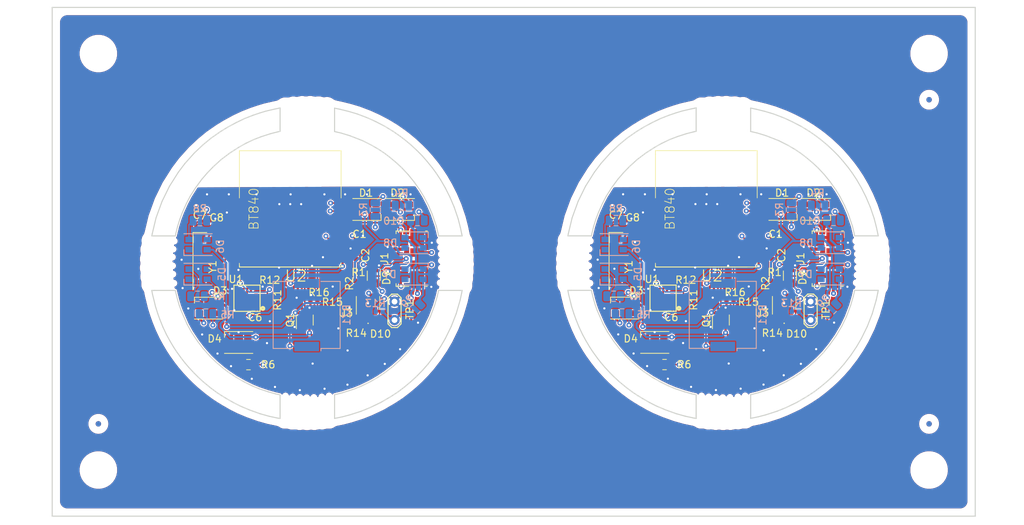
<source format=kicad_pcb>
(kicad_pcb (version 20171130) (host pcbnew 5.0.2-bee76a0~70~ubuntu18.04.1)
  (layers (0 F.Cu signal) (1 In1.Cu.Gnd mixed) (2 In2.Cu.Bat mixed) (31 B.Cu signal) (34 B.Paste user) (35 F.Paste user) (36 B.SilkS user) (37 F.SilkS user) (38 B.Mask user) (39 F.Mask user) (44 Edge.Cuts user))
  (net 0 "")
  (net 1 +BATT)
  (net 2 GND)
  (net 3 +5V)
  (net 4 "Net-(R2-Pad1)")
  (net 5 "Net-(J1-Pad4)")
  (net 6 +1V8)
  (net 7 "Net-(U1-Pad16)")
  (net 8 "Net-(U1-Pad15)")
  (net 9 "Net-(U1-Pad13)")
  (net 10 "Net-(U1-Pad2)")
  (net 11 "Net-(U1-Pad3)")
  (net 12 "Net-(D1-Pad2)")
  (net 13 "Net-(U2-PadP$11)")
  (net 14 "Net-(U2-PadP$12)")
  (net 15 "Net-(U2-PadP$13)")
  (net 16 "Net-(U2-PadP$A1)")
  (net 17 "Net-(U2-PadP$A2)")
  (net 18 "Net-(U2-PadP$A3)")
  (net 19 "Net-(U2-PadP$A4)")
  (net 20 "Net-(U2-PadP$A5)")
  (net 21 "Net-(U2-PadP$A6)")
  (net 22 "Net-(U2-PadP$B1)")
  (net 23 "Net-(U2-PadP$B2)")
  (net 24 "Net-(U2-PadP$B3)")
  (net 25 "Net-(U2-PadP$B4)")
  (net 26 "Net-(U2-PadP$B5)")
  (net 27 "Net-(U2-PadP$B6)")
  (net 28 "Net-(U2-PadP$C1)")
  (net 29 "Net-(U2-PadP$C2)")
  (net 30 "Net-(U2-PadP$C3)")
  (net 31 "Net-(U2-PadP$C4)")
  (net 32 "Net-(U2-PadP$D1)")
  (net 33 "Net-(U2-PadP$D2)")
  (net 34 "Net-(U2-PadP$D3)")
  (net 35 "Net-(U2-PadP$D4)")
  (net 36 "Net-(U2-PadP$D5)")
  (net 37 "Net-(U2-PadP$E0)")
  (net 38 "Net-(U2-PadP$E1)")
  (net 39 "Net-(U2-PadP$E2)")
  (net 40 "Net-(U2-PadP$E3)")
  (net 41 "Net-(U2-PadP$E4)")
  (net 42 "Net-(U2-PadP$E5)")
  (net 43 "Net-(U2-PadP$F5)")
  (net 44 "Net-(U2-PadP$Z0)")
  (net 45 "Net-(U2-PadP$Z1)")
  (net 46 "Net-(U2-PadP$Z2)")
  (net 47 "Net-(U2-PadP$Z3)")
  (net 48 "Net-(U2-PadP$Z4)")
  (net 49 "Net-(U2-PadP$Z5)")
  (net 50 "Net-(U2-PadP$Z6)")
  (net 51 "Net-(D2-Pad2)")
  (net 52 "Net-(D3-Pad2)")
  (net 53 "Net-(D4-Pad2)")
  (net 54 "Net-(D5-Pad2)")
  (net 55 "Net-(D8-Pad2)")
  (net 56 "Net-(D7-Pad2)")
  (net 57 "Net-(D6-Pad2)")
  (net 58 /SDA)
  (net 59 "Net-(R14-Pad2)")
  (net 60 "Net-(D10-Pad1)")
  (net 61 /SCL)
  (net 62 /Red)
  (net 63 /Blue)
  (net 64 /INT2)
  (net 65 /INT1)
  (net 66 /nReset)
  (net 67 /SWDIO)
  (net 68 /SWCLK)
  (net 69 /XL1)
  (net 70 /XL2)
  (net 71 /Buz1)
  (net 72 /Buz2)
  (net 73 /Red_Fet)
  (net 74 /Blue_Fet)
  (net 75 "Net-(U2-PadP$8)")
  (net 76 "Net-(U2-PadP$7)")
  (module Fiducial:Fiducial_0.75mm_Dia_1.5mm_Outer (layer B.Cu) (at 170.01 106.36)
    (fp_text reference REF** hide)
    (fp_text value Fiducial_0.75mm_Dia_1.5mm_Outer)
    (pad "" smd circle (at 0.64 0.94) (size 0.75 0.75) (layers B.Cu B.Mask) (clearance 0.375))
  )
  (module Fiducial:Fiducial_0.75mm_Dia_1.5mm_Outer (layer B.Cu) (at 170.4 61.99)
    (fp_text reference REF** hide)
    (fp_text value Fiducial_0.75mm_Dia_1.5mm_Outer)
    (pad "" smd circle (at 0.25 0.71) (size 0.75 0.75) (layers B.Cu B.Mask) (clearance 0.375))
  )
  (module Fiducial:Fiducial_0.75mm_Dia_1.5mm_Outer (layer B.Cu) (at 56.13 107.3)
    (fp_text reference REF** hide)
    (fp_text value Fiducial_0.75mm_Dia_1.5mm_Outer)
    (pad "" smd circle (at 0.22 0) (size 0.75 0.75) (layers B.Cu B.Mask) (clearance 0.375))
  )
  (module Fiducial:Fiducial_0.75mm_Dia_1.5mm_Outer (layer F.Cu) (at 170.01 106.36)
    (fp_text reference REF** hide)
    (fp_text value Fiducial_0.75mm_Dia_1.5mm_Outer)
    (pad "" smd circle (at 0.64 0.94) (size 0.75 0.75) (layers F.Cu F.Mask) (clearance 0.375))
  )
  (module Fiducial:Fiducial_0.75mm_Dia_1.5mm_Outer (layer F.Cu) (at 170.4 62.35)
    (fp_text reference REF** hide)
    (fp_text value Fiducial_0.75mm_Dia_1.5mm_Outer)
    (pad "" smd circle (at 0.25 0.35) (size 0.75 0.75) (layers F.Cu F.Mask) (clearance 0.375))
  )
  (module "BudLib:Pannel Drill" (layer F.Cu) (at 170.65 113.65)
    (fp_text reference REF** hide)
    (fp_text value "Pannel Drill")
    (pad "" np_thru_hole circle (at 0 0) (size 3.175 3.175) (drill 3.175) (layers *.Cu *.Mask))
  )
  (module "BudLib:Pannel Drill" (layer F.Cu) (at 170.65 56.35)
    (fp_text reference REF** hide)
    (fp_text value "Pannel Drill")
    (pad "" np_thru_hole circle (at 0 0) (size 3.175 3.175) (drill 3.175) (layers *.Cu *.Mask))
  )
  (module "BudLib:Pannel Drill" (layer F.Cu) (at 56.35 56.35)
    (fp_text reference REF** hide)
    (fp_text value "Pannel Drill")
    (pad "" np_thru_hole circle (at 0 0) (size 3.175 3.175) (drill 3.175) (layers *.Cu *.Mask))
  )
  (module Connector_USB:USB_Micro-B_Molex_47346-0001 (layer F.Cu) (at 99.02 84.57 90)
    (fp_text reference J1 (at 0 -3.3 270) (layer F.SilkS))
    (fp_text value USB_B_Micro)
    (pad 1 smd rect (at -1.3 -1.46 90) (size 0.45 1.38) (layers F.Cu F.Paste F.Mask) (net 3 +5V))
    (pad 2 smd rect (at -0.65 -1.46 90) (size 0.45 1.38) (layers F.Cu F.Paste F.Mask) (net 68 /SWCLK))
    (pad 3 smd rect (at 0 -1.46 90) (size 0.45 1.38) (layers F.Cu F.Paste F.Mask) (net 67 /SWDIO))
    (pad 4 smd rect (at 0.65 -1.46 90) (size 0.45 1.38) (layers F.Cu F.Paste F.Mask) (net 5 "Net-(J1-Pad4)"))
    (pad 5 smd rect (at 1.3 -1.46 90) (size 0.45 1.38) (layers F.Cu F.Paste F.Mask) (net 2 GND))
    (pad 6 smd rect (at -2.4625 -1.1 90) (size 1.475 2.1) (layers F.Cu F.Paste F.Mask) (net 66 /nReset))
    (pad 6 smd rect (at 2.4625 -1.1 90) (size 1.475 2.1) (layers F.Cu F.Paste F.Mask) (net 66 /nReset))
    (pad 6 smd rect (at -2.91 1.2 90) (size 2.375 1.9) (layers F.Cu F.Paste F.Mask) (net 66 /nReset))
    (pad 6 smd rect (at 2.91 1.2 90) (size 2.375 1.9) (layers F.Cu F.Paste F.Mask) (net 66 /nReset))
    (pad 6 smd rect (at -0.84 1.2 90) (size 1.175 1.9) (layers F.Cu F.Paste F.Mask) (net 66 /nReset))
    (pad 6 smd rect (at 0.84 1.2 90) (size 1.175 1.9) (layers F.Cu F.Paste F.Mask) (net 66 /nReset))
  )
  (module Resistor_SMD:R_0402_1005Metric (layer F.Cu) (at 90.9 90.02 270)
    (fp_text reference R2 (at -2.046 0.008 270) (layer F.SilkS))
    (fp_text value 10k)
    (pad 1 smd roundrect (at -0.485 0 270) (size 0.59 0.64) (layers F.Cu F.Paste F.Mask) (net 4 "Net-(R2-Pad1)"))
    (pad 2 smd roundrect (at 0.485 0 270) (size 0.59 0.64) (layers F.Cu F.Paste F.Mask) (net 2 GND))
  )
  (module Package_TO_SOT_SMD:SOT-23-5 (layer F.Cu) (at 93.45 90.67 90)
    (fp_text reference U3 (at -1.368 -3.066 180) (layer F.SilkS))
    (fp_text value MCP73831-2-OT hide)
    (pad 1 smd rect (at -1.1 -0.95 90) (size 1.06 0.65) (layers F.Cu F.Paste F.Mask) (net 59 "Net-(R14-Pad2)"))
    (pad 2 smd rect (at -1.1 0 90) (size 1.06 0.65) (layers F.Cu F.Paste F.Mask) (net 2 GND))
    (pad 3 smd rect (at -1.1 0.95 90) (size 1.06 0.65) (layers F.Cu F.Paste F.Mask) (net 1 +BATT))
    (pad 4 smd rect (at 1.1 0.95 90) (size 1.06 0.65) (layers F.Cu F.Paste F.Mask) (net 3 +5V))
    (pad 5 smd rect (at 1.1 -0.95 90) (size 1.06 0.65) (layers F.Cu F.Paste F.Mask) (net 4 "Net-(R2-Pad1)"))
  )
  (module Capacitor_SMD:C_0402_1005Metric (layer F.Cu) (at 92.285 82.37)
    (fp_text reference C1 (at 0 -1.17) (layer F.SilkS))
    (fp_text value 4.7uf)
    (pad 1 smd roundrect (at -0.485 0) (size 0.59 0.64) (layers F.Cu F.Paste F.Mask) (net 1 +BATT))
    (pad 2 smd roundrect (at 0.485 0) (size 0.59 0.64) (layers F.Cu F.Paste F.Mask) (net 2 GND))
  )
  (module Capacitor_SMD:C_0402_1005Metric (layer F.Cu) (at 91.8 84.12 90)
    (fp_text reference C2 (at 0 1.3 90) (layer F.SilkS))
    (fp_text value 4.7uf)
    (pad 1 smd roundrect (at -0.485 0 90) (size 0.59 0.64) (layers F.Cu F.Paste F.Mask) (net 6 +1V8))
    (pad 2 smd roundrect (at 0.485 0 90) (size 0.59 0.64) (layers F.Cu F.Paste F.Mask) (net 2 GND))
  )
  (module BudLib:LGA-16_3x3mm_Pitch0.5mm (layer F.Cu) (at 76.8 90.02 180)
    (fp_text reference U1 (at 1.52 2.62 180) (layer F.SilkS))
    (fp_text value LIS3DH hide)
    (pad 6 smd rect (at -0.525 1.175 180) (size 0.3 0.5) (layers F.Cu F.Paste F.Mask) (net 58 /SDA))
    (pad 16 smd rect (at -0.525 -1.275 180) (size 0.3 0.5) (layers F.Cu F.Paste F.Mask) (net 7 "Net-(U1-Pad16)"))
    (pad 15 smd rect (at -0.025 -1.275 180) (size 0.3 0.5) (layers F.Cu F.Paste F.Mask) (net 8 "Net-(U1-Pad15)"))
    (pad 13 smd rect (at 1.2 -1 180) (size 0.5 0.3) (layers F.Cu F.Paste F.Mask) (net 9 "Net-(U1-Pad13)"))
    (pad 1 smd rect (at -1.25 -1 180) (size 0.5 0.3) (layers F.Cu F.Paste F.Mask) (net 6 +1V8))
    (pad 2 smd rect (at -1.25 -0.5 180) (size 0.5 0.3) (layers F.Cu F.Paste F.Mask) (net 10 "Net-(U1-Pad2)"))
    (pad 3 smd rect (at -1.25 0 180) (size 0.5 0.3) (layers F.Cu F.Paste F.Mask) (net 11 "Net-(U1-Pad3)"))
    (pad 4 smd rect (at -1.25 0.5 180) (size 0.5 0.3) (layers F.Cu F.Paste F.Mask) (net 61 /SCL))
    (pad 5 smd rect (at -1.25 1 180) (size 0.5 0.3) (layers F.Cu F.Paste F.Mask) (net 2 GND))
    (pad 12 smd rect (at 1.2 -0.5 180) (size 0.5 0.3) (layers F.Cu F.Paste F.Mask) (net 2 GND))
    (pad 11 smd rect (at 1.2 0 180) (size 0.5 0.3) (layers F.Cu F.Paste F.Mask) (net 65 /INT1))
    (pad 10 smd rect (at 1.2 0.5 180) (size 0.5 0.3) (layers F.Cu F.Paste F.Mask) (net 2 GND))
    (pad 9 smd rect (at 1.2 1 180) (size 0.5 0.3) (layers F.Cu F.Paste F.Mask) (net 64 /INT2))
    (pad 14 smd rect (at 0.475 -1.275 180) (size 0.3 0.5) (layers F.Cu F.Paste F.Mask) (net 6 +1V8))
    (pad 7 smd rect (at -0.025 1.175 180) (size 0.3 0.5) (layers F.Cu F.Paste F.Mask) (net 6 +1V8))
    (pad 8 smd rect (at 0.475 1.175 180) (size 0.3 0.5) (layers F.Cu F.Paste F.Mask) (net 6 +1V8))
  )
  (module BudLib:LED_Cree-PLCC4_3.2x2.8mm_CCW (layer F.Cu) (at 93.3 77.8 180)
    (fp_text reference D1 (at 0.122 2.272 180) (layer F.SilkS))
    (fp_text value "CLM2D-RCC-CZ0B0BB3 (Red)")
    (pad 1 smd rect (at -1.25 -0.7 180) (size 1 0.8) (layers F.Cu F.Paste F.Mask))
    (pad 4 smd rect (at 1.25 -0.7 180) (size 1 0.8) (layers F.Cu F.Paste F.Mask) (net 73 /Red_Fet))
    (pad 3 smd rect (at 1.25 0.7 180) (size 1 0.8) (layers F.Cu F.Paste F.Mask))
    (pad 2 smd rect (at -1.25 0.7 180) (size 1 0.8) (layers F.Cu F.Paste F.Mask) (net 12 "Net-(D1-Pad2)"))
  )
  (module BudLib:BT840-BT840 (layer F.Cu) (at 75.75 85.72)
    (fp_text reference U2 (at 7.776 1.238) (layer F.SilkS) (effects (font (size 1.524 1.524))))
    (fp_text value BT840 hide)
    (fp_text user BT840 (at 2 -8 90) (layer F.SilkS) (effects (font (size 1.27 1.27) (thickness 0.1016))))
    (pad P$1 smd rect (at 0 -8.79856 180) (size 1.4986 0.6985) (layers F.Cu F.Paste F.Mask) (net 58 /SDA))
    (pad P$2 smd rect (at 0 -7.69874) (size 1.4986 0.6985) (layers F.Cu F.Paste F.Mask) (net 61 /SCL))
    (pad P$3 smd rect (at 0 -6.59892) (size 1.4986 0.6985) (layers F.Cu F.Paste F.Mask) (net 69 /XL1))
    (pad P$4 smd rect (at 0 -5.4991) (size 1.4986 0.6985) (layers F.Cu F.Paste F.Mask) (net 70 /XL2))
    (pad P$5 smd rect (at 0 -4.39928) (size 1.4986 0.6985) (layers F.Cu F.Paste F.Mask) (net 65 /INT1))
    (pad P$6 smd rect (at 0 -3.29946) (size 1.4986 0.6985) (layers F.Cu F.Paste F.Mask) (net 64 /INT2))
    (pad P$7 smd rect (at 0 -2.19964) (size 1.4986 0.6985) (layers F.Cu F.Paste F.Mask) (net 76 "Net-(U2-PadP$7)"))
    (pad P$8 smd rect (at 0 -1.09982) (size 1.4986 0.6985) (layers F.Cu F.Paste F.Mask) (net 75 "Net-(U2-PadP$8)"))
    (pad P$9 smd rect (at 13.99794 -1.09982) (size 1.4986 0.6985) (layers F.Cu F.Paste F.Mask) (net 6 +1V8))
    (pad P$10 smd rect (at 13.99794 -2.19964) (size 1.4986 0.6985) (layers F.Cu F.Paste F.Mask) (net 2 GND))
    (pad P$11 smd rect (at 13.99794 -3.29946) (size 1.4986 0.6985) (layers F.Cu F.Paste F.Mask) (net 13 "Net-(U2-PadP$11)"))
    (pad P$12 smd rect (at 13.99794 -4.39928) (size 1.4986 0.6985) (layers F.Cu F.Paste F.Mask) (net 14 "Net-(U2-PadP$12)"))
    (pad P$13 smd rect (at 13.99794 -5.4991) (size 1.4986 0.6985) (layers F.Cu F.Paste F.Mask) (net 15 "Net-(U2-PadP$13)"))
    (pad P$14 smd rect (at 13.99794 -6.59892) (size 1.4986 0.6985) (layers F.Cu F.Paste F.Mask) (net 66 /nReset))
    (pad P$15 smd rect (at 13.99794 -7.69874) (size 1.4986 0.6985) (layers F.Cu F.Paste F.Mask) (net 68 /SWCLK))
    (pad P$16 smd rect (at 13.99794 -8.79856) (size 1.4986 0.6985) (layers F.Cu F.Paste F.Mask) (net 67 /SWDIO))
    (pad P$A0 smd circle (at 4.7498 -7.99846 180) (size 0.59944 0.59944) (layers F.Cu F.Paste F.Mask) (net 2 GND))
    (pad P$A1 smd circle (at 4.7498 -6.79958 180) (size 0.59944 0.59944) (layers F.Cu F.Paste F.Mask) (net 16 "Net-(U2-PadP$A1)"))
    (pad P$A2 smd circle (at 4.7498 -5.59816 180) (size 0.59944 0.59944) (layers F.Cu F.Paste F.Mask) (net 17 "Net-(U2-PadP$A2)"))
    (pad P$A3 smd circle (at 4.7498 -4.39928 180) (size 0.59944 0.59944) (layers F.Cu F.Paste F.Mask) (net 18 "Net-(U2-PadP$A3)"))
    (pad P$A4 smd circle (at 4.7498 -3.19786 180) (size 0.59944 0.59944) (layers F.Cu F.Paste F.Mask) (net 19 "Net-(U2-PadP$A4)"))
    (pad P$A5 smd circle (at 4.7498 -1.99898) (size 0.59944 0.59944) (layers F.Cu F.Paste F.Mask) (net 20 "Net-(U2-PadP$A5)"))
    (pad P$A6 smd circle (at 4.7498 -0.79756) (size 0.59944 0.59944) (layers F.Cu F.Paste F.Mask) (net 21 "Net-(U2-PadP$A6)"))
    (pad P$B0 smd circle (at 6.2484 -7.99846 180) (size 0.59944 0.59944) (layers F.Cu F.Paste F.Mask) (net 2 GND))
    (pad P$B1 smd circle (at 6.2484 -6.79958 180) (size 0.59944 0.59944) (layers F.Cu F.Paste F.Mask) (net 22 "Net-(U2-PadP$B1)"))
    (pad P$B2 smd circle (at 6.2484 -5.59816 180) (size 0.59944 0.59944) (layers F.Cu F.Paste F.Mask) (net 23 "Net-(U2-PadP$B2)"))
    (pad P$B3 smd circle (at 6.2484 -4.39928 180) (size 0.59944 0.59944) (layers F.Cu F.Paste F.Mask) (net 24 "Net-(U2-PadP$B3)"))
    (pad P$B4 smd circle (at 6.2484 -3.19786 180) (size 0.59944 0.59944) (layers F.Cu F.Paste F.Mask) (net 25 "Net-(U2-PadP$B4)"))
    (pad P$B5 smd circle (at 6.2484 -1.99898 180) (size 0.59944 0.59944) (layers F.Cu F.Paste F.Mask) (net 26 "Net-(U2-PadP$B5)"))
    (pad P$B6 smd circle (at 6.2484 -0.79756 180) (size 0.59944 0.59944) (layers F.Cu F.Paste F.Mask) (net 27 "Net-(U2-PadP$B6)"))
    (pad P$C0 smd circle (at 7.74954 -7.99846 180) (size 0.59944 0.59944) (layers F.Cu F.Paste F.Mask) (net 2 GND))
    (pad P$C1 smd circle (at 7.74954 -6.79958 180) (size 0.59944 0.59944) (layers F.Cu F.Paste F.Mask) (net 28 "Net-(U2-PadP$C1)"))
    (pad P$C2 smd circle (at 7.74954 -5.59816 180) (size 0.59944 0.59944) (layers F.Cu F.Paste F.Mask) (net 29 "Net-(U2-PadP$C2)"))
    (pad P$C3 smd circle (at 7.74954 -4.39928 180) (size 0.59944 0.59944) (layers F.Cu F.Paste F.Mask) (net 30 "Net-(U2-PadP$C3)"))
    (pad P$C4 smd circle (at 7.74954 -3.19786 180) (size 0.59944 0.59944) (layers F.Cu F.Paste F.Mask) (net 31 "Net-(U2-PadP$C4)"))
    (pad P$C5 smd circle (at 7.74954 -1.99898 180) (size 0.59944 0.59944) (layers F.Cu F.Paste F.Mask) (net 71 /Buz1))
    (pad P$C6 smd circle (at 7.74954 -0.79756 180) (size 0.59944 0.59944) (layers F.Cu F.Paste F.Mask) (net 72 /Buz2))
    (pad P$D0 smd circle (at 9.24814 -7.99846 180) (size 0.59944 0.59944) (layers F.Cu F.Paste F.Mask) (net 2 GND))
    (pad P$D1 smd circle (at 9.24814 -6.79958 180) (size 0.59944 0.59944) (layers F.Cu F.Paste F.Mask) (net 32 "Net-(U2-PadP$D1)"))
    (pad P$D2 smd circle (at 9.24814 -5.59816 180) (size 0.59944 0.59944) (layers F.Cu F.Paste F.Mask) (net 33 "Net-(U2-PadP$D2)"))
    (pad P$D3 smd circle (at 9.24814 -4.39928 180) (size 0.59944 0.59944) (layers F.Cu F.Paste F.Mask) (net 34 "Net-(U2-PadP$D3)"))
    (pad P$D4 smd circle (at 9.24814 -3.19786 180) (size 0.59944 0.59944) (layers F.Cu F.Paste F.Mask) (net 35 "Net-(U2-PadP$D4)"))
    (pad P$D5 smd circle (at 9.24814 -1.99898 180) (size 0.59944 0.59944) (layers F.Cu F.Paste F.Mask) (net 36 "Net-(U2-PadP$D5)"))
    (pad P$D6 smd circle (at 9.24814 -0.79756 180) (size 0.59944 0.59944) (layers F.Cu F.Paste F.Mask) (net 63 /Blue))
    (pad P$E0 smd circle (at 10.74928 -7.99846 180) (size 0.59944 0.59944) (layers F.Cu F.Paste F.Mask) (net 37 "Net-(U2-PadP$E0)"))
    (pad P$E1 smd circle (at 10.74928 -6.79958 180) (size 0.59944 0.59944) (layers F.Cu F.Paste F.Mask) (net 38 "Net-(U2-PadP$E1)"))
    (pad P$E2 smd circle (at 10.74928 -5.59816 180) (size 0.59944 0.59944) (layers F.Cu F.Paste F.Mask) (net 39 "Net-(U2-PadP$E2)"))
    (pad P$E3 smd circle (at 10.74928 -4.39928 180) (size 0.59944 0.59944) (layers F.Cu F.Paste F.Mask) (net 40 "Net-(U2-PadP$E3)"))
    (pad P$E4 smd circle (at 10.74928 -3.19786 180) (size 0.59944 0.59944) (layers F.Cu F.Paste F.Mask) (net 41 "Net-(U2-PadP$E4)"))
    (pad P$E5 smd circle (at 10.74928 -1.99898) (size 0.59944 0.59944) (layers F.Cu F.Paste F.Mask) (net 42 "Net-(U2-PadP$E5)"))
    (pad P$E6 smd circle (at 10.74928 -0.79756) (size 0.59944 0.59944) (layers F.Cu F.Paste F.Mask) (net 62 /Red))
    (pad P$F0 smd rect (at 3.62966 -9.99998) (size 1.4986 1.4986) (layers F.Cu F.Paste F.Mask) (net 2 GND))
    (pad P$F1 smd rect (at 5.87756 -9.99998) (size 1.4986 1.4986) (layers F.Cu F.Paste F.Mask) (net 2 GND))
    (pad P$F2 smd rect (at 8.128 -9.99998) (size 1.4986 1.4986) (layers F.Cu F.Paste F.Mask) (net 2 GND))
    (pad P$F3 smd rect (at 10.37844 -9.99998) (size 1.4986 1.4986) (layers F.Cu F.Paste F.Mask) (net 2 GND))
    (pad P$F4 smd circle (at 12.24788 -3.19786 180) (size 0.59944 0.59944) (layers F.Cu F.Paste F.Mask) (net 1 +BATT))
    (pad P$F5 smd circle (at 12.24788 -1.99898) (size 0.59944 0.59944) (layers F.Cu F.Paste F.Mask) (net 43 "Net-(U2-PadP$F5)"))
    (pad P$F6 smd circle (at 12.24788 -0.79756) (size 0.59944 0.59944) (layers F.Cu F.Paste F.Mask) (net 2 GND))
    (pad P$Z0 smd circle (at 3.24866 -7.99846 180) (size 0.59944 0.59944) (layers F.Cu F.Paste F.Mask) (net 44 "Net-(U2-PadP$Z0)"))
    (pad P$Z1 smd circle (at 3.24866 -6.79958 180) (size 0.59944 0.59944) (layers F.Cu F.Paste F.Mask) (net 45 "Net-(U2-PadP$Z1)"))
    (pad P$Z2 smd circle (at 3.24866 -5.59816 180) (size 0.59944 0.59944) (layers F.Cu F.Paste F.Mask) (net 46 "Net-(U2-PadP$Z2)"))
    (pad P$Z3 smd circle (at 3.24866 -4.39928 180) (size 0.59944 0.59944) (layers F.Cu F.Paste F.Mask) (net 47 "Net-(U2-PadP$Z3)"))
    (pad P$Z4 smd circle (at 3.24866 -3.19786 180) (size 0.59944 0.59944) (layers F.Cu F.Paste F.Mask) (net 48 "Net-(U2-PadP$Z4)"))
    (pad P$Z5 smd circle (at 3.24866 -1.99898) (size 0.59944 0.59944) (layers F.Cu F.Paste F.Mask) (net 49 "Net-(U2-PadP$Z5)"))
    (pad P$Z6 smd circle (at 3.24866 -0.79756) (size 0.59944 0.59944) (layers F.Cu F.Paste F.Mask) (net 50 "Net-(U2-PadP$Z6)"))
  )
  (module Resistor_SMD:R_0805_2012Metric (layer B.Cu) (at 98.13 77.26)
    (fp_text reference R4 (at -0.07 -1.72) (layer B.SilkS) (effects (justify mirror)))
    (fp_text value 56)
    (pad 1 smd roundrect (at -0.9375 0) (size 0.975 1.4) (layers B.Cu B.Paste B.Mask) (net 1 +BATT))
    (pad 2 smd roundrect (at 0.9375 0) (size 0.975 1.4) (layers B.Cu B.Paste B.Mask) (net 51 "Net-(D2-Pad2)"))
  )
  (module Resistor_SMD:R_0805_2012Metric (layer B.Cu) (at 71.16 92.19 180)
    (fp_text reference R5 (at -2.968 -0.102 180) (layer B.SilkS) (effects (justify mirror)))
    (fp_text value 120)
    (pad 1 smd roundrect (at -0.9375 0 180) (size 0.975 1.4) (layers B.Cu B.Paste B.Mask) (net 1 +BATT))
    (pad 2 smd roundrect (at 0.9375 0 180) (size 0.975 1.4) (layers B.Cu B.Paste B.Mask) (net 52 "Net-(D3-Pad2)"))
  )
  (module Resistor_SMD:R_0805_2012Metric (layer F.Cu) (at 77.000499 99.15 180)
    (fp_text reference R6 (at -2.715501 0 180) (layer F.SilkS))
    (fp_text value 56)
    (pad 1 smd roundrect (at -0.9375 0 180) (size 0.975 1.4) (layers F.Cu F.Paste F.Mask) (net 1 +BATT))
    (pad 2 smd roundrect (at 0.9375 0 180) (size 0.975 1.4) (layers F.Cu F.Paste F.Mask) (net 53 "Net-(D4-Pad2)"))
  )
  (module Resistor_SMD:R_0805_2012Metric (layer B.Cu) (at 69.9855 89.752 180)
    (fp_text reference R7 (at -2.8725 0 180) (layer B.SilkS) (effects (justify mirror)))
    (fp_text value 120)
    (pad 1 smd roundrect (at -0.9375 0 180) (size 0.975 1.4) (layers B.Cu B.Paste B.Mask) (net 1 +BATT))
    (pad 2 smd roundrect (at 0.9375 0 180) (size 0.975 1.4) (layers B.Cu B.Paste B.Mask) (net 54 "Net-(D5-Pad2)"))
  )
  (module Resistor_SMD:R_0805_2012Metric (layer B.Cu) (at 100.25 79.32 180)
    (fp_text reference R10 (at 3.25 -0.06 180) (layer B.SilkS) (effects (justify mirror)))
    (fp_text value 56)
    (pad 1 smd roundrect (at -0.9375 0 180) (size 0.975 1.4) (layers B.Cu B.Paste B.Mask) (net 1 +BATT))
    (pad 2 smd roundrect (at 0.9375 0 180) (size 0.975 1.4) (layers B.Cu B.Paste B.Mask) (net 55 "Net-(D8-Pad2)"))
  )
  (module Resistor_SMD:R_0805_2012Metric (layer B.Cu) (at 99.962913 91.507087 45)
    (fp_text reference R9 (at 0 -1.524 45) (layer B.SilkS) (effects (justify mirror)))
    (fp_text value 120)
    (pad 1 smd roundrect (at -0.937501 0 45) (size 0.975 1.4) (layers B.Cu B.Paste B.Mask) (net 1 +BATT))
    (pad 2 smd roundrect (at 0.937501 0 45) (size 0.975 1.4) (layers B.Cu B.Paste B.Mask) (net 56 "Net-(D7-Pad2)"))
  )
  (module Resistor_SMD:R_0805_2012Metric (layer B.Cu) (at 70.318 79.338 180)
    (fp_text reference R8 (at 0 1.65 180) (layer B.SilkS) (effects (justify mirror)))
    (fp_text value 56)
    (pad 1 smd roundrect (at -0.9375 0 180) (size 0.975 1.4) (layers B.Cu B.Paste B.Mask) (net 1 +BATT))
    (pad 2 smd roundrect (at 0.9375 0 180) (size 0.975 1.4) (layers B.Cu B.Paste B.Mask) (net 57 "Net-(D6-Pad2)"))
  )
  (module Resistor_SMD:R_0805_2012Metric (layer B.Cu) (at 94.46 77.84 90)
    (fp_text reference R3 (at 0.03 -1.64 90) (layer B.SilkS) (effects (justify mirror)))
    (fp_text value 120)
    (pad 1 smd roundrect (at -0.9375 0 90) (size 0.975 1.4) (layers B.Cu B.Paste B.Mask) (net 1 +BATT))
    (pad 2 smd roundrect (at 0.9375 0 90) (size 0.975 1.4) (layers B.Cu B.Paste B.Mask) (net 12 "Net-(D1-Pad2)"))
  )
  (module Resistor_SMD:R_0402_1005Metric (layer F.Cu) (at 77.42 87.54)
    (fp_text reference R12 (at 2.51 -0.02) (layer F.SilkS))
    (fp_text value 1k)
    (pad 1 smd roundrect (at -0.485 0) (size 0.59 0.64) (layers F.Cu F.Paste F.Mask) (net 6 +1V8))
    (pad 2 smd roundrect (at 0.485 0) (size 0.59 0.64) (layers F.Cu F.Paste F.Mask) (net 58 /SDA))
  )
  (module Resistor_SMD:R_0402_1005Metric (layer F.Cu) (at 92.235 93.47 180)
    (fp_text reference R14 (at 0.4 -1.35 180) (layer F.SilkS))
    (fp_text value 1k)
    (pad 1 smd roundrect (at -0.485 0 180) (size 0.59 0.64) (layers F.Cu F.Paste F.Mask) (net 60 "Net-(D10-Pad1)"))
    (pad 2 smd roundrect (at 0.485 0 180) (size 0.59 0.64) (layers F.Cu F.Paste F.Mask) (net 59 "Net-(R14-Pad2)"))
  )
  (module Resistor_SMD:R_0402_1005Metric (layer B.Cu) (at 94.99 91.88 180)
    (fp_text reference R13 (at 0.542 1.17 180) (layer B.SilkS) (effects (justify mirror)))
    (fp_text value "0 DNI")
    (pad 1 smd roundrect (at -0.485 0 180) (size 0.59 0.64) (layers B.Cu B.Paste B.Mask) (net 1 +BATT))
    (pad 2 smd roundrect (at 0.485 0 180) (size 0.59 0.64) (layers B.Cu B.Paste B.Mask) (net 3 +5V))
  )
  (module Resistor_SMD:R_0402_1005Metric (layer F.Cu) (at 79.6 90.335 90)
    (fp_text reference R11 (at 0.075 1.386 90) (layer F.SilkS))
    (fp_text value 1k)
    (pad 1 smd roundrect (at -0.485 0 90) (size 0.59 0.64) (layers F.Cu F.Paste F.Mask) (net 6 +1V8))
    (pad 2 smd roundrect (at 0.485 0 90) (size 0.59 0.64) (layers F.Cu F.Paste F.Mask) (net 61 /SCL))
  )
  (module Package_TO_SOT_SMD:SOT-553 (layer F.Cu) (at 94.25 86.92 270)
    (fp_text reference D9 (at 0.3 -1.75 270) (layer F.SilkS))
    (fp_text value D_TVS_DF5A6.8LJE)
    (pad 1 smd rect (at -0.7 -0.5 270) (size 0.45 0.3) (layers F.Cu F.Paste F.Mask) (net 3 +5V))
    (pad 3 smd rect (at -0.7 0.5 270) (size 0.45 0.3) (layers F.Cu F.Paste F.Mask) (net 68 /SWCLK))
    (pad 5 smd rect (at 0.7 -0.5 270) (size 0.45 0.3) (layers F.Cu F.Paste F.Mask) (net 67 /SWDIO))
    (pad 2 smd rect (at -0.7 0 270) (size 0.45 0.3) (layers F.Cu F.Paste F.Mask) (net 2 GND))
    (pad 4 smd rect (at 0.7 0.5 270) (size 0.45 0.3) (layers F.Cu F.Paste F.Mask) (net 66 /nReset))
  )
  (module LED_SMD:LED_0402_1005Metric (layer F.Cu) (at 94.55 93.47)
    (fp_text reference D10 (at 0.615 1.45) (layer F.SilkS))
    (fp_text value LED_ALT)
    (pad 1 smd roundrect (at -0.485 0) (size 0.59 0.64) (layers F.Cu F.Paste F.Mask) (net 60 "Net-(D10-Pad1)"))
    (pad 2 smd roundrect (at 0.485 0) (size 0.59 0.64) (layers F.Cu F.Paste F.Mask) (net 1 +BATT))
  )
  (module Capacitor_SMD:C_0402_1005Metric (layer F.Cu) (at 72.627 80.1)
    (fp_text reference C8 (at 0 -1.17) (layer F.SilkS))
    (fp_text value 12.5pf)
    (pad 1 smd roundrect (at -0.485 0) (size 0.59 0.64) (layers F.Cu F.Paste F.Mask) (net 2 GND))
    (pad 2 smd roundrect (at 0.485 0) (size 0.59 0.64) (layers F.Cu F.Paste F.Mask) (net 70 /XL2))
  )
  (module Capacitor_SMD:C_0402_1005Metric (layer F.Cu) (at 70.318 80.1 180)
    (fp_text reference C7 (at 0 1.524 180) (layer F.SilkS))
    (fp_text value 12.5pf)
    (pad 1 smd roundrect (at -0.485 0 180) (size 0.59 0.64) (layers F.Cu F.Paste F.Mask) (net 2 GND))
    (pad 2 smd roundrect (at 0.485 0 180) (size 0.59 0.64) (layers F.Cu F.Paste F.Mask) (net 69 /XL1))
  )
  (module Capacitor_SMD:C_0402_1005Metric (layer F.Cu) (at 75.82 92.49 180)
    (fp_text reference C6 (at -2.103 -0.166 180) (layer F.SilkS))
    (fp_text value .1uf)
    (pad 1 smd roundrect (at -0.485 0 180) (size 0.59 0.64) (layers F.Cu F.Paste F.Mask) (net 6 +1V8))
    (pad 2 smd roundrect (at 0.485 0 180) (size 0.59 0.64) (layers F.Cu F.Paste F.Mask) (net 2 GND))
  )
  (module BudLib:LED_Cree-PLCC4_3.2x2.8mm_CCW (layer F.Cu) (at 97.9 77.8 180)
    (fp_text reference D2 (at 0.404 2.272 180) (layer F.SilkS))
    (fp_text value "CLM2D-CCC-CZ0C03123 (blue)")
    (pad 1 smd rect (at -1.25 -0.7 180) (size 1 0.8) (layers F.Cu F.Paste F.Mask))
    (pad 4 smd rect (at 1.25 -0.7 180) (size 1 0.8) (layers F.Cu F.Paste F.Mask) (net 74 /Blue_Fet))
    (pad 3 smd rect (at 1.25 0.7 180) (size 1 0.8) (layers F.Cu F.Paste F.Mask))
    (pad 2 smd rect (at -1.25 0.7 180) (size 1 0.8) (layers F.Cu F.Paste F.Mask) (net 51 "Net-(D2-Pad2)"))
  )
  (module BudLib:LED_Cree-PLCC4_3.2x2.8mm_CCW (layer F.Cu) (at 71.52 91.38)
    (fp_text reference D3 (at 1.592 -2.39) (layer F.SilkS))
    (fp_text value "CLM2D-RCC-CZ0B0BB3 (Red)")
    (pad 1 smd rect (at -1.25 -0.7) (size 1 0.8) (layers F.Cu F.Paste F.Mask))
    (pad 4 smd rect (at 1.25 -0.7) (size 1 0.8) (layers F.Cu F.Paste F.Mask) (net 73 /Red_Fet))
    (pad 3 smd rect (at 1.25 0.7) (size 1 0.8) (layers F.Cu F.Paste F.Mask))
    (pad 2 smd rect (at -1.25 0.7) (size 1 0.8) (layers F.Cu F.Paste F.Mask) (net 52 "Net-(D3-Pad2)"))
  )
  (module BudLib:LED_Cree-PLCC4_3.2x2.8mm_CCW (layer F.Cu) (at 75.652 96.102)
    (fp_text reference D4 (at -3.302 -0.508) (layer F.SilkS))
    (fp_text value "CLM2D-CCC-CZ0C03123 (blue)")
    (pad 1 smd rect (at -1.25 -0.7) (size 1 0.8) (layers F.Cu F.Paste F.Mask))
    (pad 4 smd rect (at 1.25 -0.7) (size 1 0.8) (layers F.Cu F.Paste F.Mask) (net 74 /Blue_Fet))
    (pad 3 smd rect (at 1.25 0.7) (size 1 0.8) (layers F.Cu F.Paste F.Mask))
    (pad 2 smd rect (at -1.25 0.7) (size 1 0.8) (layers F.Cu F.Paste F.Mask) (net 53 "Net-(D4-Pad2)"))
  )
  (module BudLib:LED_Cree-PLCC4_3.2x2.8mm_CCW (layer B.Cu) (at 70.064 86.704)
    (fp_text reference D5 (at 3.302 0 90) (layer B.SilkS) (effects (justify mirror)))
    (fp_text value "CLM2D-RCC-CZ0B0BB3 (Red)")
    (pad 1 smd rect (at -1.25 0.7) (size 1 0.8) (layers B.Cu B.Paste B.Mask))
    (pad 4 smd rect (at 1.25 0.7) (size 1 0.8) (layers B.Cu B.Paste B.Mask) (net 73 /Red_Fet))
    (pad 3 smd rect (at 1.25 -0.7) (size 1 0.8) (layers B.Cu B.Paste B.Mask))
    (pad 2 smd rect (at -1.25 -0.7) (size 1 0.8) (layers B.Cu B.Paste B.Mask) (net 54 "Net-(D5-Pad2)"))
  )
  (module BudLib:LED_Cree-PLCC4_3.2x2.8mm_CCW (layer B.Cu) (at 70.064 82.64)
    (fp_text reference D6 (at 3.048 0.254 90) (layer B.SilkS) (effects (justify mirror)))
    (fp_text value "CLM2D-CCC-CZ0C03123 (blue)")
    (pad 1 smd rect (at -1.25 0.7) (size 1 0.8) (layers B.Cu B.Paste B.Mask))
    (pad 4 smd rect (at 1.25 0.7) (size 1 0.8) (layers B.Cu B.Paste B.Mask) (net 74 /Blue_Fet))
    (pad 3 smd rect (at 1.25 -0.7) (size 1 0.8) (layers B.Cu B.Paste B.Mask))
    (pad 2 smd rect (at -1.25 -0.7) (size 1 0.8) (layers B.Cu B.Paste B.Mask) (net 57 "Net-(D6-Pad2)"))
  )
  (module BudLib:LED_Cree-PLCC4_3.2x2.8mm_CCW (layer B.Cu) (at 99.782 86.704 180)
    (fp_text reference D7 (at 3.382 -0.026 180) (layer B.SilkS) (effects (justify mirror)))
    (fp_text value "CLM2D-RCC-CZ0B0BB3 (Red)")
    (pad 1 smd rect (at -1.25 0.7 180) (size 1 0.8) (layers B.Cu B.Paste B.Mask))
    (pad 4 smd rect (at 1.25 0.7 180) (size 1 0.8) (layers B.Cu B.Paste B.Mask) (net 73 /Red_Fet))
    (pad 3 smd rect (at 1.25 -0.7 180) (size 1 0.8) (layers B.Cu B.Paste B.Mask))
    (pad 2 smd rect (at -1.25 -0.7 180) (size 1 0.8) (layers B.Cu B.Paste B.Mask) (net 56 "Net-(D7-Pad2)"))
  )
  (module BudLib:LED_Cree-PLCC4_3.2x2.8mm_CCW (layer B.Cu) (at 99.782 82.386 180)
    (fp_text reference D8 (at 3.272 -0.024 180) (layer B.SilkS) (effects (justify mirror)))
    (fp_text value "CLM2D-CCC-CZ0C03123 (blue)")
    (pad 1 smd rect (at -1.25 0.7 180) (size 1 0.8) (layers B.Cu B.Paste B.Mask))
    (pad 4 smd rect (at 1.25 0.7 180) (size 1 0.8) (layers B.Cu B.Paste B.Mask) (net 74 /Blue_Fet))
    (pad 3 smd rect (at 1.25 -0.7 180) (size 1 0.8) (layers B.Cu B.Paste B.Mask))
    (pad 2 smd rect (at -1.25 -0.7 180) (size 1 0.8) (layers B.Cu B.Paste B.Mask) (net 55 "Net-(D8-Pad2)"))
  )
  (module BudLib:Crystal_SMD_SeikoEpson_MC146-4Pin_6.7x1.5mm (layer F.Cu) (at 70.318 84.926 270)
    (fp_text reference Y1 (at 0.77 -1.76 270) (layer F.SilkS))
    (fp_text value 32.768khz)
    (pad 1 smd rect (at -3.15 0.45 270) (size 1.2 0.6) (layers F.Cu F.Paste F.Mask) (net 69 /XL1))
    (pad 2 smd rect (at 3.15 0.45 270) (size 1.2 0.6) (layers F.Cu F.Paste F.Mask) (net 2 GND))
    (pad 3 smd rect (at 3.15 -0.45 270) (size 1.2 0.6) (layers F.Cu F.Paste F.Mask) (net 2 GND))
    (pad 4 smd rect (at -3.15 -0.45 270) (size 1.2 0.6) (layers F.Cu F.Paste F.Mask) (net 70 /XL2))
  )
  (module Buzzer_Beeper:Buzzer_Murata_PKMCS0909E4000-R1 (layer B.Cu) (at 85.01 92.31 90)
    (fp_text reference BZ1 (at 0 5.5 90) (layer B.SilkS) (effects (justify mirror)))
    (fp_text value TP094003-1)
    (pad 1 smd rect (at -4.35 0 90) (size 1.3 3.4) (layers B.Cu B.Paste B.Mask) (net 72 /Buz2))
    (pad 2 smd rect (at 4.35 0 90) (size 1.3 3.4) (layers B.Cu B.Paste B.Mask) (net 71 /Buz1))
  )
  (module TestPoint:TestPoint_2Pads_Pitch2.54mm_Drill0.8mm (layer F.Cu) (at 97.1 93.02 90)
    (fp_text reference TP1 (at 1.45 2.1 90) (layer F.SilkS))
    (fp_text value TestPoint_2Pole)
    (pad 1 thru_hole circle (at 0 0 90) (size 1.4 1.4) (drill 0.8) (layers *.Cu *.Mask) (net 1 +BATT))
    (pad 2 thru_hole circle (at 2.54 0 90) (size 1.4 1.4) (drill 0.8) (layers *.Cu *.Mask) (net 2 GND))
  )
  (module Resistor_SMD:R_0402_1005Metric (layer F.Cu) (at 92.15 87.62)
    (fp_text reference R1 (at 0 -1.17) (layer F.SilkS))
    (fp_text value 10k)
    (pad 1 smd roundrect (at -0.485 0) (size 0.59 0.64) (layers F.Cu F.Paste F.Mask) (net 6 +1V8))
    (pad 2 smd roundrect (at 0.485 0) (size 0.59 0.64) (layers F.Cu F.Paste F.Mask) (net 66 /nReset))
  )
  (module Package_TO_SOT_SMD:SOT-363_SC-70-6 (layer F.Cu) (at 84.75 93.02 90)
    (fp_text reference Q1 (at 0 -2 90) (layer F.SilkS))
    (fp_text value UM6K33NTN)
    (pad 1 smd rect (at -0.95 -0.65 90) (size 0.65 0.4) (layers F.Cu F.Paste F.Mask) (net 2 GND))
    (pad 3 smd rect (at -0.95 0.65 90) (size 0.65 0.4) (layers F.Cu F.Paste F.Mask) (net 74 /Blue_Fet))
    (pad 5 smd rect (at 0.95 0 90) (size 0.65 0.4) (layers F.Cu F.Paste F.Mask) (net 63 /Blue))
    (pad 2 smd rect (at -0.95 0 90) (size 0.65 0.4) (layers F.Cu F.Paste F.Mask) (net 62 /Red))
    (pad 4 smd rect (at 0.95 0.65 90) (size 0.65 0.4) (layers F.Cu F.Paste F.Mask) (net 2 GND))
    (pad 6 smd rect (at 0.95 -0.65 90) (size 0.65 0.4) (layers F.Cu F.Paste F.Mask) (net 73 /Red_Fet))
  )
  (module Resistor_SMD:R_0402_1005Metric (layer F.Cu) (at 86.01 90.46 180)
    (fp_text reference R15 (at -2.54 -0.08 180) (layer F.SilkS))
    (fp_text value 10k)
    (pad 1 smd roundrect (at -0.485 0 180) (size 0.59 0.64) (layers F.Cu F.Paste F.Mask) (net 62 /Red))
    (pad 2 smd roundrect (at 0.485 0 180) (size 0.59 0.64) (layers F.Cu F.Paste F.Mask) (net 2 GND))
  )
  (module Resistor_SMD:R_0402_1005Metric (layer F.Cu) (at 84.27 89.13 180)
    (fp_text reference R16 (at -2.44 -0.08 180) (layer F.SilkS))
    (fp_text value 10k)
    (pad 1 smd roundrect (at -0.485 0 180) (size 0.59 0.64) (layers F.Cu F.Paste F.Mask) (net 63 /Blue))
    (pad 2 smd roundrect (at 0.485 0 180) (size 0.59 0.64) (layers F.Cu F.Paste F.Mask) (net 2 GND))
  )
  (module BudLib:MouseDrill (layer F.Cu) (at 82.1 103.46)
    (fp_text reference REF** hide)
    (fp_text value MouseDrill hide)
    (pad "" np_thru_hole circle (at 0 0) (size 0.635 0.635) (drill 0.635) (layers *.Cu))
  )
  (module BudLib:MouseDrill (layer F.Cu) (at 83.09 103.59)
    (fp_text reference REF** hide)
    (fp_text value MouseDrill hide)
    (pad "" np_thru_hole circle (at 0 0) (size 0.635 0.635) (drill 0.635) (layers *.Cu))
  )
  (module BudLib:MouseDrill (layer F.Cu) (at 84.08 103.65)
    (fp_text reference REF** hide)
    (fp_text value MouseDrill hide)
    (pad "" np_thru_hole circle (at 0 0) (size 0.635 0.635) (drill 0.635) (layers *.Cu))
  )
  (module BudLib:MouseDrill (layer F.Cu) (at 85.01 103.69)
    (fp_text reference REF** hide)
    (fp_text value MouseDrill hide)
    (pad "" np_thru_hole circle (at 0 0) (size 0.635 0.635) (drill 0.635) (layers *.Cu))
  )
  (module BudLib:MouseDrill (layer F.Cu) (at 86 103.66)
    (fp_text reference REF** hide)
    (fp_text value MouseDrill hide)
    (pad "" np_thru_hole circle (at 0 0) (size 0.635 0.635) (drill 0.635) (layers *.Cu))
  )
  (module BudLib:MouseDrill (layer F.Cu) (at 87.09 103.59)
    (fp_text reference REF** hide)
    (fp_text value MouseDrill hide)
    (pad "" np_thru_hole circle (at 0 0) (size 0.635 0.635) (drill 0.635) (layers *.Cu))
  )
  (module BudLib:MouseDrill (layer F.Cu) (at 88.09 103.45)
    (fp_text reference REF** hide)
    (fp_text value MouseDrill hide)
    (pad "" np_thru_hole circle (at 0 0) (size 0.635 0.635) (drill 0.635) (layers *.Cu))
  )
  (module BudLib:MouseDrill (layer F.Cu) (at 82 106.65)
    (fp_text reference REF** hide)
    (fp_text value MouseDrill hide)
    (pad "" np_thru_hole circle (at 0 0) (size 0.635 0.635) (drill 0.635) (layers *.Cu))
  )
  (module BudLib:MouseDrill (layer F.Cu) (at 83.02 106.78)
    (fp_text reference REF** hide)
    (fp_text value MouseDrill hide)
    (pad "" np_thru_hole circle (at 0 0) (size 0.635 0.635) (drill 0.635) (layers *.Cu))
  )
  (module BudLib:MouseDrill (layer F.Cu) (at 84.04 106.84)
    (fp_text reference REF** hide)
    (fp_text value MouseDrill hide)
    (pad "" np_thru_hole circle (at 0 0) (size 0.635 0.635) (drill 0.635) (layers *.Cu))
  )
  (module BudLib:MouseDrill (layer F.Cu) (at 85.06 106.86)
    (fp_text reference REF** hide)
    (fp_text value MouseDrill hide)
    (pad "" np_thru_hole circle (at 0 0) (size 0.635 0.635) (drill 0.635) (layers *.Cu))
  )
  (module BudLib:MouseDrill (layer F.Cu) (at 86.06 106.84)
    (fp_text reference REF** hide)
    (fp_text value MouseDrill hide)
    (pad "" np_thru_hole circle (at 0 0) (size 0.635 0.635) (drill 0.635) (layers *.Cu))
  )
  (module BudLib:MouseDrill (layer F.Cu) (at 87.13 106.76)
    (fp_text reference REF** hide)
    (fp_text value MouseDrill hide)
    (pad "" np_thru_hole circle (at 0 0) (size 0.635 0.635) (drill 0.635) (layers *.Cu))
  )
  (module BudLib:MouseDrill (layer F.Cu) (at 88.1 106.65)
    (fp_text reference REF** hide)
    (fp_text value MouseDrill hide)
    (pad "" np_thru_hole circle (at 0 0) (size 0.635 0.635) (drill 0.635) (layers *.Cu))
  )
  (module BudLib:MouseDrill (layer F.Cu) (at 103.3 82.14)
    (fp_text reference REF** hide)
    (fp_text value MouseDrill hide)
    (pad "" np_thru_hole circle (at 0 0) (size 0.635 0.635) (drill 0.635) (layers *.Cu))
  )
  (module BudLib:MouseDrill (layer F.Cu) (at 103.43 83.04)
    (fp_text reference REF** hide)
    (fp_text value MouseDrill hide)
    (pad "" np_thru_hole circle (at 0 0) (size 0.635 0.635) (drill 0.635) (layers *.Cu))
  )
  (module BudLib:MouseDrill (layer F.Cu) (at 103.52 83.96)
    (fp_text reference REF** hide)
    (fp_text value MouseDrill hide)
    (pad "" np_thru_hole circle (at 0 0) (size 0.635 0.635) (drill 0.635) (layers *.Cu))
  )
  (module BudLib:MouseDrill (layer F.Cu) (at 103.54 84.86)
    (fp_text reference REF** hide)
    (fp_text value MouseDrill hide)
    (pad "" np_thru_hole circle (at 0 0) (size 0.635 0.635) (drill 0.635) (layers *.Cu))
  )
  (module BudLib:MouseDrill (layer F.Cu) (at 103.54 85.84)
    (fp_text reference REF** hide)
    (fp_text value MouseDrill hide)
    (pad "" np_thru_hole circle (at 0 0) (size 0.635 0.635) (drill 0.635) (layers *.Cu))
  )
  (module BudLib:MouseDrill (layer F.Cu) (at 103.48 86.84)
    (fp_text reference REF** hide)
    (fp_text value MouseDrill hide)
    (pad "" np_thru_hole circle (at 0 0) (size 0.635 0.635) (drill 0.635) (layers *.Cu))
  )
  (module BudLib:MouseDrill (layer F.Cu) (at 103.36 87.89)
    (fp_text reference REF** hide)
    (fp_text value MouseDrill hide)
    (pad "" np_thru_hole circle (at 0 0) (size 0.635 0.635) (drill 0.635) (layers *.Cu))
  )
  (module BudLib:MouseDrill (layer F.Cu) (at 106.52 82.3)
    (fp_text reference REF** hide)
    (fp_text value MouseDrill hide)
    (pad "" np_thru_hole circle (at 0 0) (size 0.635 0.635) (drill 0.635) (layers *.Cu))
  )
  (module BudLib:MouseDrill (layer F.Cu) (at 106.64 83.27)
    (fp_text reference REF** hide)
    (fp_text value MouseDrill hide)
    (pad "" np_thru_hole circle (at 0 0) (size 0.635 0.635) (drill 0.635) (layers *.Cu))
  )
  (module BudLib:MouseDrill (layer F.Cu) (at 106.69 84.26)
    (fp_text reference REF** hide)
    (fp_text value MouseDrill hide)
    (pad "" np_thru_hole circle (at 0 0) (size 0.635 0.635) (drill 0.635) (layers *.Cu))
  )
  (module BudLib:MouseDrill (layer F.Cu) (at 106.71 85.32)
    (fp_text reference REF** hide)
    (fp_text value MouseDrill hide)
    (pad "" np_thru_hole circle (at 0 0) (size 0.635 0.635) (drill 0.635) (layers *.Cu))
  )
  (module BudLib:MouseDrill (layer F.Cu) (at 106.68 86.3)
    (fp_text reference REF** hide)
    (fp_text value MouseDrill hide)
    (pad "" np_thru_hole circle (at 0 0) (size 0.635 0.635) (drill 0.635) (layers *.Cu))
  )
  (module BudLib:MouseDrill (layer F.Cu) (at 106.61 87.27)
    (fp_text reference REF** hide)
    (fp_text value MouseDrill hide)
    (pad "" np_thru_hole circle (at 0 0) (size 0.635 0.635) (drill 0.635) (layers *.Cu))
  )
  (module BudLib:MouseDrill (layer F.Cu) (at 106.49 88.29)
    (fp_text reference REF** hide)
    (fp_text value MouseDrill hide)
    (pad "" np_thru_hole circle (at 0 0) (size 0.635 0.635) (drill 0.635) (layers *.Cu))
  )
  (module BudLib:MouseDrill (layer F.Cu) (at 66.8 82.15)
    (fp_text reference REF** hide)
    (fp_text value MouseDrill hide)
    (pad "" np_thru_hole circle (at 0 0) (size 0.635 0.635) (drill 0.635) (layers *.Cu))
  )
  (module BudLib:MouseDrill (layer F.Cu) (at 66.64 83.26)
    (fp_text reference REF** hide)
    (fp_text value MouseDrill hide)
    (pad "" np_thru_hole circle (at 0 0) (size 0.635 0.635) (drill 0.635) (layers *.Cu))
  )
  (module BudLib:MouseDrill (layer F.Cu) (at 66.55 84.35)
    (fp_text reference REF** hide)
    (fp_text value MouseDrill hide)
    (pad "" np_thru_hole circle (at 0 0) (size 0.635 0.635) (drill 0.635) (layers *.Cu))
  )
  (module BudLib:MouseDrill (layer F.Cu) (at 66.57 85.55)
    (fp_text reference REF** hide)
    (fp_text value MouseDrill hide)
    (pad "" np_thru_hole circle (at 0 0) (size 0.635 0.635) (drill 0.635) (layers *.Cu))
  )
  (module BudLib:MouseDrill (layer F.Cu) (at 66.61 86.7)
    (fp_text reference REF** hide)
    (fp_text value MouseDrill hide)
    (pad "" np_thru_hole circle (at 0 0) (size 0.635 0.635) (drill 0.635) (layers *.Cu))
  )
  (module BudLib:MouseDrill (layer F.Cu) (at 66.75 87.95)
    (fp_text reference REF** hide)
    (fp_text value MouseDrill hide)
    (pad "" np_thru_hole circle (at 0 0) (size 0.635 0.635) (drill 0.635) (layers *.Cu))
  )
  (module BudLib:MouseDrill (layer F.Cu) (at 63.57 88.12)
    (fp_text reference REF** hide)
    (fp_text value MouseDrill hide)
    (pad "" np_thru_hole circle (at 0 0) (size 0.635 0.635) (drill 0.635) (layers *.Cu))
  )
  (module BudLib:MouseDrill (layer F.Cu) (at 63.36 85.84)
    (fp_text reference REF** hide)
    (fp_text value MouseDrill hide)
    (pad "" np_thru_hole circle (at 0 0) (size 0.635 0.635) (drill 0.635) (layers *.Cu))
  )
  (module BudLib:MouseDrill (layer F.Cu) (at 63.37 84.62)
    (fp_text reference REF** hide)
    (fp_text value MouseDrill hide)
    (pad "" np_thru_hole circle (at 0 0) (size 0.635 0.635) (drill 0.635) (layers *.Cu))
  )
  (module BudLib:MouseDrill (layer F.Cu) (at 63.6 82.08)
    (fp_text reference REF** hide)
    (fp_text value MouseDrill hide)
    (pad "" np_thru_hole circle (at 0 0) (size 0.635 0.635) (drill 0.635) (layers *.Cu))
  )
  (module BudLib:MouseDrill (layer F.Cu) (at 82.19 66.89)
    (fp_text reference REF** hide)
    (fp_text value MouseDrill hide)
    (pad "" np_thru_hole circle (at 0 0) (size 0.635 0.635) (drill 0.635) (layers *.Cu))
  )
  (module BudLib:MouseDrill (layer F.Cu) (at 83.43 66.74)
    (fp_text reference REF** hide)
    (fp_text value MouseDrill hide)
    (pad "" np_thru_hole circle (at 0 0) (size 0.635 0.635) (drill 0.635) (layers *.Cu))
  )
  (module BudLib:MouseDrill (layer F.Cu) (at 84.72 66.68)
    (fp_text reference REF** hide)
    (fp_text value MouseDrill hide)
    (pad "" np_thru_hole circle (at 0 0) (size 0.635 0.635) (drill 0.635) (layers *.Cu))
  )
  (module BudLib:MouseDrill (layer F.Cu) (at 85.84 66.67)
    (fp_text reference REF** hide)
    (fp_text value MouseDrill hide)
    (pad "" np_thru_hole circle (at 0 0) (size 0.635 0.635) (drill 0.635) (layers *.Cu))
  )
  (module BudLib:MouseDrill (layer F.Cu) (at 87 66.77)
    (fp_text reference REF** hide)
    (fp_text value MouseDrill hide)
    (pad "" np_thru_hole circle (at 0 0) (size 0.635 0.635) (drill 0.635) (layers *.Cu))
  )
  (module BudLib:MouseDrill (layer F.Cu) (at 88.11 66.93)
    (fp_text reference REF** hide)
    (fp_text value MouseDrill hide)
    (pad "" np_thru_hole circle (at 0 0) (size 0.635 0.635) (drill 0.635) (layers *.Cu))
  )
  (module BudLib:MouseDrill (layer F.Cu) (at 82.04 63.7)
    (fp_text reference REF** hide)
    (fp_text value MouseDrill hide)
    (pad "" np_thru_hole circle (at 0 0) (size 0.635 0.635) (drill 0.635) (layers *.Cu))
  )
  (module BudLib:MouseDrill (layer F.Cu) (at 83.18 63.57)
    (fp_text reference REF** hide)
    (fp_text value MouseDrill hide)
    (pad "" np_thru_hole circle (at 0 0) (size 0.635 0.635) (drill 0.635) (layers *.Cu))
  )
  (module BudLib:MouseDrill (layer F.Cu) (at 84.38 63.5)
    (fp_text reference REF** hide)
    (fp_text value MouseDrill hide)
    (pad "" np_thru_hole circle (at 0 0) (size 0.635 0.635) (drill 0.635) (layers *.Cu))
  )
  (module BudLib:MouseDrill (layer F.Cu) (at 85.49 63.49)
    (fp_text reference REF** hide)
    (fp_text value MouseDrill hide)
    (pad "" np_thru_hole circle (at 0 0) (size 0.635 0.635) (drill 0.635) (layers *.Cu))
  )
  (module BudLib:MouseDrill (layer F.Cu) (at 86.65 63.55)
    (fp_text reference REF** hide)
    (fp_text value MouseDrill hide)
    (pad "" np_thru_hole circle (at 0 0) (size 0.635 0.635) (drill 0.635) (layers *.Cu))
  )
  (module BudLib:MouseDrill (layer F.Cu) (at 87.81 63.64)
    (fp_text reference REF** hide)
    (fp_text value MouseDrill hide)
    (pad "" np_thru_hole circle (at 0 0) (size 0.635 0.635) (drill 0.635) (layers *.Cu))
  )
  (module BudLib:MouseDrill (layer F.Cu) (at 63.43 87.04)
    (fp_text reference REF** hide)
    (fp_text value MouseDrill hide)
    (pad "" np_thru_hole circle (at 0 0) (size 0.635 0.635) (drill 0.635) (layers *.Cu))
  )
  (module BudLib:MouseDrill (layer F.Cu) (at 63.43 83.34)
    (fp_text reference REF** hide)
    (fp_text value MouseDrill hide)
    (pad "" np_thru_hole circle (at 0 0) (size 0.635 0.635) (drill 0.635) (layers *.Cu))
  )
  (module BudLib:MouseDrill (layer F.Cu) (at 120.68 83.33)
    (fp_text reference REF** hide)
    (fp_text value MouseDrill hide)
    (pad "" np_thru_hole circle (at 0 0) (size 0.635 0.635) (drill 0.635) (layers *.Cu))
  )
  (module BudLib:MouseDrill (layer F.Cu) (at 120.68 87.03)
    (fp_text reference REF** hide)
    (fp_text value MouseDrill hide)
    (pad "" np_thru_hole circle (at 0 0) (size 0.635 0.635) (drill 0.635) (layers *.Cu))
  )
  (module BudLib:MouseDrill (layer F.Cu) (at 145.06 63.63)
    (fp_text reference REF** hide)
    (fp_text value MouseDrill hide)
    (pad "" np_thru_hole circle (at 0 0) (size 0.635 0.635) (drill 0.635) (layers *.Cu))
  )
  (module BudLib:MouseDrill (layer F.Cu) (at 143.9 63.54)
    (fp_text reference REF** hide)
    (fp_text value MouseDrill hide)
    (pad "" np_thru_hole circle (at 0 0) (size 0.635 0.635) (drill 0.635) (layers *.Cu))
  )
  (module BudLib:MouseDrill (layer F.Cu) (at 142.74 63.48)
    (fp_text reference REF** hide)
    (fp_text value MouseDrill hide)
    (pad "" np_thru_hole circle (at 0 0) (size 0.635 0.635) (drill 0.635) (layers *.Cu))
  )
  (module BudLib:MouseDrill (layer F.Cu) (at 141.63 63.49)
    (fp_text reference REF** hide)
    (fp_text value MouseDrill hide)
    (pad "" np_thru_hole circle (at 0 0) (size 0.635 0.635) (drill 0.635) (layers *.Cu))
  )
  (module BudLib:MouseDrill (layer F.Cu) (at 140.43 63.56)
    (fp_text reference REF** hide)
    (fp_text value MouseDrill hide)
    (pad "" np_thru_hole circle (at 0 0) (size 0.635 0.635) (drill 0.635) (layers *.Cu))
  )
  (module BudLib:MouseDrill (layer F.Cu) (at 139.29 63.69)
    (fp_text reference REF** hide)
    (fp_text value MouseDrill hide)
    (pad "" np_thru_hole circle (at 0 0) (size 0.635 0.635) (drill 0.635) (layers *.Cu))
  )
  (module BudLib:MouseDrill (layer F.Cu) (at 145.36 66.92)
    (fp_text reference REF** hide)
    (fp_text value MouseDrill hide)
    (pad "" np_thru_hole circle (at 0 0) (size 0.635 0.635) (drill 0.635) (layers *.Cu))
  )
  (module BudLib:MouseDrill (layer F.Cu) (at 144.25 66.76)
    (fp_text reference REF** hide)
    (fp_text value MouseDrill hide)
    (pad "" np_thru_hole circle (at 0 0) (size 0.635 0.635) (drill 0.635) (layers *.Cu))
  )
  (module BudLib:MouseDrill (layer F.Cu) (at 143.09 66.66)
    (fp_text reference REF** hide)
    (fp_text value MouseDrill hide)
    (pad "" np_thru_hole circle (at 0 0) (size 0.635 0.635) (drill 0.635) (layers *.Cu))
  )
  (module BudLib:MouseDrill (layer F.Cu) (at 141.97 66.67)
    (fp_text reference REF** hide)
    (fp_text value MouseDrill hide)
    (pad "" np_thru_hole circle (at 0 0) (size 0.635 0.635) (drill 0.635) (layers *.Cu))
  )
  (module BudLib:MouseDrill (layer F.Cu) (at 140.68 66.73)
    (fp_text reference REF** hide)
    (fp_text value MouseDrill hide)
    (pad "" np_thru_hole circle (at 0 0) (size 0.635 0.635) (drill 0.635) (layers *.Cu))
  )
  (module BudLib:MouseDrill (layer F.Cu) (at 139.44 66.88)
    (fp_text reference REF** hide)
    (fp_text value MouseDrill hide)
    (pad "" np_thru_hole circle (at 0 0) (size 0.635 0.635) (drill 0.635) (layers *.Cu))
  )
  (module BudLib:MouseDrill (layer F.Cu) (at 120.85 82.07)
    (fp_text reference REF** hide)
    (fp_text value MouseDrill hide)
    (pad "" np_thru_hole circle (at 0 0) (size 0.635 0.635) (drill 0.635) (layers *.Cu))
  )
  (module BudLib:MouseDrill (layer F.Cu) (at 120.62 84.61)
    (fp_text reference REF** hide)
    (fp_text value MouseDrill hide)
    (pad "" np_thru_hole circle (at 0 0) (size 0.635 0.635) (drill 0.635) (layers *.Cu))
  )
  (module BudLib:MouseDrill (layer F.Cu) (at 120.61 85.83)
    (fp_text reference REF** hide)
    (fp_text value MouseDrill hide)
    (pad "" np_thru_hole circle (at 0 0) (size 0.635 0.635) (drill 0.635) (layers *.Cu))
  )
  (module BudLib:MouseDrill (layer F.Cu) (at 120.82 88.11)
    (fp_text reference REF** hide)
    (fp_text value MouseDrill hide)
    (pad "" np_thru_hole circle (at 0 0) (size 0.635 0.635) (drill 0.635) (layers *.Cu))
  )
  (module BudLib:MouseDrill (layer F.Cu) (at 124 87.94)
    (fp_text reference REF** hide)
    (fp_text value MouseDrill hide)
    (pad "" np_thru_hole circle (at 0 0) (size 0.635 0.635) (drill 0.635) (layers *.Cu))
  )
  (module BudLib:MouseDrill (layer F.Cu) (at 123.86 86.69)
    (fp_text reference REF** hide)
    (fp_text value MouseDrill hide)
    (pad "" np_thru_hole circle (at 0 0) (size 0.635 0.635) (drill 0.635) (layers *.Cu))
  )
  (module BudLib:MouseDrill (layer F.Cu) (at 123.82 85.54)
    (fp_text reference REF** hide)
    (fp_text value MouseDrill hide)
    (pad "" np_thru_hole circle (at 0 0) (size 0.635 0.635) (drill 0.635) (layers *.Cu))
  )
  (module BudLib:MouseDrill (layer F.Cu) (at 123.8 84.34)
    (fp_text reference REF** hide)
    (fp_text value MouseDrill hide)
    (pad "" np_thru_hole circle (at 0 0) (size 0.635 0.635) (drill 0.635) (layers *.Cu))
  )
  (module BudLib:MouseDrill (layer F.Cu) (at 123.89 83.25)
    (fp_text reference REF** hide)
    (fp_text value MouseDrill hide)
    (pad "" np_thru_hole circle (at 0 0) (size 0.635 0.635) (drill 0.635) (layers *.Cu))
  )
  (module BudLib:MouseDrill (layer F.Cu) (at 124.05 82.14)
    (fp_text reference REF** hide)
    (fp_text value MouseDrill hide)
    (pad "" np_thru_hole circle (at 0 0) (size 0.635 0.635) (drill 0.635) (layers *.Cu))
  )
  (module BudLib:MouseDrill (layer F.Cu) (at 163.74 88.28)
    (fp_text reference REF** hide)
    (fp_text value MouseDrill hide)
    (pad "" np_thru_hole circle (at 0 0) (size 0.635 0.635) (drill 0.635) (layers *.Cu))
  )
  (module BudLib:MouseDrill (layer F.Cu) (at 163.86 87.26)
    (fp_text reference REF** hide)
    (fp_text value MouseDrill hide)
    (pad "" np_thru_hole circle (at 0 0) (size 0.635 0.635) (drill 0.635) (layers *.Cu))
  )
  (module BudLib:MouseDrill (layer F.Cu) (at 163.93 86.29)
    (fp_text reference REF** hide)
    (fp_text value MouseDrill hide)
    (pad "" np_thru_hole circle (at 0 0) (size 0.635 0.635) (drill 0.635) (layers *.Cu))
  )
  (module BudLib:MouseDrill (layer F.Cu) (at 163.96 85.31)
    (fp_text reference REF** hide)
    (fp_text value MouseDrill hide)
    (pad "" np_thru_hole circle (at 0 0) (size 0.635 0.635) (drill 0.635) (layers *.Cu))
  )
  (module BudLib:MouseDrill (layer F.Cu) (at 163.94 84.25)
    (fp_text reference REF** hide)
    (fp_text value MouseDrill hide)
    (pad "" np_thru_hole circle (at 0 0) (size 0.635 0.635) (drill 0.635) (layers *.Cu))
  )
  (module BudLib:MouseDrill (layer F.Cu) (at 163.89 83.26)
    (fp_text reference REF** hide)
    (fp_text value MouseDrill hide)
    (pad "" np_thru_hole circle (at 0 0) (size 0.635 0.635) (drill 0.635) (layers *.Cu))
  )
  (module BudLib:MouseDrill (layer F.Cu) (at 163.77 82.29)
    (fp_text reference REF** hide)
    (fp_text value MouseDrill hide)
    (pad "" np_thru_hole circle (at 0 0) (size 0.635 0.635) (drill 0.635) (layers *.Cu))
  )
  (module BudLib:MouseDrill (layer F.Cu) (at 160.61 87.88)
    (fp_text reference REF** hide)
    (fp_text value MouseDrill hide)
    (pad "" np_thru_hole circle (at 0 0) (size 0.635 0.635) (drill 0.635) (layers *.Cu))
  )
  (module BudLib:MouseDrill (layer F.Cu) (at 160.73 86.83)
    (fp_text reference REF** hide)
    (fp_text value MouseDrill hide)
    (pad "" np_thru_hole circle (at 0 0) (size 0.635 0.635) (drill 0.635) (layers *.Cu))
  )
  (module BudLib:MouseDrill (layer F.Cu) (at 160.79 85.83)
    (fp_text reference REF** hide)
    (fp_text value MouseDrill hide)
    (pad "" np_thru_hole circle (at 0 0) (size 0.635 0.635) (drill 0.635) (layers *.Cu))
  )
  (module BudLib:MouseDrill (layer F.Cu) (at 160.79 84.85)
    (fp_text reference REF** hide)
    (fp_text value MouseDrill hide)
    (pad "" np_thru_hole circle (at 0 0) (size 0.635 0.635) (drill 0.635) (layers *.Cu))
  )
  (module BudLib:MouseDrill (layer F.Cu) (at 160.77 83.95)
    (fp_text reference REF** hide)
    (fp_text value MouseDrill hide)
    (pad "" np_thru_hole circle (at 0 0) (size 0.635 0.635) (drill 0.635) (layers *.Cu))
  )
  (module BudLib:MouseDrill (layer F.Cu) (at 160.68 83.03)
    (fp_text reference REF** hide)
    (fp_text value MouseDrill hide)
    (pad "" np_thru_hole circle (at 0 0) (size 0.635 0.635) (drill 0.635) (layers *.Cu))
  )
  (module BudLib:MouseDrill (layer F.Cu) (at 160.55 82.13)
    (fp_text reference REF** hide)
    (fp_text value MouseDrill hide)
    (pad "" np_thru_hole circle (at 0 0) (size 0.635 0.635) (drill 0.635) (layers *.Cu))
  )
  (module BudLib:MouseDrill (layer F.Cu) (at 145.35 106.64)
    (fp_text reference REF** hide)
    (fp_text value MouseDrill hide)
    (pad "" np_thru_hole circle (at 0 0) (size 0.635 0.635) (drill 0.635) (layers *.Cu))
  )
  (module BudLib:MouseDrill (layer F.Cu) (at 144.38 106.75)
    (fp_text reference REF** hide)
    (fp_text value MouseDrill hide)
    (pad "" np_thru_hole circle (at 0 0) (size 0.635 0.635) (drill 0.635) (layers *.Cu))
  )
  (module BudLib:MouseDrill (layer F.Cu) (at 143.31 106.83)
    (fp_text reference REF** hide)
    (fp_text value MouseDrill hide)
    (pad "" np_thru_hole circle (at 0 0) (size 0.635 0.635) (drill 0.635) (layers *.Cu))
  )
  (module BudLib:MouseDrill (layer F.Cu) (at 142.31 106.85)
    (fp_text reference REF** hide)
    (fp_text value MouseDrill hide)
    (pad "" np_thru_hole circle (at 0 0) (size 0.635 0.635) (drill 0.635) (layers *.Cu))
  )
  (module BudLib:MouseDrill (layer F.Cu) (at 141.29 106.83)
    (fp_text reference REF** hide)
    (fp_text value MouseDrill hide)
    (pad "" np_thru_hole circle (at 0 0) (size 0.635 0.635) (drill 0.635) (layers *.Cu))
  )
  (module BudLib:MouseDrill (layer F.Cu) (at 140.27 106.77)
    (fp_text reference REF** hide)
    (fp_text value MouseDrill hide)
    (pad "" np_thru_hole circle (at 0 0) (size 0.635 0.635) (drill 0.635) (layers *.Cu))
  )
  (module BudLib:MouseDrill (layer F.Cu) (at 139.25 106.64)
    (fp_text reference REF** hide)
    (fp_text value MouseDrill hide)
    (pad "" np_thru_hole circle (at 0 0) (size 0.635 0.635) (drill 0.635) (layers *.Cu))
  )
  (module BudLib:MouseDrill (layer F.Cu) (at 145.34 103.44)
    (fp_text reference REF** hide)
    (fp_text value MouseDrill hide)
    (pad "" np_thru_hole circle (at 0 0) (size 0.635 0.635) (drill 0.635) (layers *.Cu))
  )
  (module BudLib:MouseDrill (layer F.Cu) (at 144.34 103.58)
    (fp_text reference REF** hide)
    (fp_text value MouseDrill hide)
    (pad "" np_thru_hole circle (at 0 0) (size 0.635 0.635) (drill 0.635) (layers *.Cu))
  )
  (module BudLib:MouseDrill (layer F.Cu) (at 143.25 103.65)
    (fp_text reference REF** hide)
    (fp_text value MouseDrill hide)
    (pad "" np_thru_hole circle (at 0 0) (size 0.635 0.635) (drill 0.635) (layers *.Cu))
  )
  (module BudLib:MouseDrill (layer F.Cu) (at 142.26 103.68)
    (fp_text reference REF** hide)
    (fp_text value MouseDrill hide)
    (pad "" np_thru_hole circle (at 0 0) (size 0.635 0.635) (drill 0.635) (layers *.Cu))
  )
  (module BudLib:MouseDrill (layer F.Cu) (at 141.33 103.64)
    (fp_text reference REF** hide)
    (fp_text value MouseDrill hide)
    (pad "" np_thru_hole circle (at 0 0) (size 0.635 0.635) (drill 0.635) (layers *.Cu))
  )
  (module BudLib:MouseDrill (layer F.Cu) (at 140.34 103.58)
    (fp_text reference REF** hide)
    (fp_text value MouseDrill hide)
    (pad "" np_thru_hole circle (at 0 0) (size 0.635 0.635) (drill 0.635) (layers *.Cu))
  )
  (module BudLib:MouseDrill (layer F.Cu) (at 139.35 103.45)
    (fp_text reference REF** hide)
    (fp_text value MouseDrill hide)
    (pad "" np_thru_hole circle (at 0 0) (size 0.635 0.635) (drill 0.635) (layers *.Cu))
  )
  (module Resistor_SMD:R_0402_1005Metric (layer F.Cu) (at 141.52 89.12 180)
    (fp_text reference R16 (at -2.44 -0.08 180) (layer F.SilkS))
    (fp_text value 10k)
    (pad 2 smd roundrect (at 0.485 0 180) (size 0.59 0.64) (layers F.Cu F.Paste F.Mask) (net 2 GND))
    (pad 1 smd roundrect (at -0.485 0 180) (size 0.59 0.64) (layers F.Cu F.Paste F.Mask) (net 63 /Blue))
  )
  (module Resistor_SMD:R_0402_1005Metric (layer F.Cu) (at 143.26 90.45 180)
    (fp_text reference R15 (at -2.54 -0.08 180) (layer F.SilkS))
    (fp_text value 10k)
    (pad 2 smd roundrect (at 0.485 0 180) (size 0.59 0.64) (layers F.Cu F.Paste F.Mask) (net 2 GND))
    (pad 1 smd roundrect (at -0.485 0 180) (size 0.59 0.64) (layers F.Cu F.Paste F.Mask) (net 62 /Red))
  )
  (module Package_TO_SOT_SMD:SOT-363_SC-70-6 (layer F.Cu) (at 142 93.01 90)
    (fp_text reference Q1 (at 0 -2 90) (layer F.SilkS))
    (fp_text value UM6K33NTN)
    (pad 6 smd rect (at 0.95 -0.65 90) (size 0.65 0.4) (layers F.Cu F.Paste F.Mask) (net 73 /Red_Fet))
    (pad 4 smd rect (at 0.95 0.65 90) (size 0.65 0.4) (layers F.Cu F.Paste F.Mask) (net 2 GND))
    (pad 2 smd rect (at -0.95 0 90) (size 0.65 0.4) (layers F.Cu F.Paste F.Mask) (net 62 /Red))
    (pad 5 smd rect (at 0.95 0 90) (size 0.65 0.4) (layers F.Cu F.Paste F.Mask) (net 63 /Blue))
    (pad 3 smd rect (at -0.95 0.65 90) (size 0.65 0.4) (layers F.Cu F.Paste F.Mask) (net 74 /Blue_Fet))
    (pad 1 smd rect (at -0.95 -0.65 90) (size 0.65 0.4) (layers F.Cu F.Paste F.Mask) (net 2 GND))
  )
  (module Resistor_SMD:R_0402_1005Metric (layer F.Cu) (at 149.4 87.61)
    (fp_text reference R1 (at 0 -1.17) (layer F.SilkS))
    (fp_text value 10k)
    (pad 2 smd roundrect (at 0.485 0) (size 0.59 0.64) (layers F.Cu F.Paste F.Mask) (net 66 /nReset))
    (pad 1 smd roundrect (at -0.485 0) (size 0.59 0.64) (layers F.Cu F.Paste F.Mask) (net 6 +1V8))
  )
  (module TestPoint:TestPoint_2Pads_Pitch2.54mm_Drill0.8mm (layer F.Cu) (at 154.35 93.01 90)
    (fp_text reference TP1 (at 1.45 2.1 90) (layer F.SilkS))
    (fp_text value TestPoint_2Pole)
    (pad 2 thru_hole circle (at 2.54 0 90) (size 1.4 1.4) (drill 0.8) (layers *.Cu *.Mask) (net 2 GND))
    (pad 1 thru_hole circle (at 0 0 90) (size 1.4 1.4) (drill 0.8) (layers *.Cu *.Mask) (net 1 +BATT))
  )
  (module Buzzer_Beeper:Buzzer_Murata_PKMCS0909E4000-R1 (layer B.Cu) (at 142.26 92.3 90)
    (fp_text reference BZ1 (at 0 5.5 90) (layer B.SilkS) (effects (justify mirror)))
    (fp_text value TP094003-1)
    (pad 2 smd rect (at 4.35 0 90) (size 1.3 3.4) (layers B.Cu B.Paste B.Mask) (net 71 /Buz1))
    (pad 1 smd rect (at -4.35 0 90) (size 1.3 3.4) (layers B.Cu B.Paste B.Mask) (net 72 /Buz2))
  )
  (module BudLib:Crystal_SMD_SeikoEpson_MC146-4Pin_6.7x1.5mm (layer F.Cu) (at 127.568 84.916 270)
    (fp_text reference Y1 (at 0.77 -1.76 270) (layer F.SilkS))
    (fp_text value 32.768khz)
    (pad 4 smd rect (at -3.15 -0.45 270) (size 1.2 0.6) (layers F.Cu F.Paste F.Mask) (net 70 /XL2))
    (pad 3 smd rect (at 3.15 -0.45 270) (size 1.2 0.6) (layers F.Cu F.Paste F.Mask) (net 2 GND))
    (pad 2 smd rect (at 3.15 0.45 270) (size 1.2 0.6) (layers F.Cu F.Paste F.Mask) (net 2 GND))
    (pad 1 smd rect (at -3.15 0.45 270) (size 1.2 0.6) (layers F.Cu F.Paste F.Mask) (net 69 /XL1))
  )
  (module BudLib:LED_Cree-PLCC4_3.2x2.8mm_CCW (layer B.Cu) (at 157.032 82.376 180)
    (fp_text reference D8 (at 3.272 -0.024 180) (layer B.SilkS) (effects (justify mirror)))
    (fp_text value "CLM2D-CCC-CZ0C03123 (blue)")
    (pad 2 smd rect (at -1.25 -0.7 180) (size 1 0.8) (layers B.Cu B.Paste B.Mask) (net 55 "Net-(D8-Pad2)"))
    (pad 3 smd rect (at 1.25 -0.7 180) (size 1 0.8) (layers B.Cu B.Paste B.Mask))
    (pad 4 smd rect (at 1.25 0.7 180) (size 1 0.8) (layers B.Cu B.Paste B.Mask) (net 74 /Blue_Fet))
    (pad 1 smd rect (at -1.25 0.7 180) (size 1 0.8) (layers B.Cu B.Paste B.Mask))
  )
  (module BudLib:LED_Cree-PLCC4_3.2x2.8mm_CCW (layer B.Cu) (at 157.032 86.694 180)
    (fp_text reference D7 (at 3.382 -0.026 180) (layer B.SilkS) (effects (justify mirror)))
    (fp_text value "CLM2D-RCC-CZ0B0BB3 (Red)")
    (pad 2 smd rect (at -1.25 -0.7 180) (size 1 0.8) (layers B.Cu B.Paste B.Mask) (net 56 "Net-(D7-Pad2)"))
    (pad 3 smd rect (at 1.25 -0.7 180) (size 1 0.8) (layers B.Cu B.Paste B.Mask))
    (pad 4 smd rect (at 1.25 0.7 180) (size 1 0.8) (layers B.Cu B.Paste B.Mask) (net 73 /Red_Fet))
    (pad 1 smd rect (at -1.25 0.7 180) (size 1 0.8) (layers B.Cu B.Paste B.Mask))
  )
  (module BudLib:LED_Cree-PLCC4_3.2x2.8mm_CCW (layer B.Cu) (at 127.314 82.63)
    (fp_text reference D6 (at 3.048 0.254 90) (layer B.SilkS) (effects (justify mirror)))
    (fp_text value "CLM2D-CCC-CZ0C03123 (blue)")
    (pad 2 smd rect (at -1.25 -0.7) (size 1 0.8) (layers B.Cu B.Paste B.Mask) (net 57 "Net-(D6-Pad2)"))
    (pad 3 smd rect (at 1.25 -0.7) (size 1 0.8) (layers B.Cu B.Paste B.Mask))
    (pad 4 smd rect (at 1.25 0.7) (size 1 0.8) (layers B.Cu B.Paste B.Mask) (net 74 /Blue_Fet))
    (pad 1 smd rect (at -1.25 0.7) (size 1 0.8) (layers B.Cu B.Paste B.Mask))
  )
  (module BudLib:LED_Cree-PLCC4_3.2x2.8mm_CCW (layer B.Cu) (at 127.314 86.694)
    (fp_text reference D5 (at 3.302 0 90) (layer B.SilkS) (effects (justify mirror)))
    (fp_text value "CLM2D-RCC-CZ0B0BB3 (Red)")
    (pad 2 smd rect (at -1.25 -0.7) (size 1 0.8) (layers B.Cu B.Paste B.Mask) (net 54 "Net-(D5-Pad2)"))
    (pad 3 smd rect (at 1.25 -0.7) (size 1 0.8) (layers B.Cu B.Paste B.Mask))
    (pad 4 smd rect (at 1.25 0.7) (size 1 0.8) (layers B.Cu B.Paste B.Mask) (net 73 /Red_Fet))
    (pad 1 smd rect (at -1.25 0.7) (size 1 0.8) (layers B.Cu B.Paste B.Mask))
  )
  (module BudLib:LED_Cree-PLCC4_3.2x2.8mm_CCW (layer F.Cu) (at 132.902 96.092)
    (fp_text reference D4 (at -3.302 -0.508) (layer F.SilkS))
    (fp_text value "CLM2D-CCC-CZ0C03123 (blue)")
    (pad 2 smd rect (at -1.25 0.7) (size 1 0.8) (layers F.Cu F.Paste F.Mask) (net 53 "Net-(D4-Pad2)"))
    (pad 3 smd rect (at 1.25 0.7) (size 1 0.8) (layers F.Cu F.Paste F.Mask))
    (pad 4 smd rect (at 1.25 -0.7) (size 1 0.8) (layers F.Cu F.Paste F.Mask) (net 74 /Blue_Fet))
    (pad 1 smd rect (at -1.25 -0.7) (size 1 0.8) (layers F.Cu F.Paste F.Mask))
  )
  (module BudLib:LED_Cree-PLCC4_3.2x2.8mm_CCW (layer F.Cu) (at 128.77 91.37)
    (fp_text reference D3 (at 1.592 -2.39) (layer F.SilkS))
    (fp_text value "CLM2D-RCC-CZ0B0BB3 (Red)")
    (pad 2 smd rect (at -1.25 0.7) (size 1 0.8) (layers F.Cu F.Paste F.Mask) (net 52 "Net-(D3-Pad2)"))
    (pad 3 smd rect (at 1.25 0.7) (size 1 0.8) (layers F.Cu F.Paste F.Mask))
    (pad 4 smd rect (at 1.25 -0.7) (size 1 0.8) (layers F.Cu F.Paste F.Mask) (net 73 /Red_Fet))
    (pad 1 smd rect (at -1.25 -0.7) (size 1 0.8) (layers F.Cu F.Paste F.Mask))
  )
  (module BudLib:LED_Cree-PLCC4_3.2x2.8mm_CCW (layer F.Cu) (at 155.15 77.79 180)
    (fp_text reference D2 (at 0.404 2.272 180) (layer F.SilkS))
    (fp_text value "CLM2D-CCC-CZ0C03123 (blue)")
    (pad 2 smd rect (at -1.25 0.7 180) (size 1 0.8) (layers F.Cu F.Paste F.Mask) (net 51 "Net-(D2-Pad2)"))
    (pad 3 smd rect (at 1.25 0.7 180) (size 1 0.8) (layers F.Cu F.Paste F.Mask))
    (pad 4 smd rect (at 1.25 -0.7 180) (size 1 0.8) (layers F.Cu F.Paste F.Mask) (net 74 /Blue_Fet))
    (pad 1 smd rect (at -1.25 -0.7 180) (size 1 0.8) (layers F.Cu F.Paste F.Mask))
  )
  (module Capacitor_SMD:C_0402_1005Metric (layer F.Cu) (at 133.07 92.48 180)
    (fp_text reference C6 (at -2.103 -0.166 180) (layer F.SilkS))
    (fp_text value .1uf)
    (pad 2 smd roundrect (at 0.485 0 180) (size 0.59 0.64) (layers F.Cu F.Paste F.Mask) (net 2 GND))
    (pad 1 smd roundrect (at -0.485 0 180) (size 0.59 0.64) (layers F.Cu F.Paste F.Mask) (net 6 +1V8))
  )
  (module Capacitor_SMD:C_0402_1005Metric (layer F.Cu) (at 127.568 80.09 180)
    (fp_text reference C7 (at 0 1.524 180) (layer F.SilkS))
    (fp_text value 12.5pf)
    (pad 2 smd roundrect (at 0.485 0 180) (size 0.59 0.64) (layers F.Cu F.Paste F.Mask) (net 69 /XL1))
    (pad 1 smd roundrect (at -0.485 0 180) (size 0.59 0.64) (layers F.Cu F.Paste F.Mask) (net 2 GND))
  )
  (module Capacitor_SMD:C_0402_1005Metric (layer F.Cu) (at 129.877 80.09)
    (fp_text reference C8 (at 0 -1.17) (layer F.SilkS))
    (fp_text value 12.5pf)
    (pad 2 smd roundrect (at 0.485 0) (size 0.59 0.64) (layers F.Cu F.Paste F.Mask) (net 70 /XL2))
    (pad 1 smd roundrect (at -0.485 0) (size 0.59 0.64) (layers F.Cu F.Paste F.Mask) (net 2 GND))
  )
  (module LED_SMD:LED_0402_1005Metric (layer F.Cu) (at 151.8 93.46)
    (fp_text reference D10 (at 0.615 1.45) (layer F.SilkS))
    (fp_text value LED_ALT)
    (pad 2 smd roundrect (at 0.485 0) (size 0.59 0.64) (layers F.Cu F.Paste F.Mask) (net 1 +BATT))
    (pad 1 smd roundrect (at -0.485 0) (size 0.59 0.64) (layers F.Cu F.Paste F.Mask) (net 60 "Net-(D10-Pad1)"))
  )
  (module Package_TO_SOT_SMD:SOT-553 (layer F.Cu) (at 151.5 86.91 270)
    (fp_text reference D9 (at 0.3 -1.75 270) (layer F.SilkS))
    (fp_text value D_TVS_DF5A6.8LJE)
    (pad 4 smd rect (at 0.7 0.5 270) (size 0.45 0.3) (layers F.Cu F.Paste F.Mask) (net 66 /nReset))
    (pad 2 smd rect (at -0.7 0 270) (size 0.45 0.3) (layers F.Cu F.Paste F.Mask) (net 2 GND))
    (pad 5 smd rect (at 0.7 -0.5 270) (size 0.45 0.3) (layers F.Cu F.Paste F.Mask) (net 67 /SWDIO))
    (pad 3 smd rect (at -0.7 0.5 270) (size 0.45 0.3) (layers F.Cu F.Paste F.Mask) (net 68 /SWCLK))
    (pad 1 smd rect (at -0.7 -0.5 270) (size 0.45 0.3) (layers F.Cu F.Paste F.Mask) (net 3 +5V))
  )
  (module Resistor_SMD:R_0402_1005Metric (layer F.Cu) (at 136.85 90.325 90)
    (fp_text reference R11 (at 0.075 1.386 90) (layer F.SilkS))
    (fp_text value 1k)
    (pad 2 smd roundrect (at 0.485 0 90) (size 0.59 0.64) (layers F.Cu F.Paste F.Mask) (net 61 /SCL))
    (pad 1 smd roundrect (at -0.485 0 90) (size 0.59 0.64) (layers F.Cu F.Paste F.Mask) (net 6 +1V8))
  )
  (module Resistor_SMD:R_0402_1005Metric (layer B.Cu) (at 152.24 91.87 180)
    (fp_text reference R13 (at 0.542 1.17 180) (layer B.SilkS) (effects (justify mirror)))
    (fp_text value "0 DNI")
    (pad 2 smd roundrect (at 0.485 0 180) (size 0.59 0.64) (layers B.Cu B.Paste B.Mask) (net 3 +5V))
    (pad 1 smd roundrect (at -0.485 0 180) (size 0.59 0.64) (layers B.Cu B.Paste B.Mask) (net 1 +BATT))
  )
  (module Resistor_SMD:R_0402_1005Metric (layer F.Cu) (at 149.485 93.46 180)
    (fp_text reference R14 (at 0.4 -1.35 180) (layer F.SilkS))
    (fp_text value 1k)
    (pad 2 smd roundrect (at 0.485 0 180) (size 0.59 0.64) (layers F.Cu F.Paste F.Mask) (net 59 "Net-(R14-Pad2)"))
    (pad 1 smd roundrect (at -0.485 0 180) (size 0.59 0.64) (layers F.Cu F.Paste F.Mask) (net 60 "Net-(D10-Pad1)"))
  )
  (module Resistor_SMD:R_0402_1005Metric (layer F.Cu) (at 134.67 87.53)
    (fp_text reference R12 (at 2.51 -0.02) (layer F.SilkS))
    (fp_text value 1k)
    (pad 2 smd roundrect (at 0.485 0) (size 0.59 0.64) (layers F.Cu F.Paste F.Mask) (net 58 /SDA))
    (pad 1 smd roundrect (at -0.485 0) (size 0.59 0.64) (layers F.Cu F.Paste F.Mask) (net 6 +1V8))
  )
  (module Resistor_SMD:R_0805_2012Metric (layer B.Cu) (at 151.71 77.83 90)
    (fp_text reference R3 (at 0.03 -1.64 90) (layer B.SilkS) (effects (justify mirror)))
    (fp_text value 120)
    (pad 2 smd roundrect (at 0.9375 0 90) (size 0.975 1.4) (layers B.Cu B.Paste B.Mask) (net 12 "Net-(D1-Pad2)"))
    (pad 1 smd roundrect (at -0.9375 0 90) (size 0.975 1.4) (layers B.Cu B.Paste B.Mask) (net 1 +BATT))
  )
  (module Resistor_SMD:R_0805_2012Metric (layer B.Cu) (at 127.568 79.328 180)
    (fp_text reference R8 (at 0 1.65 180) (layer B.SilkS) (effects (justify mirror)))
    (fp_text value 56)
    (pad 2 smd roundrect (at 0.9375 0 180) (size 0.975 1.4) (layers B.Cu B.Paste B.Mask) (net 57 "Net-(D6-Pad2)"))
    (pad 1 smd roundrect (at -0.9375 0 180) (size 0.975 1.4) (layers B.Cu B.Paste B.Mask) (net 1 +BATT))
  )
  (module Resistor_SMD:R_0805_2012Metric (layer B.Cu) (at 157.212913 91.497087 45)
    (fp_text reference R9 (at 0 -1.524 45) (layer B.SilkS) (effects (justify mirror)))
    (fp_text value 120)
    (pad 2 smd roundrect (at 0.937501 0 45) (size 0.975 1.4) (layers B.Cu B.Paste B.Mask) (net 56 "Net-(D7-Pad2)"))
    (pad 1 smd roundrect (at -0.937501 0 45) (size 0.975 1.4) (layers B.Cu B.Paste B.Mask) (net 1 +BATT))
  )
  (module Resistor_SMD:R_0805_2012Metric (layer B.Cu) (at 157.5 79.31 180)
    (fp_text reference R10 (at 3.25 -0.06 180) (layer B.SilkS) (effects (justify mirror)))
    (fp_text value 56)
    (pad 2 smd roundrect (at 0.9375 0 180) (size 0.975 1.4) (layers B.Cu B.Paste B.Mask) (net 55 "Net-(D8-Pad2)"))
    (pad 1 smd roundrect (at -0.9375 0 180) (size 0.975 1.4) (layers B.Cu B.Paste B.Mask) (net 1 +BATT))
  )
  (module Resistor_SMD:R_0805_2012Metric (layer B.Cu) (at 127.2355 89.742 180)
    (fp_text reference R7 (at -2.8725 0 180) (layer B.SilkS) (effects (justify mirror)))
    (fp_text value 120)
    (pad 2 smd roundrect (at 0.9375 0 180) (size 0.975 1.4) (layers B.Cu B.Paste B.Mask) (net 54 "Net-(D5-Pad2)"))
    (pad 1 smd roundrect (at -0.9375 0 180) (size 0.975 1.4) (layers B.Cu B.Paste B.Mask) (net 1 +BATT))
  )
  (module Resistor_SMD:R_0805_2012Metric (layer F.Cu) (at 134.250499 99.14 180)
    (fp_text reference R6 (at -2.715501 0 180) (layer F.SilkS))
    (fp_text value 56)
    (pad 2 smd roundrect (at 0.9375 0 180) (size 0.975 1.4) (layers F.Cu F.Paste F.Mask) (net 53 "Net-(D4-Pad2)"))
    (pad 1 smd roundrect (at -0.9375 0 180) (size 0.975 1.4) (layers F.Cu F.Paste F.Mask) (net 1 +BATT))
  )
  (module Resistor_SMD:R_0805_2012Metric (layer B.Cu) (at 128.41 92.18 180)
    (fp_text reference R5 (at -2.968 -0.102 180) (layer B.SilkS) (effects (justify mirror)))
    (fp_text value 120)
    (pad 2 smd roundrect (at 0.9375 0 180) (size 0.975 1.4) (layers B.Cu B.Paste B.Mask) (net 52 "Net-(D3-Pad2)"))
    (pad 1 smd roundrect (at -0.9375 0 180) (size 0.975 1.4) (layers B.Cu B.Paste B.Mask) (net 1 +BATT))
  )
  (module Resistor_SMD:R_0805_2012Metric (layer B.Cu) (at 155.38 77.25)
    (fp_text reference R4 (at -0.07 -1.72) (layer B.SilkS) (effects (justify mirror)))
    (fp_text value 56)
    (pad 2 smd roundrect (at 0.9375 0) (size 0.975 1.4) (layers B.Cu B.Paste B.Mask) (net 51 "Net-(D2-Pad2)"))
    (pad 1 smd roundrect (at -0.9375 0) (size 0.975 1.4) (layers B.Cu B.Paste B.Mask) (net 1 +BATT))
  )
  (module BudLib:BT840-BT840 (layer F.Cu) (at 133 85.71)
    (fp_text reference U2 (at 7.776 1.238) (layer F.SilkS) (effects (font (size 1.524 1.524))))
    (fp_text value BT840 hide)
    (fp_text user BT840 (at 2 -8 90) (layer F.SilkS) (effects (font (size 1.27 1.27) (thickness 0.1016))))
    (pad P$Z6 smd circle (at 3.24866 -0.79756) (size 0.59944 0.59944) (layers F.Cu F.Paste F.Mask) (net 50 "Net-(U2-PadP$Z6)"))
    (pad P$Z5 smd circle (at 3.24866 -1.99898) (size 0.59944 0.59944) (layers F.Cu F.Paste F.Mask) (net 49 "Net-(U2-PadP$Z5)"))
    (pad P$Z4 smd circle (at 3.24866 -3.19786 180) (size 0.59944 0.59944) (layers F.Cu F.Paste F.Mask) (net 48 "Net-(U2-PadP$Z4)"))
    (pad P$Z3 smd circle (at 3.24866 -4.39928 180) (size 0.59944 0.59944) (layers F.Cu F.Paste F.Mask) (net 47 "Net-(U2-PadP$Z3)"))
    (pad P$Z2 smd circle (at 3.24866 -5.59816 180) (size 0.59944 0.59944) (layers F.Cu F.Paste F.Mask) (net 46 "Net-(U2-PadP$Z2)"))
    (pad P$Z1 smd circle (at 3.24866 -6.79958 180) (size 0.59944 0.59944) (layers F.Cu F.Paste F.Mask) (net 45 "Net-(U2-PadP$Z1)"))
    (pad P$Z0 smd circle (at 3.24866 -7.99846 180) (size 0.59944 0.59944) (layers F.Cu F.Paste F.Mask) (net 44 "Net-(U2-PadP$Z0)"))
    (pad P$F6 smd circle (at 12.24788 -0.79756) (size 0.59944 0.59944) (layers F.Cu F.Paste F.Mask) (net 2 GND))
    (pad P$F5 smd circle (at 12.24788 -1.99898) (size 0.59944 0.59944) (layers F.Cu F.Paste F.Mask) (net 43 "Net-(U2-PadP$F5)"))
    (pad P$F4 smd circle (at 12.24788 -3.19786 180) (size 0.59944 0.59944) (layers F.Cu F.Paste F.Mask) (net 1 +BATT))
    (pad P$F3 smd rect (at 10.37844 -9.99998) (size 1.4986 1.4986) (layers F.Cu F.Paste F.Mask) (net 2 GND))
    (pad P$F2 smd rect (at 8.128 -9.99998) (size 1.4986 1.4986) (layers F.Cu F.Paste F.Mask) (net 2 GND))
    (pad P$F1 smd rect (at 5.87756 -9.99998) (size 1.4986 1.4986) (layers F.Cu F.Paste F.Mask) (net 2 GND))
    (pad P$F0 smd rect (at 3.62966 -9.99998) (size 1.4986 1.4986) (layers F.Cu F.Paste F.Mask) (net 2 GND))
    (pad P$E6 smd circle (at 10.74928 -0.79756) (size 0.59944 0.59944) (layers F.Cu F.Paste F.Mask) (net 62 /Red))
    (pad P$E5 smd circle (at 10.74928 -1.99898) (size 0.59944 0.59944) (layers F.Cu F.Paste F.Mask) (net 42 "Net-(U2-PadP$E5)"))
    (pad P$E4 smd circle (at 10.74928 -3.19786 180) (size 0.59944 0.59944) (layers F.Cu F.Paste F.Mask) (net 41 "Net-(U2-PadP$E4)"))
    (pad P$E3 smd circle (at 10.74928 -4.39928 180) (size 0.59944 0.59944) (layers F.Cu F.Paste F.Mask) (net 40 "Net-(U2-PadP$E3)"))
    (pad P$E2 smd circle (at 10.74928 -5.59816 180) (size 0.59944 0.59944) (layers F.Cu F.Paste F.Mask) (net 39 "Net-(U2-PadP$E2)"))
    (pad P$E1 smd circle (at 10.74928 -6.79958 180) (size 0.59944 0.59944) (layers F.Cu F.Paste F.Mask) (net 38 "Net-(U2-PadP$E1)"))
    (pad P$E0 smd circle (at 10.74928 -7.99846 180) (size 0.59944 0.59944) (layers F.Cu F.Paste F.Mask) (net 37 "Net-(U2-PadP$E0)"))
    (pad P$D6 smd circle (at 9.24814 -0.79756 180) (size 0.59944 0.59944) (layers F.Cu F.Paste F.Mask) (net 63 /Blue))
    (pad P$D5 smd circle (at 9.24814 -1.99898 180) (size 0.59944 0.59944) (layers F.Cu F.Paste F.Mask) (net 36 "Net-(U2-PadP$D5)"))
    (pad P$D4 smd circle (at 9.24814 -3.19786 180) (size 0.59944 0.59944) (layers F.Cu F.Paste F.Mask) (net 35 "Net-(U2-PadP$D4)"))
    (pad P$D3 smd circle (at 9.24814 -4.39928 180) (size 0.59944 0.59944) (layers F.Cu F.Paste F.Mask) (net 34 "Net-(U2-PadP$D3)"))
    (pad P$D2 smd circle (at 9.24814 -5.59816 180) (size 0.59944 0.59944) (layers F.Cu F.Paste F.Mask) (net 33 "Net-(U2-PadP$D2)"))
    (pad P$D1 smd circle (at 9.24814 -6.79958 180) (size 0.59944 0.59944) (layers F.Cu F.Paste F.Mask) (net 32 "Net-(U2-PadP$D1)"))
    (pad P$D0 smd circle (at 9.24814 -7.99846 180) (size 0.59944 0.59944) (layers F.Cu F.Paste F.Mask) (net 2 GND))
    (pad P$C6 smd circle (at 7.74954 -0.79756 180) (size 0.59944 0.59944) (layers F.Cu F.Paste F.Mask) (net 72 /Buz2))
    (pad P$C5 smd circle (at 7.74954 -1.99898 180) (size 0.59944 0.59944) (layers F.Cu F.Paste F.Mask) (net 71 /Buz1))
    (pad P$C4 smd circle (at 7.74954 -3.19786 180) (size 0.59944 0.59944) (layers F.Cu F.Paste F.Mask) (net 31 "Net-(U2-PadP$C4)"))
    (pad P$C3 smd circle (at 7.74954 -4.39928 180) (size 0.59944 0.59944) (layers F.Cu F.Paste F.Mask) (net 30 "Net-(U2-PadP$C3)"))
    (pad P$C2 smd circle (at 7.74954 -5.59816 180) (size 0.59944 0.59944) (layers F.Cu F.Paste F.Mask) (net 29 "Net-(U2-PadP$C2)"))
    (pad P$C1 smd circle (at 7.74954 -6.79958 180) (size 0.59944 0.59944) (layers F.Cu F.Paste F.Mask) (net 28 "Net-(U2-PadP$C1)"))
    (pad P$C0 smd circle (at 7.74954 -7.99846 180) (size 0.59944 0.59944) (layers F.Cu F.Paste F.Mask) (net 2 GND))
    (pad P$B6 smd circle (at 6.2484 -0.79756 180) (size 0.59944 0.59944) (layers F.Cu F.Paste F.Mask) (net 27 "Net-(U2-PadP$B6)"))
    (pad P$B5 smd circle (at 6.2484 -1.99898 180) (size 0.59944 0.59944) (layers F.Cu F.Paste F.Mask) (net 26 "Net-(U2-PadP$B5)"))
    (pad P$B4 smd circle (at 6.2484 -3.19786 180) (size 0.59944 0.59944) (layers F.Cu F.Paste F.Mask) (net 25 "Net-(U2-PadP$B4)"))
    (pad P$B3 smd circle (at 6.2484 -4.39928 180) (size 0.59944 0.59944) (layers F.Cu F.Paste F.Mask) (net 24 "Net-(U2-PadP$B3)"))
    (pad P$B2 smd circle (at 6.2484 -5.59816 180) (size 0.59944 0.59944) (layers F.Cu F.Paste F.Mask) (net 23 "Net-(U2-PadP$B2)"))
    (pad P$B1 smd circle (at 6.2484 -6.79958 180) (size 0.59944 0.59944) (layers F.Cu F.Paste F.Mask) (net 22 "Net-(U2-PadP$B1)"))
    (pad P$B0 smd circle (at 6.2484 -7.99846 180) (size 0.59944 0.59944) (layers F.Cu F.Paste F.Mask) (net 2 GND))
    (pad P$A6 smd circle (at 4.7498 -0.79756) (size 0.59944 0.59944) (layers F.Cu F.Paste F.Mask) (net 21 "Net-(U2-PadP$A6)"))
    (pad P$A5 smd circle (at 4.7498 -1.99898) (size 0.59944 0.59944) (layers F.Cu F.Paste F.Mask) (net 20 "Net-(U2-PadP$A5)"))
    (pad P$A4 smd circle (at 4.7498 -3.19786 180) (size 0.59944 0.59944) (layers F.Cu F.Paste F.Mask) (net 19 "Net-(U2-PadP$A4)"))
    (pad P$A3 smd circle (at 4.7498 -4.39928 180) (size 0.59944 0.59944) (layers F.Cu F.Paste F.Mask) (net 18 "Net-(U2-PadP$A3)"))
    (pad P$A2 smd circle (at 4.7498 -5.59816 180) (size 0.59944 0.59944) (layers F.Cu F.Paste F.Mask) (net 17 "Net-(U2-PadP$A2)"))
    (pad P$A1 smd circle (at 4.7498 -6.79958 180) (size 0.59944 0.59944) (layers F.Cu F.Paste F.Mask) (net 16 "Net-(U2-PadP$A1)"))
    (pad P$A0 smd circle (at 4.7498 -7.99846 180) (size 0.59944 0.59944) (layers F.Cu F.Paste F.Mask) (net 2 GND))
    (pad P$16 smd rect (at 13.99794 -8.79856) (size 1.4986 0.6985) (layers F.Cu F.Paste F.Mask) (net 67 /SWDIO))
    (pad P$15 smd rect (at 13.99794 -7.69874) (size 1.4986 0.6985) (layers F.Cu F.Paste F.Mask) (net 68 /SWCLK))
    (pad P$14 smd rect (at 13.99794 -6.59892) (size 1.4986 0.6985) (layers F.Cu F.Paste F.Mask) (net 66 /nReset))
    (pad P$13 smd rect (at 13.99794 -5.4991) (size 1.4986 0.6985) (layers F.Cu F.Paste F.Mask) (net 15 "Net-(U2-PadP$13)"))
    (pad P$12 smd rect (at 13.99794 -4.39928) (size 1.4986 0.6985) (layers F.Cu F.Paste F.Mask) (net 14 "Net-(U2-PadP$12)"))
    (pad P$11 smd rect (at 13.99794 -3.29946) (size 1.4986 0.6985) (layers F.Cu F.Paste F.Mask) (net 13 "Net-(U2-PadP$11)"))
    (pad P$10 smd rect (at 13.99794 -2.19964) (size 1.4986 0.6985) (layers F.Cu F.Paste F.Mask) (net 2 GND))
    (pad P$9 smd rect (at 13.99794 -1.09982) (size 1.4986 0.6985) (layers F.Cu F.Paste F.Mask) (net 6 +1V8))
    (pad P$8 smd rect (at 0 -1.09982) (size 1.4986 0.6985) (layers F.Cu F.Paste F.Mask) (net 75 "Net-(U2-PadP$8)"))
    (pad P$7 smd rect (at 0 -2.19964) (size 1.4986 0.6985) (layers F.Cu F.Paste F.Mask) (net 76 "Net-(U2-PadP$7)"))
    (pad P$6 smd rect (at 0 -3.29946) (size 1.4986 0.6985) (layers F.Cu F.Paste F.Mask) (net 64 /INT2))
    (pad P$5 smd rect (at 0 -4.39928) (size 1.4986 0.6985) (layers F.Cu F.Paste F.Mask) (net 65 /INT1))
    (pad P$4 smd rect (at 0 -5.4991) (size 1.4986 0.6985) (layers F.Cu F.Paste F.Mask) (net 70 /XL2))
    (pad P$3 smd rect (at 0 -6.59892) (size 1.4986 0.6985) (layers F.Cu F.Paste F.Mask) (net 69 /XL1))
    (pad P$2 smd rect (at 0 -7.69874) (size 1.4986 0.6985) (layers F.Cu F.Paste F.Mask) (net 61 /SCL))
    (pad P$1 smd rect (at 0 -8.79856 180) (size 1.4986 0.6985) (layers F.Cu F.Paste F.Mask) (net 58 /SDA))
  )
  (module BudLib:LED_Cree-PLCC4_3.2x2.8mm_CCW (layer F.Cu) (at 150.55 77.79 180)
    (fp_text reference D1 (at 0.122 2.272 180) (layer F.SilkS))
    (fp_text value "CLM2D-RCC-CZ0B0BB3 (Red)")
    (pad 2 smd rect (at -1.25 0.7 180) (size 1 0.8) (layers F.Cu F.Paste F.Mask) (net 12 "Net-(D1-Pad2)"))
    (pad 3 smd rect (at 1.25 0.7 180) (size 1 0.8) (layers F.Cu F.Paste F.Mask))
    (pad 4 smd rect (at 1.25 -0.7 180) (size 1 0.8) (layers F.Cu F.Paste F.Mask) (net 73 /Red_Fet))
    (pad 1 smd rect (at -1.25 -0.7 180) (size 1 0.8) (layers F.Cu F.Paste F.Mask))
  )
  (module BudLib:LGA-16_3x3mm_Pitch0.5mm (layer F.Cu) (at 134.05 90.01 180)
    (fp_text reference U1 (at 1.52 2.62 180) (layer F.SilkS))
    (fp_text value LIS3DH hide)
    (pad 8 smd rect (at 0.475 1.175 180) (size 0.3 0.5) (layers F.Cu F.Paste F.Mask) (net 6 +1V8))
    (pad 7 smd rect (at -0.025 1.175 180) (size 0.3 0.5) (layers F.Cu F.Paste F.Mask) (net 6 +1V8))
    (pad 14 smd rect (at 0.475 -1.275 180) (size 0.3 0.5) (layers F.Cu F.Paste F.Mask) (net 6 +1V8))
    (pad 9 smd rect (at 1.2 1 180) (size 0.5 0.3) (layers F.Cu F.Paste F.Mask) (net 64 /INT2))
    (pad 10 smd rect (at 1.2 0.5 180) (size 0.5 0.3) (layers F.Cu F.Paste F.Mask) (net 2 GND))
    (pad 11 smd rect (at 1.2 0 180) (size 0.5 0.3) (layers F.Cu F.Paste F.Mask) (net 65 /INT1))
    (pad 12 smd rect (at 1.2 -0.5 180) (size 0.5 0.3) (layers F.Cu F.Paste F.Mask) (net 2 GND))
    (pad 5 smd rect (at -1.25 1 180) (size 0.5 0.3) (layers F.Cu F.Paste F.Mask) (net 2 GND))
    (pad 4 smd rect (at -1.25 0.5 180) (size 0.5 0.3) (layers F.Cu F.Paste F.Mask) (net 61 /SCL))
    (pad 3 smd rect (at -1.25 0 180) (size 0.5 0.3) (layers F.Cu F.Paste F.Mask) (net 11 "Net-(U1-Pad3)"))
    (pad 2 smd rect (at -1.25 -0.5 180) (size 0.5 0.3) (layers F.Cu F.Paste F.Mask) (net 10 "Net-(U1-Pad2)"))
    (pad 1 smd rect (at -1.25 -1 180) (size 0.5 0.3) (layers F.Cu F.Paste F.Mask) (net 6 +1V8))
    (pad 13 smd rect (at 1.2 -1 180) (size 0.5 0.3) (layers F.Cu F.Paste F.Mask) (net 9 "Net-(U1-Pad13)"))
    (pad 15 smd rect (at -0.025 -1.275 180) (size 0.3 0.5) (layers F.Cu F.Paste F.Mask) (net 8 "Net-(U1-Pad15)"))
    (pad 16 smd rect (at -0.525 -1.275 180) (size 0.3 0.5) (layers F.Cu F.Paste F.Mask) (net 7 "Net-(U1-Pad16)"))
    (pad 6 smd rect (at -0.525 1.175 180) (size 0.3 0.5) (layers F.Cu F.Paste F.Mask) (net 58 /SDA))
  )
  (module Capacitor_SMD:C_0402_1005Metric (layer F.Cu) (at 149.05 84.11 90)
    (fp_text reference C2 (at 0 1.3 90) (layer F.SilkS))
    (fp_text value 4.7uf)
    (pad 2 smd roundrect (at 0.485 0 90) (size 0.59 0.64) (layers F.Cu F.Paste F.Mask) (net 2 GND))
    (pad 1 smd roundrect (at -0.485 0 90) (size 0.59 0.64) (layers F.Cu F.Paste F.Mask) (net 6 +1V8))
  )
  (module Capacitor_SMD:C_0402_1005Metric (layer F.Cu) (at 149.535 82.36)
    (fp_text reference C1 (at 0 -1.17) (layer F.SilkS))
    (fp_text value 4.7uf)
    (pad 2 smd roundrect (at 0.485 0) (size 0.59 0.64) (layers F.Cu F.Paste F.Mask) (net 2 GND))
    (pad 1 smd roundrect (at -0.485 0) (size 0.59 0.64) (layers F.Cu F.Paste F.Mask) (net 1 +BATT))
  )
  (module Package_TO_SOT_SMD:SOT-23-5 (layer F.Cu) (at 150.7 90.66 90)
    (fp_text reference U3 (at -1.368 -3.066 180) (layer F.SilkS))
    (fp_text value MCP73831-2-OT hide)
    (pad 5 smd rect (at 1.1 -0.95 90) (size 1.06 0.65) (layers F.Cu F.Paste F.Mask) (net 4 "Net-(R2-Pad1)"))
    (pad 4 smd rect (at 1.1 0.95 90) (size 1.06 0.65) (layers F.Cu F.Paste F.Mask) (net 3 +5V))
    (pad 3 smd rect (at -1.1 0.95 90) (size 1.06 0.65) (layers F.Cu F.Paste F.Mask) (net 1 +BATT))
    (pad 2 smd rect (at -1.1 0 90) (size 1.06 0.65) (layers F.Cu F.Paste F.Mask) (net 2 GND))
    (pad 1 smd rect (at -1.1 -0.95 90) (size 1.06 0.65) (layers F.Cu F.Paste F.Mask) (net 59 "Net-(R14-Pad2)"))
  )
  (module Resistor_SMD:R_0402_1005Metric (layer F.Cu) (at 148.15 90.01 270)
    (fp_text reference R2 (at -2.046 0.008 270) (layer F.SilkS))
    (fp_text value 10k)
    (pad 2 smd roundrect (at 0.485 0 270) (size 0.59 0.64) (layers F.Cu F.Paste F.Mask) (net 2 GND))
    (pad 1 smd roundrect (at -0.485 0 270) (size 0.59 0.64) (layers F.Cu F.Paste F.Mask) (net 4 "Net-(R2-Pad1)"))
  )
  (module Connector_USB:USB_Micro-B_Molex_47346-0001 (layer F.Cu) (at 156.27 84.56 90)
    (fp_text reference J1 (at 0 -3.3 270) (layer F.SilkS))
    (fp_text value USB_B_Micro)
    (pad 6 smd rect (at 0.84 1.2 90) (size 1.175 1.9) (layers F.Cu F.Paste F.Mask) (net 66 /nReset))
    (pad 6 smd rect (at -0.84 1.2 90) (size 1.175 1.9) (layers F.Cu F.Paste F.Mask) (net 66 /nReset))
    (pad 6 smd rect (at 2.91 1.2 90) (size 2.375 1.9) (layers F.Cu F.Paste F.Mask) (net 66 /nReset))
    (pad 6 smd rect (at -2.91 1.2 90) (size 2.375 1.9) (layers F.Cu F.Paste F.Mask) (net 66 /nReset))
    (pad 6 smd rect (at 2.4625 -1.1 90) (size 1.475 2.1) (layers F.Cu F.Paste F.Mask) (net 66 /nReset))
    (pad 6 smd rect (at -2.4625 -1.1 90) (size 1.475 2.1) (layers F.Cu F.Paste F.Mask) (net 66 /nReset))
    (pad 5 smd rect (at 1.3 -1.46 90) (size 0.45 1.38) (layers F.Cu F.Paste F.Mask) (net 2 GND))
    (pad 4 smd rect (at 0.65 -1.46 90) (size 0.45 1.38) (layers F.Cu F.Paste F.Mask) (net 5 "Net-(J1-Pad4)"))
    (pad 3 smd rect (at 0 -1.46 90) (size 0.45 1.38) (layers F.Cu F.Paste F.Mask) (net 67 /SWDIO))
    (pad 2 smd rect (at -0.65 -1.46 90) (size 0.45 1.38) (layers F.Cu F.Paste F.Mask) (net 68 /SWCLK))
    (pad 1 smd rect (at -1.3 -1.46 90) (size 0.45 1.38) (layers F.Cu F.Paste F.Mask) (net 3 +5V))
  )
  (module "BudLib:Pannel Drill" (layer F.Cu) (at 56.35 113.65)
    (fp_text reference REF** hide)
    (fp_text value "Pannel Drill")
    (pad "" np_thru_hole circle (at 0 0) (size 3.175 3.175) (drill 3.175) (layers *.Cu *.Mask))
  )
  (module Fiducial:Fiducial_0.75mm_Dia_1.5mm_Outer (layer F.Cu) (at 56.13 107.06)
    (fp_text reference REF** hide)
    (fp_text value Fiducial_0.75mm_Dia_1.5mm_Outer)
    (pad "" smd circle (at 0.22 0.24) (size 0.75 0.75) (layers F.Cu F.Mask) (clearance 0.375))
  )
  (gr_line (start 88.85 106.55) (end 89.85 106.35) (layer Edge.Cuts) (width 0.15))
  (gr_line (start 89.85 106.35) (end 90.92 106.07) (layer Edge.Cuts) (width 0.15))
  (gr_line (start 90.92 106.07) (end 92.48 105.57) (layer Edge.Cuts) (width 0.15))
  (gr_line (start 92.48 105.57) (end 93.6 105.12) (layer Edge.Cuts) (width 0.15))
  (gr_line (start 93.6 105.12) (end 95.16 104.38) (layer Edge.Cuts) (width 0.15))
  (gr_line (start 95.16 104.38) (end 96.6 103.54) (layer Edge.Cuts) (width 0.15))
  (gr_line (start 96.6 103.54) (end 97.61 102.88) (layer Edge.Cuts) (width 0.15))
  (gr_line (start 97.61 102.88) (end 98.51 102.19) (layer Edge.Cuts) (width 0.15))
  (gr_line (start 98.51 102.19) (end 99.44 101.41) (layer Edge.Cuts) (width 0.15))
  (gr_line (start 99.44 101.41) (end 100.15 100.75) (layer Edge.Cuts) (width 0.15))
  (gr_line (start 100.15 100.75) (end 100.96 99.92) (layer Edge.Cuts) (width 0.15))
  (gr_line (start 100.96 99.92) (end 101.69 99.09) (layer Edge.Cuts) (width 0.15))
  (gr_line (start 101.69 99.09) (end 102.64 97.86) (layer Edge.Cuts) (width 0.15))
  (gr_line (start 102.64 97.86) (end 103.43 96.68) (layer Edge.Cuts) (width 0.15))
  (gr_line (start 103.43 96.68) (end 104.08 95.57) (layer Edge.Cuts) (width 0.15))
  (gr_line (start 104.08 95.57) (end 104.9 93.9) (layer Edge.Cuts) (width 0.15))
  (gr_line (start 104.9 93.9) (end 105.58 92.15) (layer Edge.Cuts) (width 0.15))
  (gr_line (start 105.58 92.15) (end 106.13 90.26) (layer Edge.Cuts) (width 0.15))
  (gr_line (start 106.13 90.26) (end 106.33 89.32) (layer Edge.Cuts) (width 0.15))
  (gr_line (start 106.33 89.32) (end 106.4 88.94) (layer Edge.Cuts) (width 0.15))
  (gr_line (start 106.4 81.44) (end 106.35 81.19) (layer Edge.Cuts) (width 0.15))
  (gr_line (start 106.35 81.19) (end 106.16 80.29) (layer Edge.Cuts) (width 0.15))
  (gr_line (start 106.16 80.29) (end 105.85 79.08) (layer Edge.Cuts) (width 0.15))
  (gr_line (start 105.85 79.08) (end 105.31 77.49) (layer Edge.Cuts) (width 0.15))
  (gr_line (start 105.31 77.49) (end 104.71 76.08) (layer Edge.Cuts) (width 0.15))
  (gr_line (start 104.71 76.08) (end 104.09 74.85) (layer Edge.Cuts) (width 0.15))
  (gr_line (start 104.09 74.85) (end 103.45 73.74) (layer Edge.Cuts) (width 0.15))
  (gr_line (start 103.45 73.74) (end 102.85 72.83) (layer Edge.Cuts) (width 0.15))
  (gr_line (start 102.85 72.83) (end 102.29 72.06) (layer Edge.Cuts) (width 0.15))
  (gr_line (start 102.29 72.06) (end 101.54 71.14) (layer Edge.Cuts) (width 0.15))
  (gr_line (start 101.54 71.14) (end 100.9 70.41) (layer Edge.Cuts) (width 0.15))
  (gr_line (start 100.9 70.41) (end 100.25 69.75) (layer Edge.Cuts) (width 0.15))
  (gr_line (start 100.25 69.75) (end 99.35 68.91) (layer Edge.Cuts) (width 0.15))
  (gr_line (start 99.35 68.91) (end 98.43 68.15) (layer Edge.Cuts) (width 0.15))
  (gr_line (start 98.43 68.15) (end 97.82 67.69) (layer Edge.Cuts) (width 0.15))
  (gr_line (start 97.82 67.69) (end 96.9 67.05) (layer Edge.Cuts) (width 0.15))
  (gr_line (start 96.9 67.05) (end 95.78 66.37) (layer Edge.Cuts) (width 0.15))
  (gr_line (start 95.78 66.37) (end 94.57 65.74) (layer Edge.Cuts) (width 0.15))
  (gr_line (start 94.57 65.74) (end 93.44 65.22) (layer Edge.Cuts) (width 0.15))
  (gr_line (start 93.44 65.22) (end 92 64.67) (layer Edge.Cuts) (width 0.15))
  (gr_line (start 92 64.67) (end 90.79 64.31) (layer Edge.Cuts) (width 0.15))
  (gr_line (start 90.79 64.31) (end 89.61 64.02) (layer Edge.Cuts) (width 0.15))
  (gr_line (start 89.61 64.02) (end 89.09 63.91) (layer Edge.Cuts) (width 0.15))
  (gr_line (start 89.09 63.91) (end 88.85 63.86) (layer Edge.Cuts) (width 0.15))
  (gr_line (start 81.35 106.56) (end 81.04 106.51) (layer Edge.Cuts) (width 0.15))
  (gr_line (start 81.04 106.51) (end 79.86 106.26) (layer Edge.Cuts) (width 0.15))
  (gr_line (start 79.86 106.26) (end 78.61 105.91) (layer Edge.Cuts) (width 0.15))
  (gr_line (start 78.61 105.91) (end 77.15 105.39) (layer Edge.Cuts) (width 0.15))
  (gr_line (start 77.15 105.39) (end 75.89 104.86) (layer Edge.Cuts) (width 0.15))
  (gr_line (start 75.89 104.86) (end 75.02 104.42) (layer Edge.Cuts) (width 0.15))
  (gr_line (start 75.02 104.42) (end 74.07 103.88) (layer Edge.Cuts) (width 0.15))
  (gr_line (start 74.07 103.88) (end 73.33 103.43) (layer Edge.Cuts) (width 0.15))
  (gr_line (start 73.33 103.43) (end 72.67 103) (layer Edge.Cuts) (width 0.15))
  (gr_line (start 72.67 103) (end 71.78 102.34) (layer Edge.Cuts) (width 0.15))
  (gr_line (start 71.78 102.34) (end 70.75 101.49) (layer Edge.Cuts) (width 0.15))
  (gr_line (start 70.75 101.49) (end 70.08 100.87) (layer Edge.Cuts) (width 0.15))
  (gr_line (start 70.08 100.87) (end 69.49 100.28) (layer Edge.Cuts) (width 0.15))
  (gr_line (start 69.49 100.28) (end 68.82 99.56) (layer Edge.Cuts) (width 0.15))
  (gr_line (start 68.82 99.56) (end 68.24 98.88) (layer Edge.Cuts) (width 0.15))
  (gr_line (start 68.24 98.88) (end 67.77 98.28) (layer Edge.Cuts) (width 0.15))
  (gr_line (start 67.77 98.28) (end 67.12 97.38) (layer Edge.Cuts) (width 0.15))
  (gr_line (start 67.12 97.38) (end 66.7 96.74) (layer Edge.Cuts) (width 0.15))
  (gr_line (start 66.7 96.74) (end 66.19 95.88) (layer Edge.Cuts) (width 0.15))
  (gr_line (start 66.19 95.88) (end 65.72 95.02) (layer Edge.Cuts) (width 0.15))
  (gr_line (start 65.72 95.02) (end 65.23 93.98) (layer Edge.Cuts) (width 0.15))
  (gr_line (start 65.23 93.98) (end 64.81 92.94) (layer Edge.Cuts) (width 0.15))
  (gr_line (start 64.81 92.94) (end 64.52 92.13) (layer Edge.Cuts) (width 0.15))
  (gr_line (start 64.52 92.13) (end 64.21 91.15) (layer Edge.Cuts) (width 0.15))
  (gr_line (start 64.21 91.15) (end 63.8 89.48) (layer Edge.Cuts) (width 0.15))
  (gr_line (start 63.8 89.48) (end 63.7 88.94) (layer Edge.Cuts) (width 0.15))
  (gr_line (start 63.71 81.44) (end 63.76 81.15) (layer Edge.Cuts) (width 0.15))
  (gr_line (start 63.76 81.15) (end 64.28 78.97) (layer Edge.Cuts) (width 0.15))
  (gr_line (start 64.28 78.97) (end 65.11 76.69) (layer Edge.Cuts) (width 0.15))
  (gr_line (start 65.11 76.69) (end 66.13 74.61) (layer Edge.Cuts) (width 0.15))
  (gr_line (start 66.13 74.61) (end 67.35 72.68) (layer Edge.Cuts) (width 0.15))
  (gr_line (start 67.35 72.68) (end 68.26 71.47) (layer Edge.Cuts) (width 0.15))
  (gr_line (start 68.26 71.47) (end 69.57 70.01) (layer Edge.Cuts) (width 0.15))
  (gr_line (start 69.57 70.01) (end 70.76 68.89) (layer Edge.Cuts) (width 0.15))
  (gr_line (start 70.76 68.89) (end 71.89 67.96) (layer Edge.Cuts) (width 0.15))
  (gr_line (start 71.89 67.96) (end 73.13 67.1) (layer Edge.Cuts) (width 0.15))
  (gr_line (start 73.13 67.1) (end 74.12 66.49) (layer Edge.Cuts) (width 0.15))
  (gr_line (start 74.12 66.49) (end 75.4 65.8) (layer Edge.Cuts) (width 0.15))
  (gr_line (start 75.4 65.8) (end 76.5 65.28) (layer Edge.Cuts) (width 0.15))
  (gr_line (start 76.5 65.28) (end 77.65 64.83) (layer Edge.Cuts) (width 0.15))
  (gr_line (start 77.65 64.83) (end 78.57 64.52) (layer Edge.Cuts) (width 0.15))
  (gr_line (start 78.57 64.52) (end 79.43 64.26) (layer Edge.Cuts) (width 0.15))
  (gr_line (start 79.43 64.26) (end 80.69 63.97) (layer Edge.Cuts) (width 0.15))
  (gr_line (start 80.69 63.97) (end 81.1 63.89) (layer Edge.Cuts) (width 0.15))
  (gr_line (start 81.1 63.89) (end 81.35 63.83) (layer Edge.Cuts) (width 0.15))
  (gr_line (start 63.7 88.94) (end 64.14 88.94) (layer Edge.Cuts) (width 0.15))
  (gr_line (start 64.14 88.94) (end 66.93 88.94) (layer Edge.Cuts) (width 0.15))
  (gr_line (start 66.93 88.94) (end 67.24 90.18) (layer Edge.Cuts) (width 0.15))
  (gr_line (start 67.24 90.18) (end 67.49 91.02) (layer Edge.Cuts) (width 0.15))
  (gr_line (start 67.49 91.02) (end 67.73 91.69) (layer Edge.Cuts) (width 0.15))
  (gr_line (start 67.73 91.69) (end 68.57 93.61) (layer Edge.Cuts) (width 0.15))
  (gr_line (start 68.57 93.61) (end 69.15 94.66) (layer Edge.Cuts) (width 0.15))
  (gr_line (start 69.15 94.66) (end 70 95.94) (layer Edge.Cuts) (width 0.15))
  (gr_line (start 70 95.94) (end 70.79 96.97) (layer Edge.Cuts) (width 0.15))
  (gr_line (start 70.79 96.97) (end 71.75 98.05) (layer Edge.Cuts) (width 0.15))
  (gr_line (start 71.75 98.05) (end 72.54 98.81) (layer Edge.Cuts) (width 0.15))
  (gr_line (start 72.54 98.81) (end 73.52 99.64) (layer Edge.Cuts) (width 0.15))
  (gr_line (start 73.52 99.64) (end 74.19 100.15) (layer Edge.Cuts) (width 0.15))
  (gr_line (start 74.19 100.15) (end 75.31 100.9) (layer Edge.Cuts) (width 0.15))
  (gr_line (start 75.31 100.9) (end 76.51 101.58) (layer Edge.Cuts) (width 0.15))
  (gr_line (start 76.51 101.58) (end 77.53 102.08) (layer Edge.Cuts) (width 0.15))
  (gr_line (start 77.53 102.08) (end 78.49 102.48) (layer Edge.Cuts) (width 0.15))
  (gr_line (start 78.49 102.48) (end 79.72 102.89) (layer Edge.Cuts) (width 0.15))
  (gr_line (start 79.72 102.89) (end 80.73 103.17) (layer Edge.Cuts) (width 0.15))
  (gr_line (start 80.73 103.17) (end 81.35 103.31) (layer Edge.Cuts) (width 0.15))
  (gr_line (start 88.85 106.55) (end 88.85 103.29) (layer Edge.Cuts) (width 0.15))
  (gr_line (start 88.85 103.29) (end 89.87 103.04) (layer Edge.Cuts) (width 0.15))
  (gr_line (start 89.87 103.04) (end 91.53 102.51) (layer Edge.Cuts) (width 0.15))
  (gr_line (start 91.53 102.51) (end 92.51 102.11) (layer Edge.Cuts) (width 0.15))
  (gr_line (start 92.51 102.11) (end 93.69 101.54) (layer Edge.Cuts) (width 0.15))
  (gr_line (start 93.69 101.54) (end 94.77 100.92) (layer Edge.Cuts) (width 0.15))
  (gr_line (start 94.77 100.92) (end 95.79 100.24) (layer Edge.Cuts) (width 0.15))
  (gr_line (start 95.79 100.24) (end 96.89 99.39) (layer Edge.Cuts) (width 0.15))
  (gr_line (start 96.89 99.39) (end 98.03 98.36) (layer Edge.Cuts) (width 0.15))
  (gr_line (start 98.03 98.36) (end 98.87 97.49) (layer Edge.Cuts) (width 0.15))
  (gr_line (start 98.87 97.49) (end 99.73 96.43) (layer Edge.Cuts) (width 0.15))
  (gr_line (start 99.73 96.43) (end 100.6 95.2) (layer Edge.Cuts) (width 0.15))
  (gr_line (start 100.6 95.2) (end 101.41 93.83) (layer Edge.Cuts) (width 0.15))
  (gr_line (start 101.41 93.83) (end 102.01 92.59) (layer Edge.Cuts) (width 0.15))
  (gr_line (start 102.01 92.59) (end 102.6 91.03) (layer Edge.Cuts) (width 0.15))
  (gr_line (start 102.6 91.03) (end 102.97 89.77) (layer Edge.Cuts) (width 0.15))
  (gr_line (start 102.97 89.77) (end 103.16 88.94) (layer Edge.Cuts) (width 0.15))
  (gr_line (start 103.16 88.94) (end 106.4 88.94) (layer Edge.Cuts) (width 0.15))
  (gr_line (start 106.4 81.44) (end 103.17 81.44) (layer Edge.Cuts) (width 0.15))
  (gr_line (start 103.17 81.44) (end 102.85 80.1) (layer Edge.Cuts) (width 0.15))
  (gr_line (start 102.85 80.1) (end 102.27 78.41) (layer Edge.Cuts) (width 0.15))
  (gr_line (start 102.27 78.41) (end 101.76 77.24) (layer Edge.Cuts) (width 0.15))
  (gr_line (start 101.76 77.24) (end 101.12 76.01) (layer Edge.Cuts) (width 0.15))
  (gr_line (start 101.12 76.01) (end 100.55 75.08) (layer Edge.Cuts) (width 0.15))
  (gr_line (start 100.55 75.08) (end 99.79 74.01) (layer Edge.Cuts) (width 0.15))
  (gr_line (start 99.79 74.01) (end 98.97 73) (layer Edge.Cuts) (width 0.15))
  (gr_line (start 98.97 73) (end 98.09 72.06) (layer Edge.Cuts) (width 0.15))
  (gr_line (start 98.09 72.06) (end 97.38 71.4) (layer Edge.Cuts) (width 0.15))
  (gr_line (start 97.38 71.4) (end 96.45 70.62) (layer Edge.Cuts) (width 0.15))
  (gr_line (start 96.45 70.62) (end 95.74 70.08) (layer Edge.Cuts) (width 0.15))
  (gr_line (start 95.74 70.08) (end 94.97 69.56) (layer Edge.Cuts) (width 0.15))
  (gr_line (start 94.97 69.56) (end 93.99 68.99) (layer Edge.Cuts) (width 0.15))
  (gr_line (start 93.99 68.99) (end 92.71 68.34) (layer Edge.Cuts) (width 0.15))
  (gr_line (start 92.71 68.34) (end 90.94 67.65) (layer Edge.Cuts) (width 0.15))
  (gr_line (start 90.94 67.65) (end 89.72 67.28) (layer Edge.Cuts) (width 0.15))
  (gr_line (start 89.72 67.28) (end 88.85 67.08) (layer Edge.Cuts) (width 0.15))
  (gr_line (start 88.85 67.08) (end 88.85 63.86) (layer Edge.Cuts) (width 0.15))
  (gr_line (start 63.71 81.44) (end 66.93 81.44) (layer Edge.Cuts) (width 0.15))
  (gr_line (start 66.93 81.44) (end 67.24 80.16) (layer Edge.Cuts) (width 0.15))
  (gr_line (start 67.24 80.16) (end 67.56 79.14) (layer Edge.Cuts) (width 0.15))
  (gr_line (start 67.56 79.14) (end 67.92 78.19) (layer Edge.Cuts) (width 0.15))
  (gr_line (start 67.92 78.19) (end 68.47 76.97) (layer Edge.Cuts) (width 0.15))
  (gr_line (start 68.47 76.97) (end 68.98 75.99) (layer Edge.Cuts) (width 0.15))
  (gr_line (start 68.98 75.99) (end 69.72 74.82) (layer Edge.Cuts) (width 0.15))
  (gr_line (start 69.72 74.82) (end 70.58 73.65) (layer Edge.Cuts) (width 0.15))
  (gr_line (start 70.58 73.65) (end 71.34 72.77) (layer Edge.Cuts) (width 0.15))
  (gr_line (start 71.34 72.77) (end 72.18 71.9) (layer Edge.Cuts) (width 0.15))
  (gr_line (start 72.18 71.9) (end 73.26 70.92) (layer Edge.Cuts) (width 0.15))
  (gr_line (start 73.26 70.92) (end 74.43 70.04) (layer Edge.Cuts) (width 0.15))
  (gr_line (start 74.43 70.04) (end 75.74 69.2) (layer Edge.Cuts) (width 0.15))
  (gr_line (start 75.74 69.2) (end 76.64 68.7) (layer Edge.Cuts) (width 0.15))
  (gr_line (start 76.64 68.7) (end 77.76 68.17) (layer Edge.Cuts) (width 0.15))
  (gr_line (start 77.76 68.17) (end 78.78 67.78) (layer Edge.Cuts) (width 0.15))
  (gr_line (start 78.78 67.78) (end 80.05 67.37) (layer Edge.Cuts) (width 0.15))
  (gr_line (start 80.05 67.37) (end 81.01 67.13) (layer Edge.Cuts) (width 0.15))
  (gr_line (start 81.01 67.13) (end 81.35 67.05) (layer Edge.Cuts) (width 0.15))
  (gr_line (start 81.35 67.05) (end 81.35 63.83) (layer Edge.Cuts) (width 0.15))
  (gr_line (start 81.35 103.31) (end 81.35 106.56) (layer Edge.Cuts) (width 0.15))
  (gr_line (start 177 50) (end 177 120) (angle 90) (layer Edge.Cuts) (width 0.15))
  (gr_line (start 50 50) (end 50 120) (layer Edge.Cuts) (width 0.15))
  (gr_line (start 50 50) (end 177 50) (layer Edge.Cuts) (width 0.15))
  (gr_line (start 50 120) (end 177 120) (layer Edge.Cuts) (width 0.15))
  (gr_line (start 138.6 103.3) (end 138.6 106.55) (layer Edge.Cuts) (width 0.15))
  (gr_line (start 138.6 67.04) (end 138.6 63.82) (layer Edge.Cuts) (width 0.15))
  (gr_line (start 138.26 67.12) (end 138.6 67.04) (layer Edge.Cuts) (width 0.15))
  (gr_line (start 137.3 67.36) (end 138.26 67.12) (layer Edge.Cuts) (width 0.15))
  (gr_line (start 136.03 67.77) (end 137.3 67.36) (layer Edge.Cuts) (width 0.15))
  (gr_line (start 135.01 68.16) (end 136.03 67.77) (layer Edge.Cuts) (width 0.15))
  (gr_line (start 133.89 68.69) (end 135.01 68.16) (layer Edge.Cuts) (width 0.15))
  (gr_line (start 132.99 69.19) (end 133.89 68.69) (layer Edge.Cuts) (width 0.15))
  (gr_line (start 131.68 70.03) (end 132.99 69.19) (layer Edge.Cuts) (width 0.15))
  (gr_line (start 130.51 70.91) (end 131.68 70.03) (layer Edge.Cuts) (width 0.15))
  (gr_line (start 129.43 71.89) (end 130.51 70.91) (layer Edge.Cuts) (width 0.15))
  (gr_line (start 128.59 72.76) (end 129.43 71.89) (layer Edge.Cuts) (width 0.15))
  (gr_line (start 127.83 73.64) (end 128.59 72.76) (layer Edge.Cuts) (width 0.15))
  (gr_line (start 126.97 74.81) (end 127.83 73.64) (layer Edge.Cuts) (width 0.15))
  (gr_line (start 126.23 75.98) (end 126.97 74.81) (layer Edge.Cuts) (width 0.15))
  (gr_line (start 125.72 76.96) (end 126.23 75.98) (layer Edge.Cuts) (width 0.15))
  (gr_line (start 125.17 78.18) (end 125.72 76.96) (layer Edge.Cuts) (width 0.15))
  (gr_line (start 124.81 79.13) (end 125.17 78.18) (layer Edge.Cuts) (width 0.15))
  (gr_line (start 124.49 80.15) (end 124.81 79.13) (layer Edge.Cuts) (width 0.15))
  (gr_line (start 124.18 81.43) (end 124.49 80.15) (layer Edge.Cuts) (width 0.15))
  (gr_line (start 120.96 81.43) (end 124.18 81.43) (layer Edge.Cuts) (width 0.15))
  (gr_line (start 146.1 67.07) (end 146.1 63.85) (layer Edge.Cuts) (width 0.15))
  (gr_line (start 146.97 67.27) (end 146.1 67.07) (layer Edge.Cuts) (width 0.15))
  (gr_line (start 148.19 67.64) (end 146.97 67.27) (layer Edge.Cuts) (width 0.15))
  (gr_line (start 149.96 68.33) (end 148.19 67.64) (layer Edge.Cuts) (width 0.15))
  (gr_line (start 151.24 68.98) (end 149.96 68.33) (layer Edge.Cuts) (width 0.15))
  (gr_line (start 152.22 69.55) (end 151.24 68.98) (layer Edge.Cuts) (width 0.15))
  (gr_line (start 152.99 70.07) (end 152.22 69.55) (layer Edge.Cuts) (width 0.15))
  (gr_line (start 153.7 70.61) (end 152.99 70.07) (layer Edge.Cuts) (width 0.15))
  (gr_line (start 154.63 71.39) (end 153.7 70.61) (layer Edge.Cuts) (width 0.15))
  (gr_line (start 155.34 72.05) (end 154.63 71.39) (layer Edge.Cuts) (width 0.15))
  (gr_line (start 156.22 72.99) (end 155.34 72.05) (layer Edge.Cuts) (width 0.15))
  (gr_line (start 157.04 74) (end 156.22 72.99) (layer Edge.Cuts) (width 0.15))
  (gr_line (start 157.8 75.07) (end 157.04 74) (layer Edge.Cuts) (width 0.15))
  (gr_line (start 158.37 76) (end 157.8 75.07) (layer Edge.Cuts) (width 0.15))
  (gr_line (start 159.01 77.23) (end 158.37 76) (layer Edge.Cuts) (width 0.15))
  (gr_line (start 159.52 78.4) (end 159.01 77.23) (layer Edge.Cuts) (width 0.15))
  (gr_line (start 160.1 80.09) (end 159.52 78.4) (layer Edge.Cuts) (width 0.15))
  (gr_line (start 160.42 81.43) (end 160.1 80.09) (layer Edge.Cuts) (width 0.15))
  (gr_line (start 163.65 81.43) (end 160.42 81.43) (layer Edge.Cuts) (width 0.15))
  (gr_line (start 160.41 88.93) (end 163.65 88.93) (layer Edge.Cuts) (width 0.15))
  (gr_line (start 160.22 89.76) (end 160.41 88.93) (layer Edge.Cuts) (width 0.15))
  (gr_line (start 159.85 91.02) (end 160.22 89.76) (layer Edge.Cuts) (width 0.15))
  (gr_line (start 159.26 92.58) (end 159.85 91.02) (layer Edge.Cuts) (width 0.15))
  (gr_line (start 158.66 93.82) (end 159.26 92.58) (layer Edge.Cuts) (width 0.15))
  (gr_line (start 157.85 95.19) (end 158.66 93.82) (layer Edge.Cuts) (width 0.15))
  (gr_line (start 156.98 96.42) (end 157.85 95.19) (layer Edge.Cuts) (width 0.15))
  (gr_line (start 156.12 97.48) (end 156.98 96.42) (layer Edge.Cuts) (width 0.15))
  (gr_line (start 155.28 98.35) (end 156.12 97.48) (layer Edge.Cuts) (width 0.15))
  (gr_line (start 154.14 99.38) (end 155.28 98.35) (layer Edge.Cuts) (width 0.15))
  (gr_line (start 153.04 100.23) (end 154.14 99.38) (layer Edge.Cuts) (width 0.15))
  (gr_line (start 152.02 100.91) (end 153.04 100.23) (layer Edge.Cuts) (width 0.15))
  (gr_line (start 150.94 101.53) (end 152.02 100.91) (layer Edge.Cuts) (width 0.15))
  (gr_line (start 149.76 102.1) (end 150.94 101.53) (layer Edge.Cuts) (width 0.15))
  (gr_line (start 148.78 102.5) (end 149.76 102.1) (layer Edge.Cuts) (width 0.15))
  (gr_line (start 147.12 103.03) (end 148.78 102.5) (layer Edge.Cuts) (width 0.15))
  (gr_line (start 146.1 103.28) (end 147.12 103.03) (layer Edge.Cuts) (width 0.15))
  (gr_line (start 146.1 106.54) (end 146.1 103.28) (layer Edge.Cuts) (width 0.15))
  (gr_line (start 137.98 103.16) (end 138.6 103.3) (layer Edge.Cuts) (width 0.15))
  (gr_line (start 136.97 102.88) (end 137.98 103.16) (layer Edge.Cuts) (width 0.15))
  (gr_line (start 135.74 102.47) (end 136.97 102.88) (layer Edge.Cuts) (width 0.15))
  (gr_line (start 134.78 102.07) (end 135.74 102.47) (layer Edge.Cuts) (width 0.15))
  (gr_line (start 133.76 101.57) (end 134.78 102.07) (layer Edge.Cuts) (width 0.15))
  (gr_line (start 132.56 100.89) (end 133.76 101.57) (layer Edge.Cuts) (width 0.15))
  (gr_line (start 131.44 100.14) (end 132.56 100.89) (layer Edge.Cuts) (width 0.15))
  (gr_line (start 130.77 99.63) (end 131.44 100.14) (layer Edge.Cuts) (width 0.15))
  (gr_line (start 129.79 98.8) (end 130.77 99.63) (layer Edge.Cuts) (width 0.15))
  (gr_line (start 129 98.04) (end 129.79 98.8) (layer Edge.Cuts) (width 0.15))
  (gr_line (start 128.04 96.96) (end 129 98.04) (layer Edge.Cuts) (width 0.15))
  (gr_line (start 127.25 95.93) (end 128.04 96.96) (layer Edge.Cuts) (width 0.15))
  (gr_line (start 126.4 94.65) (end 127.25 95.93) (layer Edge.Cuts) (width 0.15))
  (gr_line (start 125.82 93.6) (end 126.4 94.65) (layer Edge.Cuts) (width 0.15))
  (gr_line (start 124.98 91.68) (end 125.82 93.6) (layer Edge.Cuts) (width 0.15))
  (gr_line (start 124.74 91.01) (end 124.98 91.68) (layer Edge.Cuts) (width 0.15))
  (gr_line (start 124.49 90.17) (end 124.74 91.01) (layer Edge.Cuts) (width 0.15))
  (gr_line (start 124.18 88.93) (end 124.49 90.17) (layer Edge.Cuts) (width 0.15))
  (gr_line (start 121.39 88.93) (end 124.18 88.93) (layer Edge.Cuts) (width 0.15))
  (gr_line (start 120.95 88.93) (end 121.39 88.93) (layer Edge.Cuts) (width 0.15))
  (gr_line (start 138.35 63.88) (end 138.6 63.82) (layer Edge.Cuts) (width 0.15))
  (gr_line (start 137.94 63.96) (end 138.35 63.88) (layer Edge.Cuts) (width 0.15))
  (gr_line (start 136.68 64.25) (end 137.94 63.96) (layer Edge.Cuts) (width 0.15))
  (gr_line (start 135.82 64.51) (end 136.68 64.25) (layer Edge.Cuts) (width 0.15))
  (gr_line (start 134.9 64.82) (end 135.82 64.51) (layer Edge.Cuts) (width 0.15))
  (gr_line (start 133.75 65.27) (end 134.9 64.82) (layer Edge.Cuts) (width 0.15))
  (gr_line (start 132.65 65.79) (end 133.75 65.27) (layer Edge.Cuts) (width 0.15))
  (gr_line (start 131.37 66.48) (end 132.65 65.79) (layer Edge.Cuts) (width 0.15))
  (gr_line (start 130.38 67.09) (end 131.37 66.48) (layer Edge.Cuts) (width 0.15))
  (gr_line (start 129.14 67.95) (end 130.38 67.09) (layer Edge.Cuts) (width 0.15))
  (gr_line (start 128.01 68.88) (end 129.14 67.95) (layer Edge.Cuts) (width 0.15))
  (gr_line (start 126.82 70) (end 128.01 68.88) (layer Edge.Cuts) (width 0.15))
  (gr_line (start 125.51 71.46) (end 126.82 70) (layer Edge.Cuts) (width 0.15))
  (gr_line (start 124.6 72.67) (end 125.51 71.46) (layer Edge.Cuts) (width 0.15))
  (gr_line (start 123.38 74.6) (end 124.6 72.67) (layer Edge.Cuts) (width 0.15))
  (gr_line (start 122.36 76.68) (end 123.38 74.6) (layer Edge.Cuts) (width 0.15))
  (gr_line (start 121.53 78.96) (end 122.36 76.68) (layer Edge.Cuts) (width 0.15))
  (gr_line (start 121.01 81.14) (end 121.53 78.96) (layer Edge.Cuts) (width 0.15))
  (gr_line (start 120.96 81.43) (end 121.01 81.14) (layer Edge.Cuts) (width 0.15))
  (gr_line (start 121.05 89.47) (end 120.95 88.93) (layer Edge.Cuts) (width 0.15))
  (gr_line (start 121.46 91.14) (end 121.05 89.47) (layer Edge.Cuts) (width 0.15))
  (gr_line (start 121.77 92.12) (end 121.46 91.14) (layer Edge.Cuts) (width 0.15))
  (gr_line (start 122.06 92.93) (end 121.77 92.12) (layer Edge.Cuts) (width 0.15))
  (gr_line (start 122.48 93.97) (end 122.06 92.93) (layer Edge.Cuts) (width 0.15))
  (gr_line (start 122.97 95.01) (end 122.48 93.97) (layer Edge.Cuts) (width 0.15))
  (gr_line (start 123.44 95.87) (end 122.97 95.01) (layer Edge.Cuts) (width 0.15))
  (gr_line (start 123.95 96.73) (end 123.44 95.87) (layer Edge.Cuts) (width 0.15))
  (gr_line (start 124.37 97.37) (end 123.95 96.73) (layer Edge.Cuts) (width 0.15))
  (gr_line (start 125.02 98.27) (end 124.37 97.37) (layer Edge.Cuts) (width 0.15))
  (gr_line (start 125.49 98.87) (end 125.02 98.27) (layer Edge.Cuts) (width 0.15))
  (gr_line (start 126.07 99.55) (end 125.49 98.87) (layer Edge.Cuts) (width 0.15))
  (gr_line (start 126.74 100.27) (end 126.07 99.55) (layer Edge.Cuts) (width 0.15))
  (gr_line (start 127.33 100.86) (end 126.74 100.27) (layer Edge.Cuts) (width 0.15))
  (gr_line (start 128 101.48) (end 127.33 100.86) (layer Edge.Cuts) (width 0.15))
  (gr_line (start 129.03 102.33) (end 128 101.48) (layer Edge.Cuts) (width 0.15))
  (gr_line (start 129.92 102.99) (end 129.03 102.33) (layer Edge.Cuts) (width 0.15))
  (gr_line (start 130.58 103.42) (end 129.92 102.99) (layer Edge.Cuts) (width 0.15))
  (gr_line (start 131.32 103.87) (end 130.58 103.42) (layer Edge.Cuts) (width 0.15))
  (gr_line (start 132.27 104.41) (end 131.32 103.87) (layer Edge.Cuts) (width 0.15))
  (gr_line (start 133.14 104.85) (end 132.27 104.41) (layer Edge.Cuts) (width 0.15))
  (gr_line (start 134.4 105.38) (end 133.14 104.85) (layer Edge.Cuts) (width 0.15))
  (gr_line (start 135.86 105.9) (end 134.4 105.38) (layer Edge.Cuts) (width 0.15))
  (gr_line (start 137.11 106.25) (end 135.86 105.9) (layer Edge.Cuts) (width 0.15))
  (gr_line (start 138.29 106.5) (end 137.11 106.25) (layer Edge.Cuts) (width 0.15))
  (gr_line (start 138.6 106.55) (end 138.29 106.5) (layer Edge.Cuts) (width 0.15))
  (gr_line (start 146.34 63.9) (end 146.1 63.85) (layer Edge.Cuts) (width 0.15))
  (gr_line (start 146.86 64.01) (end 146.34 63.9) (layer Edge.Cuts) (width 0.15))
  (gr_line (start 148.04 64.3) (end 146.86 64.01) (layer Edge.Cuts) (width 0.15))
  (gr_line (start 149.25 64.66) (end 148.04 64.3) (layer Edge.Cuts) (width 0.15))
  (gr_line (start 150.69 65.21) (end 149.25 64.66) (layer Edge.Cuts) (width 0.15))
  (gr_line (start 151.82 65.73) (end 150.69 65.21) (layer Edge.Cuts) (width 0.15))
  (gr_line (start 153.03 66.36) (end 151.82 65.73) (layer Edge.Cuts) (width 0.15))
  (gr_line (start 154.15 67.04) (end 153.03 66.36) (layer Edge.Cuts) (width 0.15))
  (gr_line (start 155.07 67.68) (end 154.15 67.04) (layer Edge.Cuts) (width 0.15))
  (gr_line (start 155.68 68.14) (end 155.07 67.68) (layer Edge.Cuts) (width 0.15))
  (gr_line (start 156.6 68.9) (end 155.68 68.14) (layer Edge.Cuts) (width 0.15))
  (gr_line (start 157.5 69.74) (end 156.6 68.9) (layer Edge.Cuts) (width 0.15))
  (gr_line (start 158.15 70.4) (end 157.5 69.74) (layer Edge.Cuts) (width 0.15))
  (gr_line (start 158.79 71.13) (end 158.15 70.4) (layer Edge.Cuts) (width 0.15))
  (gr_line (start 159.54 72.05) (end 158.79 71.13) (layer Edge.Cuts) (width 0.15))
  (gr_line (start 160.1 72.82) (end 159.54 72.05) (layer Edge.Cuts) (width 0.15))
  (gr_line (start 160.7 73.73) (end 160.1 72.82) (layer Edge.Cuts) (width 0.15))
  (gr_line (start 161.34 74.84) (end 160.7 73.73) (layer Edge.Cuts) (width 0.15))
  (gr_line (start 161.96 76.07) (end 161.34 74.84) (layer Edge.Cuts) (width 0.15))
  (gr_line (start 162.56 77.48) (end 161.96 76.07) (layer Edge.Cuts) (width 0.15))
  (gr_line (start 163.1 79.07) (end 162.56 77.48) (layer Edge.Cuts) (width 0.15))
  (gr_line (start 163.41 80.28) (end 163.1 79.07) (layer Edge.Cuts) (width 0.15))
  (gr_line (start 163.6 81.18) (end 163.41 80.28) (layer Edge.Cuts) (width 0.15))
  (gr_line (start 163.65 81.43) (end 163.6 81.18) (layer Edge.Cuts) (width 0.15))
  (gr_line (start 163.58 89.31) (end 163.65 88.93) (layer Edge.Cuts) (width 0.15))
  (gr_line (start 163.38 90.25) (end 163.58 89.31) (layer Edge.Cuts) (width 0.15))
  (gr_line (start 162.83 92.14) (end 163.38 90.25) (layer Edge.Cuts) (width 0.15))
  (gr_line (start 162.15 93.89) (end 162.83 92.14) (layer Edge.Cuts) (width 0.15))
  (gr_line (start 161.33 95.56) (end 162.15 93.89) (layer Edge.Cuts) (width 0.15))
  (gr_line (start 160.68 96.67) (end 161.33 95.56) (layer Edge.Cuts) (width 0.15))
  (gr_line (start 159.89 97.85) (end 160.68 96.67) (layer Edge.Cuts) (width 0.15))
  (gr_line (start 158.94 99.08) (end 159.89 97.85) (layer Edge.Cuts) (width 0.15))
  (gr_line (start 158.21 99.91) (end 158.94 99.08) (layer Edge.Cuts) (width 0.15))
  (gr_line (start 157.4 100.74) (end 158.21 99.91) (layer Edge.Cuts) (width 0.15))
  (gr_line (start 156.69 101.4) (end 157.4 100.74) (layer Edge.Cuts) (width 0.15))
  (gr_line (start 155.76 102.18) (end 156.69 101.4) (layer Edge.Cuts) (width 0.15))
  (gr_line (start 154.86 102.87) (end 155.76 102.18) (layer Edge.Cuts) (width 0.15))
  (gr_line (start 153.85 103.53) (end 154.86 102.87) (layer Edge.Cuts) (width 0.15))
  (gr_line (start 152.41 104.37) (end 153.85 103.53) (layer Edge.Cuts) (width 0.15))
  (gr_line (start 150.85 105.11) (end 152.41 104.37) (layer Edge.Cuts) (width 0.15))
  (gr_line (start 149.73 105.56) (end 150.85 105.11) (layer Edge.Cuts) (width 0.15))
  (gr_line (start 148.17 106.06) (end 149.73 105.56) (layer Edge.Cuts) (width 0.15))
  (gr_line (start 147.1 106.34) (end 148.17 106.06) (layer Edge.Cuts) (width 0.15))
  (gr_line (start 146.1 106.54) (end 147.1 106.34) (layer Edge.Cuts) (width 0.15))
  (via (at 144.9 81.46) (size 0.6858) (drill 0.3) (layers F.Cu B.Cu) (net 1))
  (segment (start 145.24788 82.51214) (end 145.24788 81.80788) (width 0.2) (layer F.Cu) (net 1))
  (segment (start 145.24788 81.80788) (end 144.9 81.46) (width 0.2) (layer F.Cu) (net 1))
  (via (at 148.55 81.41) (size 0.6858) (drill 0.3) (layers F.Cu B.Cu) (net 1))
  (via (at 128.5 77.81) (size 0.6858) (drill 0.3) (layers F.Cu B.Cu) (net 1))
  (segment (start 128.5055 79.328) (end 128.5055 77.8155) (width 0.2) (layer B.Cu) (net 1))
  (segment (start 128.5055 77.8155) (end 128.5 77.81) (width 0.2) (layer B.Cu) (net 1))
  (via (at 129.25 89.21) (size 0.6858) (drill 0.3) (layers F.Cu B.Cu) (net 1))
  (segment (start 128.173 89.742) (end 128.718 89.742) (width 0.2) (layer B.Cu) (net 1))
  (segment (start 128.718 89.742) (end 129.25 89.21) (width 0.2) (layer B.Cu) (net 1))
  (via (at 129.35 93.71) (size 0.6858) (drill 0.3) (layers F.Cu B.Cu) (net 1))
  (segment (start 129.3475 92.18) (end 129.3475 93.7075) (width 0.2) (layer B.Cu) (net 1))
  (segment (start 129.3475 93.7075) (end 129.35 93.71) (width 0.2) (layer B.Cu) (net 1))
  (via (at 136.25 99.16) (size 0.6858) (drill 0.3) (layers F.Cu B.Cu) (net 1))
  (segment (start 135.187999 99.14) (end 136.23 99.14) (width 0.2) (layer F.Cu) (net 1))
  (segment (start 136.23 99.14) (end 136.25 99.16) (width 0.2) (layer F.Cu) (net 1))
  (segment (start 149.05 81.91) (end 148.55 81.41) (width 0.3) (layer F.Cu) (net 1))
  (segment (start 149.05 82.36) (end 149.05 81.91) (width 0.3) (layer F.Cu) (net 1))
  (segment (start 152.175 91.76) (end 151.65 91.76) (width 0.2) (layer F.Cu) (net 1))
  (segment (start 152.285 91.87) (end 152.175 91.76) (width 0.2) (layer F.Cu) (net 1))
  (segment (start 152.285 93.46) (end 152.285 91.87) (width 0.2) (layer F.Cu) (net 1))
  (segment (start 153.1 91.76) (end 154.35 93.01) (width 0.4) (layer F.Cu) (net 1))
  (segment (start 151.65 91.76) (end 153.1 91.76) (width 0.4) (layer F.Cu) (net 1))
  (segment (start 153.865 93.01) (end 152.725 91.87) (width 0.3) (layer B.Cu) (net 1))
  (segment (start 154.35 93.01) (end 153.865 93.01) (width 0.3) (layer B.Cu) (net 1))
  (via (at 151.7 80.21) (size 0.6858) (drill 0.3) (layers F.Cu B.Cu) (net 1))
  (segment (start 151.71 78.7675) (end 151.71 80.2) (width 0.3) (layer B.Cu) (net 1))
  (segment (start 151.71 80.2) (end 151.7 80.21) (width 0.3) (layer B.Cu) (net 1))
  (via (at 155.15 78.16) (size 0.6858) (drill 0.3) (layers F.Cu B.Cu) (net 1))
  (segment (start 154.4425 77.25) (end 154.4425 77.4525) (width 0.3) (layer B.Cu) (net 1))
  (segment (start 154.4425 77.4525) (end 155.15 78.16) (width 0.3) (layer B.Cu) (net 1))
  (via (at 157.7 78.11) (size 0.6858) (drill 0.3) (layers F.Cu B.Cu) (net 1))
  (segment (start 158.4375 79.31) (end 158.4375 78.8475) (width 0.3) (layer B.Cu) (net 1))
  (segment (start 158.4375 78.8475) (end 157.7 78.11) (width 0.3) (layer B.Cu) (net 1))
  (segment (start 155.2 92.16) (end 154.35 93.01) (width 0.3) (layer B.Cu) (net 1))
  (segment (start 156.55 92.16) (end 155.2 92.16) (width 0.3) (layer B.Cu) (net 1))
  (via (at 87.65 81.47) (size 0.6858) (drill 0.3) (layers F.Cu B.Cu) (net 1))
  (segment (start 87.99788 82.52214) (end 87.99788 81.81788) (width 0.2) (layer F.Cu) (net 1))
  (segment (start 87.99788 81.81788) (end 87.65 81.47) (width 0.2) (layer F.Cu) (net 1))
  (via (at 91.3 81.42) (size 0.6858) (drill 0.3) (layers F.Cu B.Cu) (net 1))
  (via (at 71.25 77.82) (size 0.6858) (drill 0.3) (layers F.Cu B.Cu) (net 1))
  (segment (start 71.2555 79.338) (end 71.2555 77.8255) (width 0.2) (layer B.Cu) (net 1))
  (segment (start 71.2555 77.8255) (end 71.25 77.82) (width 0.2) (layer B.Cu) (net 1))
  (via (at 72 89.22) (size 0.6858) (drill 0.3) (layers F.Cu B.Cu) (net 1))
  (segment (start 70.923 89.752) (end 71.468 89.752) (width 0.2) (layer B.Cu) (net 1))
  (segment (start 71.468 89.752) (end 72 89.22) (width 0.2) (layer B.Cu) (net 1))
  (via (at 72.1 93.72) (size 0.6858) (drill 0.3) (layers F.Cu B.Cu) (net 1))
  (segment (start 72.0975 92.19) (end 72.0975 93.7175) (width 0.2) (layer B.Cu) (net 1))
  (segment (start 72.0975 93.7175) (end 72.1 93.72) (width 0.2) (layer B.Cu) (net 1))
  (via (at 79 99.17) (size 0.6858) (drill 0.3) (layers F.Cu B.Cu) (net 1))
  (segment (start 77.937999 99.15) (end 78.98 99.15) (width 0.2) (layer F.Cu) (net 1))
  (segment (start 78.98 99.15) (end 79 99.17) (width 0.2) (layer F.Cu) (net 1))
  (segment (start 91.8 81.92) (end 91.3 81.42) (width 0.3) (layer F.Cu) (net 1))
  (segment (start 91.8 82.37) (end 91.8 81.92) (width 0.3) (layer F.Cu) (net 1))
  (segment (start 94.925 91.77) (end 94.4 91.77) (width 0.2) (layer F.Cu) (net 1))
  (segment (start 95.035 91.88) (end 94.925 91.77) (width 0.2) (layer F.Cu) (net 1))
  (segment (start 95.035 93.47) (end 95.035 91.88) (width 0.2) (layer F.Cu) (net 1))
  (segment (start 95.85 91.77) (end 97.1 93.02) (width 0.4) (layer F.Cu) (net 1))
  (segment (start 94.4 91.77) (end 95.85 91.77) (width 0.4) (layer F.Cu) (net 1))
  (segment (start 96.615 93.02) (end 95.475 91.88) (width 0.3) (layer B.Cu) (net 1))
  (segment (start 97.1 93.02) (end 96.615 93.02) (width 0.3) (layer B.Cu) (net 1))
  (via (at 94.45 80.22) (size 0.6858) (drill 0.3) (layers F.Cu B.Cu) (net 1))
  (segment (start 94.46 78.7775) (end 94.46 80.21) (width 0.3) (layer B.Cu) (net 1))
  (segment (start 94.46 80.21) (end 94.45 80.22) (width 0.3) (layer B.Cu) (net 1))
  (via (at 97.9 78.17) (size 0.6858) (drill 0.3) (layers F.Cu B.Cu) (net 1))
  (segment (start 97.1925 77.26) (end 97.1925 77.4625) (width 0.3) (layer B.Cu) (net 1))
  (segment (start 97.1925 77.4625) (end 97.9 78.17) (width 0.3) (layer B.Cu) (net 1))
  (via (at 100.45 78.12) (size 0.6858) (drill 0.3) (layers F.Cu B.Cu) (net 1))
  (segment (start 101.1875 79.32) (end 101.1875 78.8575) (width 0.3) (layer B.Cu) (net 1))
  (segment (start 101.1875 78.8575) (end 100.45 78.12) (width 0.3) (layer B.Cu) (net 1))
  (segment (start 97.95 92.17) (end 97.1 93.02) (width 0.3) (layer B.Cu) (net 1))
  (segment (start 99.3 92.17) (end 97.95 92.17) (width 0.3) (layer B.Cu) (net 1))
  (via (at 153.4 82.96) (size 0.6858) (drill 0.3) (layers F.Cu B.Cu) (net 2))
  (segment (start 154.81 83.26) (end 153.7 83.26) (width 0.4) (layer F.Cu) (net 2))
  (segment (start 153.7 83.26) (end 153.4 82.96) (width 0.4) (layer F.Cu) (net 2))
  (via (at 152.207871 85.493091) (size 0.6858) (drill 0.3) (layers F.Cu B.Cu) (net 2))
  (segment (start 151.791909 85.493091) (end 152.207871 85.493091) (width 0.2) (layer F.Cu) (net 2))
  (segment (start 151.5 86.21) (end 151.5 85.785) (width 0.2) (layer F.Cu) (net 2))
  (segment (start 151.5 85.785) (end 151.791909 85.493091) (width 0.2) (layer F.Cu) (net 2))
  (via (at 144.5 84.36) (size 0.6858) (drill 0.3) (layers F.Cu B.Cu) (net 2))
  (segment (start 145.24788 84.91244) (end 145.05244 84.91244) (width 0.2) (layer F.Cu) (net 2))
  (segment (start 145.05244 84.91244) (end 144.5 84.36) (width 0.2) (layer F.Cu) (net 2))
  (via (at 148.3 83.16) (size 0.6858) (drill 0.3) (layers F.Cu B.Cu) (net 2))
  (via (at 144.7 75.71) (size 0.6858) (drill 0.3) (layers F.Cu B.Cu) (net 2))
  (segment (start 143.37844 75.71002) (end 144.69998 75.71002) (width 0.2) (layer F.Cu) (net 2))
  (segment (start 144.69998 75.71002) (end 144.7 75.71) (width 0.2) (layer F.Cu) (net 2))
  (via (at 135.35 75.71) (size 0.6858) (drill 0.3) (layers F.Cu B.Cu) (net 2))
  (segment (start 136.62966 75.71002) (end 135.35002 75.71002) (width 0.2) (layer F.Cu) (net 2))
  (segment (start 135.35002 75.71002) (end 135.35 75.71) (width 0.2) (layer F.Cu) (net 2))
  (via (at 138.5 77.06) (size 0.6858) (drill 0.3) (layers F.Cu B.Cu) (net 2))
  (via (at 140 77.06) (size 0.6858) (drill 0.3) (layers F.Cu B.Cu) (net 2))
  (via (at 141.5 77.06) (size 0.6858) (drill 0.3) (layers F.Cu B.Cu) (net 2))
  (via (at 150 81.41) (size 0.6858) (drill 0.3) (layers F.Cu B.Cu) (net 2))
  (via (at 150.7 90.71) (size 0.6858) (drill 0.3) (layers F.Cu B.Cu) (net 2))
  (via (at 136.2 88.41) (size 0.6858) (drill 0.3) (layers F.Cu B.Cu) (net 2))
  (via (at 129.7 79.06) (size 0.6858) (drill 0.3) (layers F.Cu B.Cu) (net 2))
  (segment (start 128.75 80.09) (end 129.392 80.09) (width 0.2) (layer F.Cu) (net 2))
  (segment (start 128.053 80.09) (end 128.75 80.09) (width 0.2) (layer F.Cu) (net 2))
  (segment (start 129.15 79.125067) (end 129.215067 79.06) (width 0.2) (layer F.Cu) (net 2))
  (segment (start 129.15 79.21) (end 129.15 79.125067) (width 0.2) (layer F.Cu) (net 2))
  (segment (start 129.215067 79.06) (end 129.7 79.06) (width 0.2) (layer F.Cu) (net 2))
  (segment (start 128.75 79.61) (end 129.15 79.21) (width 0.2) (layer F.Cu) (net 2))
  (segment (start 128.75 80.09) (end 128.75 79.61) (width 0.2) (layer F.Cu) (net 2))
  (via (at 132.3 91.66) (size 0.6858) (drill 0.3) (layers F.Cu B.Cu) (net 2))
  (via (at 127.35 85.96) (size 0.6858) (drill 0.3) (layers F.Cu B.Cu) (net 2))
  (segment (start 148.765 83.625) (end 148.3 83.16) (width 0.3) (layer F.Cu) (net 2))
  (segment (start 149.05 83.625) (end 148.765 83.625) (width 0.3) (layer F.Cu) (net 2))
  (segment (start 147.94964 83.51036) (end 148.3 83.16) (width 0.3) (layer F.Cu) (net 2))
  (segment (start 146.99794 83.51036) (end 147.94964 83.51036) (width 0.3) (layer F.Cu) (net 2))
  (segment (start 150.02 81.43) (end 150 81.41) (width 0.3) (layer F.Cu) (net 2))
  (segment (start 150.02 82.36) (end 150.02 81.43) (width 0.3) (layer F.Cu) (net 2))
  (via (at 148.15 91.31) (size 0.6858) (drill 0.3) (layers F.Cu B.Cu) (net 2))
  (segment (start 132.05 91.41) (end 132.3 91.66) (width 0.2) (layer F.Cu) (net 2))
  (segment (start 132.85 90.51) (end 132.05 90.51) (width 0.2) (layer F.Cu) (net 2))
  (segment (start 132.05 90.51) (end 132.05 91.41) (width 0.2) (layer F.Cu) (net 2))
  (segment (start 132.6 91.96) (end 132.3 91.66) (width 0.2) (layer F.Cu) (net 2))
  (segment (start 132.6 92.37) (end 132.6 91.96) (width 0.2) (layer F.Cu) (net 2))
  (via (at 132 88.71) (size 0.6858) (drill 0.3) (layers F.Cu B.Cu) (net 2))
  (segment (start 132.4476 89.51) (end 132.15 89.2124) (width 0.1524) (layer F.Cu) (net 2))
  (segment (start 132.85 89.51) (end 132.4476 89.51) (width 0.1524) (layer F.Cu) (net 2))
  (segment (start 132.15 88.86) (end 132 88.71) (width 0.1524) (layer F.Cu) (net 2))
  (segment (start 132.15 89.2124) (end 132.15 88.86) (width 0.1524) (layer F.Cu) (net 2))
  (via (at 142.65 91.31) (size 0.6858) (drill 0.3) (layers F.Cu B.Cu) (net 2))
  (segment (start 142.65 92.06) (end 142.65 91.31) (width 0.3) (layer F.Cu) (net 2))
  (via (at 140.6 93.96) (size 0.6858) (drill 0.3) (layers F.Cu B.Cu) (net 2))
  (segment (start 141.35 93.96) (end 140.6 93.96) (width 0.3) (layer F.Cu) (net 2))
  (via (at 128.55 75.71) (size 0.6858) (drill 0.3) (layers F.Cu B.Cu) (net 2))
  (via (at 131.55 75.71) (size 0.6858) (drill 0.3) (layers F.Cu B.Cu) (net 2))
  (via (at 147.55 75.71) (size 0.6858) (drill 0.3) (layers F.Cu B.Cu) (net 2))
  (via (at 150.55 75.71) (size 0.6858) (drill 0.3) (layers F.Cu B.Cu) (net 2))
  (via (at 154.05 75.71) (size 0.6858) (drill 0.3) (layers F.Cu B.Cu) (net 2))
  (via (at 156.55 75.71) (size 0.6858) (drill 0.3) (layers F.Cu B.Cu) (net 2))
  (via (at 140.05 75.71) (size 0.6858) (drill 0.3) (layers F.Cu B.Cu) (net 2))
  (via (at 127.05 77.21) (size 0.6858) (drill 0.3) (layers F.Cu B.Cu) (net 2))
  (via (at 125.05 84.71) (size 0.6858) (drill 0.3) (layers F.Cu B.Cu) (net 2))
  (via (at 125.19 88.61) (size 0.6858) (drill 0.3) (layers F.Cu B.Cu) (net 2))
  (via (at 125.97 91.41) (size 0.6858) (drill 0.3) (layers F.Cu B.Cu) (net 2))
  (via (at 127.88 94.99) (size 0.6858) (drill 0.3) (layers F.Cu B.Cu) (net 2))
  (via (at 129.99 97.62) (size 0.6858) (drill 0.3) (layers F.Cu B.Cu) (net 2))
  (via (at 131.85 99.35) (size 0.6858) (drill 0.3) (layers F.Cu B.Cu) (net 2))
  (via (at 134.71 101.09) (size 0.6858) (drill 0.3) (layers F.Cu B.Cu) (net 2))
  (via (at 137.9 102.21) (size 0.6858) (drill 0.3) (layers F.Cu B.Cu) (net 2))
  (via (at 141.32 102.65) (size 0.6858) (drill 0.3) (layers F.Cu B.Cu) (net 2))
  (via (at 144.72 102.46) (size 0.6858) (drill 0.3) (layers F.Cu B.Cu) (net 2))
  (via (at 147.87 101.9) (size 0.6858) (drill 0.3) (layers F.Cu B.Cu) (net 2))
  (via (at 150.65 100.61) (size 0.6858) (drill 0.3) (layers F.Cu B.Cu) (net 2))
  (via (at 153.01 99.04) (size 0.6858) (drill 0.3) (layers F.Cu B.Cu) (net 2))
  (via (at 155.11 97.02) (size 0.6858) (drill 0.3) (layers F.Cu B.Cu) (net 2))
  (via (at 157.58 93.37) (size 0.6858) (drill 0.3) (layers F.Cu B.Cu) (net 2))
  (via (at 159.41 88.44) (size 0.6858) (drill 0.3) (layers F.Cu B.Cu) (net 2))
  (via (at 159.48 82.37) (size 0.6858) (drill 0.3) (layers F.Cu B.Cu) (net 2))
  (via (at 143.08 99) (size 0.6858) (drill 0.3) (layers F.Cu B.Cu) (net 2))
  (via (at 147.89 97.19) (size 0.6858) (drill 0.3) (layers F.Cu B.Cu) (net 2))
  (via (at 146.62 94.15) (size 0.6858) (drill 0.3) (layers F.Cu B.Cu) (net 2))
  (via (at 130.18 82.3) (size 0.6858) (drill 0.3) (layers F.Cu B.Cu) (net 2))
  (via (at 137.19 93.17) (size 0.6858) (drill 0.3) (layers F.Cu B.Cu) (net 2))
  (via (at 136.8 96.18) (size 0.6858) (drill 0.3) (layers F.Cu B.Cu) (net 2))
  (via (at 140.88 89.94) (size 0.6858) (drill 0.3) (layers F.Cu B.Cu) (net 2))
  (via (at 143 85.55) (size 0.6858) (drill 0.3) (layers F.Cu B.Cu) (net 2))
  (via (at 142.88 89.56) (size 0.6858) (drill 0.3) (layers F.Cu B.Cu) (net 2))
  (via (at 138.46 85.78) (size 0.6858) (drill 0.3) (layers F.Cu B.Cu) (net 2))
  (via (at 132.87 86.11) (size 0.6858) (drill 0.3) (layers F.Cu B.Cu) (net 2))
  (via (at 131.28 78.21) (size 0.6858) (drill 0.3) (layers F.Cu B.Cu) (net 2))
  (via (at 145.84 88.4) (size 0.6858) (drill 0.3) (layers F.Cu B.Cu) (net 2))
  (via (at 132.89 94.68) (size 0.6858) (drill 0.3) (layers F.Cu B.Cu) (net 2))
  (via (at 96.15 82.97) (size 0.6858) (drill 0.3) (layers F.Cu B.Cu) (net 2))
  (segment (start 97.56 83.27) (end 96.45 83.27) (width 0.4) (layer F.Cu) (net 2))
  (segment (start 96.45 83.27) (end 96.15 82.97) (width 0.4) (layer F.Cu) (net 2))
  (via (at 94.957871 85.503091) (size 0.6858) (drill 0.3) (layers F.Cu B.Cu) (net 2))
  (segment (start 94.541909 85.503091) (end 94.957871 85.503091) (width 0.2) (layer F.Cu) (net 2))
  (segment (start 94.25 86.22) (end 94.25 85.795) (width 0.2) (layer F.Cu) (net 2))
  (segment (start 94.25 85.795) (end 94.541909 85.503091) (width 0.2) (layer F.Cu) (net 2))
  (via (at 87.25 84.37) (size 0.6858) (drill 0.3) (layers F.Cu B.Cu) (net 2))
  (segment (start 87.99788 84.92244) (end 87.80244 84.92244) (width 0.2) (layer F.Cu) (net 2))
  (segment (start 87.80244 84.92244) (end 87.25 84.37) (width 0.2) (layer F.Cu) (net 2))
  (via (at 91.05 83.17) (size 0.6858) (drill 0.3) (layers F.Cu B.Cu) (net 2))
  (via (at 87.45 75.72) (size 0.6858) (drill 0.3) (layers F.Cu B.Cu) (net 2))
  (segment (start 86.12844 75.72002) (end 87.44998 75.72002) (width 0.2) (layer F.Cu) (net 2))
  (segment (start 87.44998 75.72002) (end 87.45 75.72) (width 0.2) (layer F.Cu) (net 2))
  (via (at 78.1 75.72) (size 0.6858) (drill 0.3) (layers F.Cu B.Cu) (net 2))
  (segment (start 79.37966 75.72002) (end 78.10002 75.72002) (width 0.2) (layer F.Cu) (net 2))
  (segment (start 78.10002 75.72002) (end 78.1 75.72) (width 0.2) (layer F.Cu) (net 2))
  (via (at 81.25 77.07) (size 0.6858) (drill 0.3) (layers F.Cu B.Cu) (net 2))
  (via (at 82.75 77.07) (size 0.6858) (drill 0.3) (layers F.Cu B.Cu) (net 2))
  (via (at 84.25 77.07) (size 0.6858) (drill 0.3) (layers F.Cu B.Cu) (net 2))
  (via (at 92.75 81.42) (size 0.6858) (drill 0.3) (layers F.Cu B.Cu) (net 2))
  (via (at 93.45 90.72) (size 0.6858) (drill 0.3) (layers F.Cu B.Cu) (net 2))
  (via (at 78.95 88.42) (size 0.6858) (drill 0.3) (layers F.Cu B.Cu) (net 2))
  (via (at 72.45 79.07) (size 0.6858) (drill 0.3) (layers F.Cu B.Cu) (net 2))
  (segment (start 71.5 80.1) (end 72.142 80.1) (width 0.2) (layer F.Cu) (net 2))
  (segment (start 70.803 80.1) (end 71.5 80.1) (width 0.2) (layer F.Cu) (net 2))
  (segment (start 71.9 79.135067) (end 71.965067 79.07) (width 0.2) (layer F.Cu) (net 2))
  (segment (start 71.9 79.22) (end 71.9 79.135067) (width 0.2) (layer F.Cu) (net 2))
  (segment (start 71.965067 79.07) (end 72.45 79.07) (width 0.2) (layer F.Cu) (net 2))
  (segment (start 71.5 79.62) (end 71.9 79.22) (width 0.2) (layer F.Cu) (net 2))
  (segment (start 71.5 80.1) (end 71.5 79.62) (width 0.2) (layer F.Cu) (net 2))
  (via (at 75.05 91.67) (size 0.6858) (drill 0.3) (layers F.Cu B.Cu) (net 2))
  (via (at 70.1 85.97) (size 0.6858) (drill 0.3) (layers F.Cu B.Cu) (net 2))
  (segment (start 91.515 83.635) (end 91.05 83.17) (width 0.3) (layer F.Cu) (net 2))
  (segment (start 91.8 83.635) (end 91.515 83.635) (width 0.3) (layer F.Cu) (net 2))
  (segment (start 90.69964 83.52036) (end 91.05 83.17) (width 0.3) (layer F.Cu) (net 2))
  (segment (start 89.74794 83.52036) (end 90.69964 83.52036) (width 0.3) (layer F.Cu) (net 2))
  (segment (start 92.77 81.44) (end 92.75 81.42) (width 0.3) (layer F.Cu) (net 2))
  (segment (start 92.77 82.37) (end 92.77 81.44) (width 0.3) (layer F.Cu) (net 2))
  (via (at 90.9 91.32) (size 0.6858) (drill 0.3) (layers F.Cu B.Cu) (net 2))
  (segment (start 74.8 91.42) (end 75.05 91.67) (width 0.2) (layer F.Cu) (net 2))
  (segment (start 75.6 90.52) (end 74.8 90.52) (width 0.2) (layer F.Cu) (net 2))
  (segment (start 74.8 90.52) (end 74.8 91.42) (width 0.2) (layer F.Cu) (net 2))
  (segment (start 75.35 91.97) (end 75.05 91.67) (width 0.2) (layer F.Cu) (net 2))
  (segment (start 75.35 92.38) (end 75.35 91.97) (width 0.2) (layer F.Cu) (net 2))
  (via (at 74.75 88.72) (size 0.6858) (drill 0.3) (layers F.Cu B.Cu) (net 2))
  (segment (start 75.1976 89.52) (end 74.9 89.2224) (width 0.1524) (layer F.Cu) (net 2))
  (segment (start 75.6 89.52) (end 75.1976 89.52) (width 0.1524) (layer F.Cu) (net 2))
  (segment (start 74.9 88.87) (end 74.75 88.72) (width 0.1524) (layer F.Cu) (net 2))
  (segment (start 74.9 89.2224) (end 74.9 88.87) (width 0.1524) (layer F.Cu) (net 2))
  (via (at 85.4 91.32) (size 0.6858) (drill 0.3) (layers F.Cu B.Cu) (net 2))
  (segment (start 85.4 92.07) (end 85.4 91.32) (width 0.3) (layer F.Cu) (net 2))
  (via (at 83.35 93.97) (size 0.6858) (drill 0.3) (layers F.Cu B.Cu) (net 2))
  (segment (start 84.1 93.97) (end 83.35 93.97) (width 0.3) (layer F.Cu) (net 2))
  (via (at 71.3 75.72) (size 0.6858) (drill 0.3) (layers F.Cu B.Cu) (net 2))
  (via (at 74.3 75.72) (size 0.6858) (drill 0.3) (layers F.Cu B.Cu) (net 2))
  (via (at 90.3 75.72) (size 0.6858) (drill 0.3) (layers F.Cu B.Cu) (net 2))
  (via (at 93.3 75.72) (size 0.6858) (drill 0.3) (layers F.Cu B.Cu) (net 2))
  (via (at 96.8 75.72) (size 0.6858) (drill 0.3) (layers F.Cu B.Cu) (net 2))
  (via (at 99.3 75.72) (size 0.6858) (drill 0.3) (layers F.Cu B.Cu) (net 2))
  (via (at 82.8 75.72) (size 0.6858) (drill 0.3) (layers F.Cu B.Cu) (net 2))
  (via (at 69.8 77.22) (size 0.6858) (drill 0.3) (layers F.Cu B.Cu) (net 2))
  (via (at 67.8 84.72) (size 0.6858) (drill 0.3) (layers F.Cu B.Cu) (net 2))
  (via (at 67.94 88.62) (size 0.6858) (drill 0.3) (layers F.Cu B.Cu) (net 2))
  (via (at 68.72 91.42) (size 0.6858) (drill 0.3) (layers F.Cu B.Cu) (net 2))
  (via (at 70.63 95) (size 0.6858) (drill 0.3) (layers F.Cu B.Cu) (net 2))
  (via (at 72.74 97.63) (size 0.6858) (drill 0.3) (layers F.Cu B.Cu) (net 2))
  (via (at 74.6 99.36) (size 0.6858) (drill 0.3) (layers F.Cu B.Cu) (net 2))
  (via (at 77.46 101.1) (size 0.6858) (drill 0.3) (layers F.Cu B.Cu) (net 2))
  (via (at 80.65 102.22) (size 0.6858) (drill 0.3) (layers F.Cu B.Cu) (net 2))
  (via (at 84.07 102.66) (size 0.6858) (drill 0.3) (layers F.Cu B.Cu) (net 2))
  (via (at 87.47 102.47) (size 0.6858) (drill 0.3) (layers F.Cu B.Cu) (net 2))
  (via (at 90.62 101.91) (size 0.6858) (drill 0.3) (layers F.Cu B.Cu) (net 2))
  (via (at 93.4 100.62) (size 0.6858) (drill 0.3) (layers F.Cu B.Cu) (net 2))
  (via (at 95.76 99.05) (size 0.6858) (drill 0.3) (layers F.Cu B.Cu) (net 2))
  (via (at 97.86 97.03) (size 0.6858) (drill 0.3) (layers F.Cu B.Cu) (net 2))
  (via (at 100.33 93.38) (size 0.6858) (drill 0.3) (layers F.Cu B.Cu) (net 2))
  (via (at 102.16 88.45) (size 0.6858) (drill 0.3) (layers F.Cu B.Cu) (net 2))
  (via (at 102.23 82.38) (size 0.6858) (drill 0.3) (layers F.Cu B.Cu) (net 2))
  (via (at 85.83 99.01) (size 0.6858) (drill 0.3) (layers F.Cu B.Cu) (net 2))
  (via (at 90.64 97.2) (size 0.6858) (drill 0.3) (layers F.Cu B.Cu) (net 2))
  (via (at 89.37 94.16) (size 0.6858) (drill 0.3) (layers F.Cu B.Cu) (net 2))
  (via (at 72.93 82.31) (size 0.6858) (drill 0.3) (layers F.Cu B.Cu) (net 2))
  (via (at 79.94 93.18) (size 0.6858) (drill 0.3) (layers F.Cu B.Cu) (net 2))
  (via (at 79.55 96.19) (size 0.6858) (drill 0.3) (layers F.Cu B.Cu) (net 2))
  (via (at 83.63 89.95) (size 0.6858) (drill 0.3) (layers F.Cu B.Cu) (net 2))
  (via (at 85.75 85.56) (size 0.6858) (drill 0.3) (layers F.Cu B.Cu) (net 2))
  (via (at 85.63 89.57) (size 0.6858) (drill 0.3) (layers F.Cu B.Cu) (net 2))
  (via (at 81.21 85.79) (size 0.6858) (drill 0.3) (layers F.Cu B.Cu) (net 2))
  (via (at 75.62 86.12) (size 0.6858) (drill 0.3) (layers F.Cu B.Cu) (net 2))
  (via (at 74.03 78.22) (size 0.6858) (drill 0.3) (layers F.Cu B.Cu) (net 2))
  (via (at 88.59 88.41) (size 0.6858) (drill 0.3) (layers F.Cu B.Cu) (net 2))
  (via (at 75.64 94.69) (size 0.6858) (drill 0.3) (layers F.Cu B.Cu) (net 2))
  (segment (start 152 86.21) (end 152.8 86.21) (width 0.2) (layer F.Cu) (net 3))
  (segment (start 153.15 85.86) (end 154.81 85.86) (width 0.2) (layer F.Cu) (net 3))
  (segment (start 152.8 86.21) (end 153.15 85.86) (width 0.2) (layer F.Cu) (net 3))
  (via (at 152.95 90.06) (size 0.6858) (drill 0.3) (layers F.Cu B.Cu) (net 3))
  (segment (start 151.755 91.87) (end 151.755 91.255) (width 0.3) (layer B.Cu) (net 3))
  (segment (start 151.755 91.255) (end 152.95 90.06) (width 0.3) (layer B.Cu) (net 3))
  (segment (start 152.15 90.06) (end 151.65 89.56) (width 0.3) (layer F.Cu) (net 3))
  (segment (start 152.95 90.06) (end 152.15 90.06) (width 0.3) (layer F.Cu) (net 3))
  (via (at 150.8 89.31) (size 0.6858) (drill 0.3) (layers F.Cu B.Cu) (net 3))
  (segment (start 151.65 89.56) (end 151.05 89.56) (width 0.4) (layer F.Cu) (net 3))
  (segment (start 151.05 89.56) (end 150.8 89.31) (width 0.4) (layer F.Cu) (net 3))
  (via (at 153.45 86.31) (size 0.6858) (drill 0.3) (layers F.Cu B.Cu) (net 3))
  (segment (start 153.9 85.86) (end 154.81 85.86) (width 0.3) (layer F.Cu) (net 3))
  (segment (start 153.45 86.31) (end 153.9 85.86) (width 0.3) (layer F.Cu) (net 3))
  (segment (start 94.75 86.22) (end 95.55 86.22) (width 0.2) (layer F.Cu) (net 3))
  (segment (start 95.9 85.87) (end 97.56 85.87) (width 0.2) (layer F.Cu) (net 3))
  (segment (start 95.55 86.22) (end 95.9 85.87) (width 0.2) (layer F.Cu) (net 3))
  (via (at 95.7 90.07) (size 0.6858) (drill 0.3) (layers F.Cu B.Cu) (net 3))
  (segment (start 94.505 91.88) (end 94.505 91.265) (width 0.3) (layer B.Cu) (net 3))
  (segment (start 94.505 91.265) (end 95.7 90.07) (width 0.3) (layer B.Cu) (net 3))
  (segment (start 94.9 90.07) (end 94.4 89.57) (width 0.3) (layer F.Cu) (net 3))
  (segment (start 95.7 90.07) (end 94.9 90.07) (width 0.3) (layer F.Cu) (net 3))
  (via (at 93.55 89.32) (size 0.6858) (drill 0.3) (layers F.Cu B.Cu) (net 3))
  (segment (start 94.4 89.57) (end 93.8 89.57) (width 0.4) (layer F.Cu) (net 3))
  (segment (start 93.8 89.57) (end 93.55 89.32) (width 0.4) (layer F.Cu) (net 3))
  (via (at 96.2 86.32) (size 0.6858) (drill 0.3) (layers F.Cu B.Cu) (net 3))
  (segment (start 96.65 85.87) (end 97.56 85.87) (width 0.3) (layer F.Cu) (net 3))
  (segment (start 96.2 86.32) (end 96.65 85.87) (width 0.3) (layer F.Cu) (net 3))
  (segment (start 149.715 89.525) (end 149.75 89.56) (width 0.2) (layer F.Cu) (net 4))
  (segment (start 148.15 89.525) (end 149.715 89.525) (width 0.2) (layer F.Cu) (net 4))
  (segment (start 92.465 89.535) (end 92.5 89.57) (width 0.2) (layer F.Cu) (net 4))
  (segment (start 90.9 89.535) (end 92.465 89.535) (width 0.2) (layer F.Cu) (net 4))
  (segment (start 134.075 87.88) (end 134.225 87.73) (width 0.2) (layer F.Cu) (net 6))
  (segment (start 134.075 88.835) (end 134.075 87.88) (width 0.2) (layer F.Cu) (net 6))
  (segment (start 136.65 91.01) (end 136.85 90.81) (width 0.2) (layer F.Cu) (net 6))
  (segment (start 135.3 91.01) (end 136.65 91.01) (width 0.2) (layer F.Cu) (net 6))
  (segment (start 133.57 91.29) (end 133.575 91.285) (width 0.2) (layer F.Cu) (net 6))
  (segment (start 133.57 92.37) (end 133.57 91.29) (width 0.2) (layer F.Cu) (net 6))
  (segment (start 133.965 92.37) (end 133.975 92.36) (width 0.2) (layer F.Cu) (net 6))
  (segment (start 133.57 92.37) (end 133.965 92.37) (width 0.2) (layer F.Cu) (net 6))
  (segment (start 135.3 91.96) (end 135.3 91.01) (width 0.2) (layer F.Cu) (net 6))
  (segment (start 134.9 92.36) (end 135.3 91.96) (width 0.2) (layer F.Cu) (net 6))
  (segment (start 133.575 90.835) (end 133.7 90.71) (width 0.2) (layer F.Cu) (net 6))
  (segment (start 133.575 91.285) (end 133.575 90.835) (width 0.2) (layer F.Cu) (net 6))
  (segment (start 133.7 90.71) (end 133.7 90.61) (width 0.2) (layer F.Cu) (net 6))
  (segment (start 133.7 90.61) (end 133.8 90.51) (width 0.2) (layer F.Cu) (net 6))
  (segment (start 133.8 90.51) (end 133.575 90.285) (width 0.2) (layer F.Cu) (net 6))
  (segment (start 133.575 89.61) (end 133.575 88.835) (width 0.2) (layer F.Cu) (net 6))
  (segment (start 133.575 89.61) (end 134 89.61) (width 0.2) (layer F.Cu) (net 6))
  (segment (start 133.575 90.285) (end 133.575 89.61) (width 0.2) (layer F.Cu) (net 6))
  (segment (start 134.075 89.535) (end 134.075 88.835) (width 0.2) (layer F.Cu) (net 6))
  (segment (start 134 89.61) (end 134.075 89.535) (width 0.2) (layer F.Cu) (net 6))
  (segment (start 148.915 84.73) (end 149.05 84.595) (width 0.2) (layer F.Cu) (net 6))
  (segment (start 148.915 87.61) (end 148.915 84.73) (width 0.2) (layer F.Cu) (net 6))
  (segment (start 149.03482 84.61018) (end 149.05 84.595) (width 0.3) (layer F.Cu) (net 6))
  (segment (start 146.99794 84.61018) (end 149.03482 84.61018) (width 0.3) (layer F.Cu) (net 6))
  (via (at 134.4 92.36) (size 0.6858) (drill 0.3) (layers F.Cu B.Cu) (net 6))
  (segment (start 134.4 92.36) (end 134.9 92.36) (width 0.2) (layer F.Cu) (net 6))
  (segment (start 133.975 92.36) (end 134.4 92.36) (width 0.2) (layer F.Cu) (net 6))
  (segment (start 134.742899 92.017101) (end 136.992899 92.017101) (width 0.3) (layer B.Cu) (net 6))
  (segment (start 134.4 92.36) (end 134.742899 92.017101) (width 0.3) (layer B.Cu) (net 6))
  (segment (start 136.992899 92.017101) (end 139.2 89.81) (width 0.3) (layer B.Cu) (net 6))
  (segment (start 139.2 89.81) (end 139.2 87.854954) (width 0.3) (layer B.Cu) (net 6))
  (segment (start 139.2 87.854954) (end 139.2 87.36) (width 0.3) (layer B.Cu) (net 6))
  (segment (start 139.2 87.36) (end 140.3 86.26) (width 0.3) (layer B.Cu) (net 6))
  (via (at 147.2 85.61) (size 0.6858) (drill 0.3) (layers F.Cu B.Cu) (net 6))
  (segment (start 140.3 86.26) (end 146.55 86.26) (width 0.3) (layer B.Cu) (net 6))
  (segment (start 146.55 86.26) (end 147.2 85.61) (width 0.3) (layer B.Cu) (net 6))
  (segment (start 147.2 84.81224) (end 146.99794 84.61018) (width 0.3) (layer F.Cu) (net 6))
  (segment (start 147.2 85.61) (end 147.2 84.81224) (width 0.3) (layer F.Cu) (net 6))
  (segment (start 76.825 87.89) (end 76.975 87.74) (width 0.2) (layer F.Cu) (net 6))
  (segment (start 76.825 88.845) (end 76.825 87.89) (width 0.2) (layer F.Cu) (net 6))
  (segment (start 79.4 91.02) (end 79.6 90.82) (width 0.2) (layer F.Cu) (net 6))
  (segment (start 78.05 91.02) (end 79.4 91.02) (width 0.2) (layer F.Cu) (net 6))
  (segment (start 76.32 91.3) (end 76.325 91.295) (width 0.2) (layer F.Cu) (net 6))
  (segment (start 76.32 92.38) (end 76.32 91.3) (width 0.2) (layer F.Cu) (net 6))
  (segment (start 76.715 92.38) (end 76.725 92.37) (width 0.2) (layer F.Cu) (net 6))
  (segment (start 76.32 92.38) (end 76.715 92.38) (width 0.2) (layer F.Cu) (net 6))
  (segment (start 78.05 91.97) (end 78.05 91.02) (width 0.2) (layer F.Cu) (net 6))
  (segment (start 77.65 92.37) (end 78.05 91.97) (width 0.2) (layer F.Cu) (net 6))
  (segment (start 76.325 90.845) (end 76.45 90.72) (width 0.2) (layer F.Cu) (net 6))
  (segment (start 76.325 91.295) (end 76.325 90.845) (width 0.2) (layer F.Cu) (net 6))
  (segment (start 76.45 90.72) (end 76.45 90.62) (width 0.2) (layer F.Cu) (net 6))
  (segment (start 76.45 90.62) (end 76.55 90.52) (width 0.2) (layer F.Cu) (net 6))
  (segment (start 76.55 90.52) (end 76.325 90.295) (width 0.2) (layer F.Cu) (net 6))
  (segment (start 76.325 89.62) (end 76.325 88.845) (width 0.2) (layer F.Cu) (net 6))
  (segment (start 76.325 89.62) (end 76.75 89.62) (width 0.2) (layer F.Cu) (net 6))
  (segment (start 76.325 90.295) (end 76.325 89.62) (width 0.2) (layer F.Cu) (net 6))
  (segment (start 76.825 89.545) (end 76.825 88.845) (width 0.2) (layer F.Cu) (net 6))
  (segment (start 76.75 89.62) (end 76.825 89.545) (width 0.2) (layer F.Cu) (net 6))
  (segment (start 91.665 84.74) (end 91.8 84.605) (width 0.2) (layer F.Cu) (net 6))
  (segment (start 91.665 87.62) (end 91.665 84.74) (width 0.2) (layer F.Cu) (net 6))
  (segment (start 91.78482 84.62018) (end 91.8 84.605) (width 0.3) (layer F.Cu) (net 6))
  (segment (start 89.74794 84.62018) (end 91.78482 84.62018) (width 0.3) (layer F.Cu) (net 6))
  (via (at 77.15 92.37) (size 0.6858) (drill 0.3) (layers F.Cu B.Cu) (net 6))
  (segment (start 77.15 92.37) (end 77.65 92.37) (width 0.2) (layer F.Cu) (net 6))
  (segment (start 76.725 92.37) (end 77.15 92.37) (width 0.2) (layer F.Cu) (net 6))
  (segment (start 77.492899 92.027101) (end 79.742899 92.027101) (width 0.3) (layer B.Cu) (net 6))
  (segment (start 77.15 92.37) (end 77.492899 92.027101) (width 0.3) (layer B.Cu) (net 6))
  (segment (start 79.742899 92.027101) (end 81.95 89.82) (width 0.3) (layer B.Cu) (net 6))
  (segment (start 81.95 89.82) (end 81.95 87.864954) (width 0.3) (layer B.Cu) (net 6))
  (segment (start 81.95 87.864954) (end 81.95 87.37) (width 0.3) (layer B.Cu) (net 6))
  (segment (start 81.95 87.37) (end 83.05 86.27) (width 0.3) (layer B.Cu) (net 6))
  (via (at 89.95 85.62) (size 0.6858) (drill 0.3) (layers F.Cu B.Cu) (net 6))
  (segment (start 83.05 86.27) (end 89.3 86.27) (width 0.3) (layer B.Cu) (net 6))
  (segment (start 89.3 86.27) (end 89.95 85.62) (width 0.3) (layer B.Cu) (net 6))
  (segment (start 89.95 84.82224) (end 89.74794 84.62018) (width 0.3) (layer F.Cu) (net 6))
  (segment (start 89.95 85.62) (end 89.95 84.82224) (width 0.3) (layer F.Cu) (net 6))
  (via (at 152.75 76.01) (size 0.6858) (drill 0.3) (layers F.Cu B.Cu) (net 12))
  (segment (start 151.8 77.09) (end 151.8 76.96) (width 0.3) (layer F.Cu) (net 12))
  (segment (start 151.8 76.96) (end 152.75 76.01) (width 0.3) (layer F.Cu) (net 12))
  (segment (start 152.5925 76.01) (end 151.71 76.8925) (width 0.3) (layer B.Cu) (net 12))
  (segment (start 152.75 76.01) (end 152.5925 76.01) (width 0.3) (layer B.Cu) (net 12))
  (via (at 95.5 76.02) (size 0.6858) (drill 0.3) (layers F.Cu B.Cu) (net 12))
  (segment (start 94.55 77.1) (end 94.55 76.97) (width 0.3) (layer F.Cu) (net 12))
  (segment (start 94.55 76.97) (end 95.5 76.02) (width 0.3) (layer F.Cu) (net 12))
  (segment (start 95.3425 76.02) (end 94.46 76.9025) (width 0.3) (layer B.Cu) (net 12))
  (segment (start 95.5 76.02) (end 95.3425 76.02) (width 0.3) (layer B.Cu) (net 12))
  (via (at 155.55 76.06) (size 0.6858) (drill 0.3) (layers F.Cu B.Cu) (net 51))
  (segment (start 156.4 77.09) (end 156.4 76.91) (width 0.3) (layer F.Cu) (net 51))
  (segment (start 156.4 76.91) (end 155.55 76.06) (width 0.3) (layer F.Cu) (net 51))
  (segment (start 155.55 76.4825) (end 156.3175 77.25) (width 0.3) (layer B.Cu) (net 51))
  (segment (start 155.55 76.06) (end 155.55 76.4825) (width 0.3) (layer B.Cu) (net 51))
  (via (at 98.3 76.07) (size 0.6858) (drill 0.3) (layers F.Cu B.Cu) (net 51))
  (segment (start 99.15 77.1) (end 99.15 76.92) (width 0.3) (layer F.Cu) (net 51))
  (segment (start 99.15 76.92) (end 98.3 76.07) (width 0.3) (layer F.Cu) (net 51))
  (segment (start 98.3 76.4925) (end 99.0675 77.26) (width 0.3) (layer B.Cu) (net 51))
  (segment (start 98.3 76.07) (end 98.3 76.4925) (width 0.3) (layer B.Cu) (net 51))
  (via (at 128.1 93.41) (size 0.6858) (drill 0.3) (layers F.Cu B.Cu) (net 52))
  (segment (start 127.52 92.07) (end 127.52 92.83) (width 0.3) (layer F.Cu) (net 52))
  (segment (start 127.52 92.83) (end 128.1 93.41) (width 0.3) (layer F.Cu) (net 52))
  (segment (start 128.1 92.8075) (end 127.4725 92.18) (width 0.3) (layer B.Cu) (net 52))
  (segment (start 128.1 93.41) (end 128.1 92.8075) (width 0.3) (layer B.Cu) (net 52))
  (via (at 70.85 93.42) (size 0.6858) (drill 0.3) (layers F.Cu B.Cu) (net 52))
  (segment (start 70.27 92.08) (end 70.27 92.84) (width 0.3) (layer F.Cu) (net 52))
  (segment (start 70.27 92.84) (end 70.85 93.42) (width 0.3) (layer F.Cu) (net 52))
  (segment (start 70.85 92.8175) (end 70.2225 92.19) (width 0.3) (layer B.Cu) (net 52))
  (segment (start 70.85 93.42) (end 70.85 92.8175) (width 0.3) (layer B.Cu) (net 52))
  (segment (start 131.652 97.479001) (end 131.652 96.792) (width 0.2) (layer F.Cu) (net 53))
  (segment (start 133.312999 99.14) (end 131.652 97.479001) (width 0.2) (layer F.Cu) (net 53))
  (segment (start 74.402 97.489001) (end 74.402 96.802) (width 0.2) (layer F.Cu) (net 53))
  (segment (start 76.062999 99.15) (end 74.402 97.489001) (width 0.2) (layer F.Cu) (net 53))
  (segment (start 126.854237 89.185763) (end 126.854237 88.705763) (width 0.2) (layer B.Cu) (net 54))
  (segment (start 126.298 89.742) (end 126.854237 89.185763) (width 0.2) (layer B.Cu) (net 54))
  (segment (start 126.854237 88.705763) (end 127.2 88.36) (width 0.2) (layer B.Cu) (net 54))
  (segment (start 127.2 88.36) (end 127.2 87.03) (width 0.2) (layer B.Cu) (net 54))
  (segment (start 126.164 85.994) (end 126.064 85.994) (width 0.2) (layer B.Cu) (net 54))
  (segment (start 127.2 87.03) (end 126.164 85.994) (width 0.2) (layer B.Cu) (net 54))
  (segment (start 69.604237 89.195763) (end 69.604237 88.715763) (width 0.2) (layer B.Cu) (net 54))
  (segment (start 69.048 89.752) (end 69.604237 89.195763) (width 0.2) (layer B.Cu) (net 54))
  (segment (start 69.604237 88.715763) (end 69.95 88.37) (width 0.2) (layer B.Cu) (net 54))
  (segment (start 69.95 88.37) (end 69.95 87.04) (width 0.2) (layer B.Cu) (net 54))
  (segment (start 68.914 86.004) (end 68.814 86.004) (width 0.2) (layer B.Cu) (net 54))
  (segment (start 69.95 87.04) (end 68.914 86.004) (width 0.2) (layer B.Cu) (net 54))
  (segment (start 156.5625 80.11) (end 157.1 80.6475) (width 0.3) (layer B.Cu) (net 55))
  (segment (start 156.5625 79.31) (end 156.5625 80.11) (width 0.3) (layer B.Cu) (net 55))
  (segment (start 158.182 83.076) (end 158.282 83.076) (width 0.3) (layer B.Cu) (net 55))
  (segment (start 157.1 81.994) (end 158.182 83.076) (width 0.3) (layer B.Cu) (net 55))
  (segment (start 157.1 80.6475) (end 157.1 81.994) (width 0.3) (layer B.Cu) (net 55))
  (segment (start 99.3125 80.12) (end 99.85 80.6575) (width 0.3) (layer B.Cu) (net 55))
  (segment (start 99.3125 79.32) (end 99.3125 80.12) (width 0.3) (layer B.Cu) (net 55))
  (segment (start 100.932 83.086) (end 101.032 83.086) (width 0.3) (layer B.Cu) (net 55))
  (segment (start 99.85 82.004) (end 100.932 83.086) (width 0.3) (layer B.Cu) (net 55))
  (segment (start 99.85 80.6575) (end 99.85 82.004) (width 0.3) (layer B.Cu) (net 55))
  (segment (start 158.282 88.094) (end 158.282 87.394) (width 0.3) (layer B.Cu) (net 56))
  (segment (start 158.282 89.533046) (end 158.282 88.094) (width 0.3) (layer B.Cu) (net 56))
  (segment (start 157.875826 89.93922) (end 158.282 89.533046) (width 0.3) (layer B.Cu) (net 56))
  (segment (start 157.875826 90.834174) (end 157.875826 89.93922) (width 0.3) (layer B.Cu) (net 56))
  (segment (start 101.032 88.104) (end 101.032 87.404) (width 0.3) (layer B.Cu) (net 56))
  (segment (start 101.032 89.543046) (end 101.032 88.104) (width 0.3) (layer B.Cu) (net 56))
  (segment (start 100.625826 89.94922) (end 101.032 89.543046) (width 0.3) (layer B.Cu) (net 56))
  (segment (start 100.625826 90.844174) (end 100.625826 89.94922) (width 0.3) (layer B.Cu) (net 56))
  (segment (start 126.064 79.8945) (end 126.6305 79.328) (width 0.2) (layer B.Cu) (net 57))
  (segment (start 126.064 81.93) (end 126.064 79.8945) (width 0.2) (layer B.Cu) (net 57))
  (segment (start 68.814 79.9045) (end 69.3805 79.338) (width 0.2) (layer B.Cu) (net 57))
  (segment (start 68.814 81.94) (end 68.814 79.9045) (width 0.2) (layer B.Cu) (net 57))
  (segment (start 134.575 88.76) (end 134.925 88.41) (width 0.2) (layer F.Cu) (net 58))
  (segment (start 134.575 88.835) (end 134.575 88.76) (width 0.2) (layer F.Cu) (net 58))
  (segment (start 134.925 88.41) (end 134.95 88.41) (width 0.2) (layer F.Cu) (net 58))
  (segment (start 135.195 88.165) (end 135.195 87.73) (width 0.2) (layer F.Cu) (net 58))
  (segment (start 134.95 88.41) (end 135.195 88.165) (width 0.2) (layer F.Cu) (net 58))
  (segment (start 135.195 87.73) (end 135.195 77.455) (width 0.2) (layer F.Cu) (net 58))
  (segment (start 134.65144 76.91144) (end 133 76.91144) (width 0.2) (layer F.Cu) (net 58))
  (segment (start 135.195 77.455) (end 134.65144 76.91144) (width 0.2) (layer F.Cu) (net 58))
  (segment (start 77.325 88.77) (end 77.675 88.42) (width 0.2) (layer F.Cu) (net 58))
  (segment (start 77.325 88.845) (end 77.325 88.77) (width 0.2) (layer F.Cu) (net 58))
  (segment (start 77.675 88.42) (end 77.7 88.42) (width 0.2) (layer F.Cu) (net 58))
  (segment (start 77.945 88.175) (end 77.945 87.74) (width 0.2) (layer F.Cu) (net 58))
  (segment (start 77.7 88.42) (end 77.945 88.175) (width 0.2) (layer F.Cu) (net 58))
  (segment (start 77.945 87.74) (end 77.945 77.465) (width 0.2) (layer F.Cu) (net 58))
  (segment (start 77.40144 76.92144) (end 75.75 76.92144) (width 0.2) (layer F.Cu) (net 58))
  (segment (start 77.945 77.465) (end 77.40144 76.92144) (width 0.2) (layer F.Cu) (net 58))
  (segment (start 149.75 91.965) (end 149.75 91.76) (width 0.2) (layer F.Cu) (net 59))
  (segment (start 149 92.715) (end 149.75 91.965) (width 0.2) (layer F.Cu) (net 59))
  (segment (start 149 93.46) (end 149 92.715) (width 0.2) (layer F.Cu) (net 59))
  (segment (start 92.5 91.975) (end 92.5 91.77) (width 0.2) (layer F.Cu) (net 59))
  (segment (start 91.75 92.725) (end 92.5 91.975) (width 0.2) (layer F.Cu) (net 59))
  (segment (start 91.75 93.47) (end 91.75 92.725) (width 0.2) (layer F.Cu) (net 59))
  (segment (start 149.97 93.46) (end 151.315 93.46) (width 0.2) (layer F.Cu) (net 60))
  (segment (start 92.72 93.47) (end 94.065 93.47) (width 0.2) (layer F.Cu) (net 60))
  (segment (start 136.52 89.51) (end 136.85 89.84) (width 0.2) (layer F.Cu) (net 61))
  (segment (start 135.3 89.51) (end 136.52 89.51) (width 0.2) (layer F.Cu) (net 61))
  (via (at 137.15 88.81) (size 0.6858) (drill 0.3) (layers F.Cu B.Cu) (net 61))
  (segment (start 136.85 89.84) (end 136.85 89.11) (width 0.2) (layer F.Cu) (net 61))
  (segment (start 136.85 89.11) (end 137.15 88.81) (width 0.2) (layer F.Cu) (net 61))
  (via (at 133.139428 87.965818) (size 0.6858) (drill 0.3) (layers F.Cu B.Cu) (net 61))
  (segment (start 134.326509 89.152899) (end 133.139428 87.965818) (width 0.2) (layer B.Cu) (net 61))
  (segment (start 137.15 88.81) (end 136.807101 89.152899) (width 0.2) (layer B.Cu) (net 61))
  (segment (start 136.807101 89.152899) (end 134.326509 89.152899) (width 0.2) (layer B.Cu) (net 61))
  (segment (start 134.6 85.91) (end 134.6 78.36) (width 0.2) (layer F.Cu) (net 61))
  (segment (start 134.6 78.36) (end 134.25126 78.01126) (width 0.2) (layer F.Cu) (net 61))
  (segment (start 133.139428 87.965818) (end 133.139428 87.370572) (width 0.2) (layer F.Cu) (net 61))
  (segment (start 134.25126 78.01126) (end 133 78.01126) (width 0.2) (layer F.Cu) (net 61))
  (segment (start 133.139428 87.370572) (end 134.6 85.91) (width 0.2) (layer F.Cu) (net 61))
  (segment (start 79.27 89.52) (end 79.6 89.85) (width 0.2) (layer F.Cu) (net 61))
  (segment (start 78.05 89.52) (end 79.27 89.52) (width 0.2) (layer F.Cu) (net 61))
  (via (at 79.9 88.82) (size 0.6858) (drill 0.3) (layers F.Cu B.Cu) (net 61))
  (segment (start 79.6 89.85) (end 79.6 89.12) (width 0.2) (layer F.Cu) (net 61))
  (segment (start 79.6 89.12) (end 79.9 88.82) (width 0.2) (layer F.Cu) (net 61))
  (via (at 75.889428 87.975818) (size 0.6858) (drill 0.3) (layers F.Cu B.Cu) (net 61))
  (segment (start 77.076509 89.162899) (end 75.889428 87.975818) (width 0.2) (layer B.Cu) (net 61))
  (segment (start 79.9 88.82) (end 79.557101 89.162899) (width 0.2) (layer B.Cu) (net 61))
  (segment (start 79.557101 89.162899) (end 77.076509 89.162899) (width 0.2) (layer B.Cu) (net 61))
  (segment (start 77.35 85.92) (end 77.35 78.37) (width 0.2) (layer F.Cu) (net 61))
  (segment (start 77.35 78.37) (end 77.00126 78.02126) (width 0.2) (layer F.Cu) (net 61))
  (segment (start 75.889428 87.975818) (end 75.889428 87.380572) (width 0.2) (layer F.Cu) (net 61))
  (segment (start 77.00126 78.02126) (end 75.75 78.02126) (width 0.2) (layer F.Cu) (net 61))
  (segment (start 75.889428 87.380572) (end 77.35 85.92) (width 0.2) (layer F.Cu) (net 61))
  (segment (start 143.75 92.41) (end 143.74928 92.40928) (width 0.2) (layer F.Cu) (net 62))
  (segment (start 143.74928 92.40928) (end 143.74928 84.91244) (width 0.2) (layer F.Cu) (net 62))
  (segment (start 143.2 92.96) (end 143.75 92.41) (width 0.2) (layer F.Cu) (net 62))
  (segment (start 142 93.96) (end 142 93.06) (width 0.2) (layer F.Cu) (net 62))
  (segment (start 142.1 92.96) (end 143.2 92.96) (width 0.2) (layer F.Cu) (net 62))
  (segment (start 142 93.06) (end 142.1 92.96) (width 0.2) (layer F.Cu) (net 62))
  (segment (start 86.5 92.42) (end 86.49928 92.41928) (width 0.2) (layer F.Cu) (net 62))
  (segment (start 86.49928 92.41928) (end 86.49928 84.92244) (width 0.2) (layer F.Cu) (net 62))
  (segment (start 85.95 92.97) (end 86.5 92.42) (width 0.2) (layer F.Cu) (net 62))
  (segment (start 84.75 93.97) (end 84.75 93.07) (width 0.2) (layer F.Cu) (net 62))
  (segment (start 84.85 92.97) (end 85.95 92.97) (width 0.2) (layer F.Cu) (net 62))
  (segment (start 84.75 93.07) (end 84.85 92.97) (width 0.2) (layer F.Cu) (net 62))
  (segment (start 142.24814 87.16186) (end 142.24814 84.91244) (width 0.2) (layer F.Cu) (net 63))
  (segment (start 142 87.41) (end 142.24814 87.16186) (width 0.2) (layer F.Cu) (net 63))
  (segment (start 142 92.06) (end 142 88.42) (width 0.2) (layer F.Cu) (net 63))
  (segment (start 142 88.42) (end 142 87.41) (width 0.2) (layer F.Cu) (net 63))
  (segment (start 84.99814 87.17186) (end 84.99814 84.92244) (width 0.2) (layer F.Cu) (net 63))
  (segment (start 84.75 87.42) (end 84.99814 87.17186) (width 0.2) (layer F.Cu) (net 63))
  (segment (start 84.75 92.07) (end 84.75 88.43) (width 0.2) (layer F.Cu) (net 63))
  (segment (start 84.75 88.43) (end 84.75 87.42) (width 0.2) (layer F.Cu) (net 63))
  (segment (start 132.0507 82.41054) (end 133 82.41054) (width 0.2) (layer F.Cu) (net 64))
  (segment (start 131.65 87.435) (end 131.65 82.81124) (width 0.2) (layer F.Cu) (net 64))
  (segment (start 132.85 88.635) (end 131.65 87.435) (width 0.2) (layer F.Cu) (net 64))
  (segment (start 131.65 82.81124) (end 132.0507 82.41054) (width 0.2) (layer F.Cu) (net 64))
  (segment (start 132.85 89.01) (end 132.85 88.635) (width 0.2) (layer F.Cu) (net 64))
  (segment (start 74.8007 82.42054) (end 75.75 82.42054) (width 0.2) (layer F.Cu) (net 64))
  (segment (start 74.4 87.445) (end 74.4 82.82124) (width 0.2) (layer F.Cu) (net 64))
  (segment (start 75.6 88.645) (end 74.4 87.445) (width 0.2) (layer F.Cu) (net 64))
  (segment (start 74.4 82.82124) (end 74.8007 82.42054) (width 0.2) (layer F.Cu) (net 64))
  (segment (start 75.6 89.02) (end 75.6 88.645) (width 0.2) (layer F.Cu) (net 64))
  (segment (start 131.74928 81.31072) (end 133 81.31072) (width 0.2) (layer F.Cu) (net 65))
  (segment (start 131.05 82.01) (end 131.74928 81.31072) (width 0.2) (layer F.Cu) (net 65))
  (segment (start 131.05 88.66) (end 131.05 82.01) (width 0.2) (layer F.Cu) (net 65))
  (segment (start 132.85 90.01) (end 132.4 90.01) (width 0.2) (layer F.Cu) (net 65))
  (segment (start 132.4 90.01) (end 131.05 88.66) (width 0.2) (layer F.Cu) (net 65))
  (segment (start 74.49928 81.32072) (end 75.75 81.32072) (width 0.2) (layer F.Cu) (net 65))
  (segment (start 73.8 82.02) (end 74.49928 81.32072) (width 0.2) (layer F.Cu) (net 65))
  (segment (start 73.8 88.67) (end 73.8 82.02) (width 0.2) (layer F.Cu) (net 65))
  (segment (start 75.6 90.02) (end 75.15 90.02) (width 0.2) (layer F.Cu) (net 65))
  (segment (start 75.15 90.02) (end 73.8 88.67) (width 0.2) (layer F.Cu) (net 65))
  (via (at 157.5 89.36) (size 0.6858) (drill 0.3) (layers F.Cu B.Cu) (net 66))
  (segment (start 157.47 87.47) (end 157.47 89.33) (width 0.4) (layer F.Cu) (net 66))
  (segment (start 157.47 89.33) (end 157.5 89.36) (width 0.4) (layer F.Cu) (net 66))
  (via (at 155.25 88.36) (size 0.6858) (drill 0.3) (layers F.Cu B.Cu) (net 66))
  (segment (start 155.17 87.0225) (end 155.17 88.28) (width 0.4) (layer F.Cu) (net 66))
  (segment (start 155.17 88.28) (end 155.25 88.36) (width 0.4) (layer F.Cu) (net 66))
  (via (at 159.45 85.41) (size 0.6858) (drill 0.3) (layers F.Cu B.Cu) (net 66))
  (segment (start 157.47 85.4) (end 159.44 85.4) (width 0.4) (layer F.Cu) (net 66))
  (segment (start 159.44 85.4) (end 159.45 85.41) (width 0.4) (layer F.Cu) (net 66))
  (segment (start 155.17 82.0975) (end 155.17 80.64) (width 0.4) (layer F.Cu) (net 66))
  (via (at 155.2 80.61) (size 0.6858) (drill 0.3) (layers F.Cu B.Cu) (net 66))
  (segment (start 155.17 80.64) (end 155.2 80.61) (width 0.4) (layer F.Cu) (net 66))
  (segment (start 153.92 87.0225) (end 153.8575 86.96) (width 0.2) (layer F.Cu) (net 66))
  (segment (start 155.17 87.0225) (end 153.92 87.0225) (width 0.2) (layer F.Cu) (net 66))
  (segment (start 151 87.535) (end 151 87.61) (width 0.2) (layer F.Cu) (net 66))
  (segment (start 151.575 86.96) (end 151 87.535) (width 0.2) (layer F.Cu) (net 66))
  (segment (start 153.8575 86.96) (end 151.575 86.96) (width 0.2) (layer F.Cu) (net 66))
  (segment (start 157.0225 87.0225) (end 157.47 87.47) (width 0.4) (layer F.Cu) (net 66))
  (segment (start 155.17 87.0225) (end 157.0225 87.0225) (width 0.4) (layer F.Cu) (net 66))
  (segment (start 157.47 87.47) (end 157.47 85.4) (width 0.4) (layer F.Cu) (net 66))
  (segment (start 157.47 85.4) (end 157.47 83.72) (width 0.4) (layer F.Cu) (net 66))
  (segment (start 157.47 83.72) (end 157.47 81.65) (width 0.4) (layer F.Cu) (net 66))
  (segment (start 155.6175 81.65) (end 155.17 82.0975) (width 0.4) (layer F.Cu) (net 66))
  (segment (start 157.47 81.65) (end 155.6175 81.65) (width 0.4) (layer F.Cu) (net 66))
  (segment (start 149.885 87.61) (end 151 87.61) (width 0.2) (layer F.Cu) (net 66))
  (segment (start 147.94724 79.11108) (end 148.44616 79.61) (width 0.2) (layer F.Cu) (net 66))
  (segment (start 146.99794 79.11108) (end 147.94724 79.11108) (width 0.2) (layer F.Cu) (net 66))
  (segment (start 154.2 79.61) (end 155.2 80.61) (width 0.2) (layer F.Cu) (net 66))
  (segment (start 148.44616 79.61) (end 154.2 79.61) (width 0.2) (layer F.Cu) (net 66))
  (segment (start 159.44 83.72) (end 159.45 83.71) (width 0.4) (layer F.Cu) (net 66))
  (segment (start 157.47 83.72) (end 159.44 83.72) (width 0.4) (layer F.Cu) (net 66))
  (via (at 159.45 83.71) (size 0.6858) (drill 0.3) (layers F.Cu B.Cu) (net 66))
  (via (at 100.25 89.37) (size 0.6858) (drill 0.3) (layers F.Cu B.Cu) (net 66))
  (segment (start 100.22 87.48) (end 100.22 89.34) (width 0.4) (layer F.Cu) (net 66))
  (segment (start 100.22 89.34) (end 100.25 89.37) (width 0.4) (layer F.Cu) (net 66))
  (via (at 98 88.37) (size 0.6858) (drill 0.3) (layers F.Cu B.Cu) (net 66))
  (segment (start 97.92 87.0325) (end 97.92 88.29) (width 0.4) (layer F.Cu) (net 66))
  (segment (start 97.92 88.29) (end 98 88.37) (width 0.4) (layer F.Cu) (net 66))
  (via (at 102.2 85.42) (size 0.6858) (drill 0.3) (layers F.Cu B.Cu) (net 66))
  (segment (start 100.22 85.41) (end 102.19 85.41) (width 0.4) (layer F.Cu) (net 66))
  (segment (start 102.19 85.41) (end 102.2 85.42) (width 0.4) (layer F.Cu) (net 66))
  (segment (start 97.92 82.1075) (end 97.92 80.65) (width 0.4) (layer F.Cu) (net 66))
  (via (at 97.95 80.62) (size 0.6858) (drill 0.3) (layers F.Cu B.Cu) (net 66))
  (segment (start 97.92 80.65) (end 97.95 80.62) (width 0.4) (layer F.Cu) (net 66))
  (segment (start 96.67 87.0325) (end 96.6075 86.97) (width 0.2) (layer F.Cu) (net 66))
  (segment (start 97.92 87.0325) (end 96.67 87.0325) (width 0.2) (layer F.Cu) (net 66))
  (segment (start 93.75 87.545) (end 93.75 87.62) (width 0.2) (layer F.Cu) (net 66))
  (segment (start 94.325 86.97) (end 93.75 87.545) (width 0.2) (layer F.Cu) (net 66))
  (segment (start 96.6075 86.97) (end 94.325 86.97) (width 0.2) (layer F.Cu) (net 66))
  (segment (start 99.7725 87.0325) (end 100.22 87.48) (width 0.4) (layer F.Cu) (net 66))
  (segment (start 97.92 87.0325) (end 99.7725 87.0325) (width 0.4) (layer F.Cu) (net 66))
  (segment (start 100.22 87.48) (end 100.22 85.41) (width 0.4) (layer F.Cu) (net 66))
  (segment (start 100.22 85.41) (end 100.22 83.73) (width 0.4) (layer F.Cu) (net 66))
  (segment (start 100.22 83.73) (end 100.22 81.66) (width 0.4) (layer F.Cu) (net 66))
  (segment (start 98.3675 81.66) (end 97.92 82.1075) (width 0.4) (layer F.Cu) (net 66))
  (segment (start 100.22 81.66) (end 98.3675 81.66) (width 0.4) (layer F.Cu) (net 66))
  (segment (start 92.635 87.62) (end 93.75 87.62) (width 0.2) (layer F.Cu) (net 66))
  (segment (start 90.69724 79.12108) (end 91.19616 79.62) (width 0.2) (layer F.Cu) (net 66))
  (segment (start 89.74794 79.12108) (end 90.69724 79.12108) (width 0.2) (layer F.Cu) (net 66))
  (segment (start 96.95 79.62) (end 97.95 80.62) (width 0.2) (layer F.Cu) (net 66))
  (segment (start 91.19616 79.62) (end 96.95 79.62) (width 0.2) (layer F.Cu) (net 66))
  (segment (start 102.19 83.73) (end 102.2 83.72) (width 0.4) (layer F.Cu) (net 66))
  (segment (start 100.22 83.73) (end 102.19 83.73) (width 0.4) (layer F.Cu) (net 66))
  (via (at 102.2 83.72) (size 0.6858) (drill 0.3) (layers F.Cu B.Cu) (net 66))
  (via (at 155.95 84.56) (size 0.6858) (drill 0.3) (layers F.Cu B.Cu) (net 67))
  (segment (start 154.81 84.56) (end 155.95 84.56) (width 0.2) (layer F.Cu) (net 67))
  (via (at 152.65 89.06) (size 0.6858) (drill 0.3) (layers F.Cu B.Cu) (net 67))
  (segment (start 152 88.41) (end 152 87.61) (width 0.2) (layer F.Cu) (net 67))
  (segment (start 152.65 89.06) (end 152 88.41) (width 0.2) (layer F.Cu) (net 67))
  (via (at 145.55 76.91) (size 0.6858) (drill 0.3) (layers F.Cu B.Cu) (net 67))
  (segment (start 146.99794 76.91144) (end 145.55144 76.91144) (width 0.2) (layer F.Cu) (net 67))
  (segment (start 145.55144 76.91144) (end 145.55 76.91) (width 0.2) (layer F.Cu) (net 67))
  (segment (start 154.357101 84.902899) (end 155.607101 84.902899) (width 0.2) (layer B.Cu) (net 67))
  (segment (start 153.75 85.51) (end 154.357101 84.902899) (width 0.2) (layer B.Cu) (net 67))
  (segment (start 155.607101 84.902899) (end 155.95 84.56) (width 0.2) (layer B.Cu) (net 67))
  (segment (start 153 85.51) (end 153.75 85.51) (width 0.2) (layer B.Cu) (net 67))
  (segment (start 152.803172 85.706828) (end 153 85.51) (width 0.2) (layer B.Cu) (net 67))
  (segment (start 152.15 88.56) (end 152.15 86.21) (width 0.2) (layer B.Cu) (net 67))
  (segment (start 152.803172 85.778836) (end 152.803172 85.706828) (width 0.2) (layer B.Cu) (net 67))
  (segment (start 152.65 89.06) (end 152.15 88.56) (width 0.2) (layer B.Cu) (net 67))
  (segment (start 152.271608 86.088392) (end 152.493616 86.088392) (width 0.2) (layer B.Cu) (net 67))
  (segment (start 152.493616 86.088392) (end 152.803172 85.778836) (width 0.2) (layer B.Cu) (net 67))
  (segment (start 152.15 86.21) (end 152.271608 86.088392) (width 0.2) (layer B.Cu) (net 67))
  (via (at 98.7 84.57) (size 0.6858) (drill 0.3) (layers F.Cu B.Cu) (net 67))
  (segment (start 97.56 84.57) (end 98.7 84.57) (width 0.2) (layer F.Cu) (net 67))
  (via (at 95.4 89.07) (size 0.6858) (drill 0.3) (layers F.Cu B.Cu) (net 67))
  (segment (start 94.75 88.42) (end 94.75 87.62) (width 0.2) (layer F.Cu) (net 67))
  (segment (start 95.4 89.07) (end 94.75 88.42) (width 0.2) (layer F.Cu) (net 67))
  (via (at 88.3 76.92) (size 0.6858) (drill 0.3) (layers F.Cu B.Cu) (net 67))
  (segment (start 89.74794 76.92144) (end 88.30144 76.92144) (width 0.2) (layer F.Cu) (net 67))
  (segment (start 88.30144 76.92144) (end 88.3 76.92) (width 0.2) (layer F.Cu) (net 67))
  (segment (start 97.107101 84.912899) (end 98.357101 84.912899) (width 0.2) (layer B.Cu) (net 67))
  (segment (start 96.5 85.52) (end 97.107101 84.912899) (width 0.2) (layer B.Cu) (net 67))
  (segment (start 98.357101 84.912899) (end 98.7 84.57) (width 0.2) (layer B.Cu) (net 67))
  (segment (start 95.75 85.52) (end 96.5 85.52) (width 0.2) (layer B.Cu) (net 67))
  (segment (start 95.553172 85.716828) (end 95.75 85.52) (width 0.2) (layer B.Cu) (net 67))
  (segment (start 94.9 88.57) (end 94.9 86.22) (width 0.2) (layer B.Cu) (net 67))
  (segment (start 95.553172 85.788836) (end 95.553172 85.716828) (width 0.2) (layer B.Cu) (net 67))
  (segment (start 95.4 89.07) (end 94.9 88.57) (width 0.2) (layer B.Cu) (net 67))
  (segment (start 95.021608 86.098392) (end 95.243616 86.098392) (width 0.2) (layer B.Cu) (net 67))
  (segment (start 95.243616 86.098392) (end 95.553172 85.788836) (width 0.2) (layer B.Cu) (net 67))
  (segment (start 94.9 86.22) (end 95.021608 86.098392) (width 0.2) (layer B.Cu) (net 67))
  (segment (start 151 85.56) (end 151 86.21) (width 0.2) (layer F.Cu) (net 68))
  (segment (start 152.55 84.76) (end 151.8 84.76) (width 0.2) (layer F.Cu) (net 68))
  (segment (start 154.81 85.21) (end 153 85.21) (width 0.2) (layer F.Cu) (net 68))
  (segment (start 153 85.21) (end 152.55 84.76) (width 0.2) (layer F.Cu) (net 68))
  (segment (start 151.8 84.76) (end 151.15 85.41) (width 0.2) (layer F.Cu) (net 68))
  (segment (start 151.15 85.41) (end 151 85.56) (width 0.2) (layer F.Cu) (net 68))
  (segment (start 145.50126 78.01126) (end 145.5 78.01) (width 0.2) (layer F.Cu) (net 68))
  (segment (start 150.05 85.36) (end 151.1 85.36) (width 0.2) (layer F.Cu) (net 68))
  (segment (start 151.1 85.36) (end 151.15 85.41) (width 0.2) (layer F.Cu) (net 68))
  (via (at 150.05 85.36) (size 0.6858) (drill 0.3) (layers F.Cu B.Cu) (net 68))
  (via (at 145.5 78.01) (size 0.6858) (drill 0.3) (layers F.Cu B.Cu) (net 68))
  (segment (start 146.99794 78.01126) (end 145.50126 78.01126) (width 0.2) (layer F.Cu) (net 68))
  (segment (start 93.75 85.57) (end 93.75 86.22) (width 0.2) (layer F.Cu) (net 68))
  (segment (start 95.3 84.77) (end 94.55 84.77) (width 0.2) (layer F.Cu) (net 68))
  (segment (start 97.56 85.22) (end 95.75 85.22) (width 0.2) (layer F.Cu) (net 68))
  (segment (start 95.75 85.22) (end 95.3 84.77) (width 0.2) (layer F.Cu) (net 68))
  (segment (start 94.55 84.77) (end 93.9 85.42) (width 0.2) (layer F.Cu) (net 68))
  (segment (start 93.9 85.42) (end 93.75 85.57) (width 0.2) (layer F.Cu) (net 68))
  (segment (start 88.25126 78.02126) (end 88.25 78.02) (width 0.2) (layer F.Cu) (net 68))
  (segment (start 92.8 85.37) (end 93.85 85.37) (width 0.2) (layer F.Cu) (net 68))
  (segment (start 93.85 85.37) (end 93.9 85.42) (width 0.2) (layer F.Cu) (net 68))
  (via (at 92.8 85.37) (size 0.6858) (drill 0.3) (layers F.Cu B.Cu) (net 68))
  (via (at 88.25 78.02) (size 0.6858) (drill 0.3) (layers F.Cu B.Cu) (net 68))
  (segment (start 89.74794 78.02126) (end 88.25126 78.02126) (width 0.2) (layer F.Cu) (net 68))
  (segment (start 127.118 80.125) (end 127.083 80.09) (width 0.2) (layer F.Cu) (net 69))
  (segment (start 127.118 81.766) (end 127.118 80.125) (width 0.2) (layer F.Cu) (net 69))
  (segment (start 127.083 79.67) (end 128.293 78.46) (width 0.2) (layer F.Cu) (net 69))
  (segment (start 127.083 80.09) (end 127.083 79.67) (width 0.2) (layer F.Cu) (net 69))
  (segment (start 128.293 78.46) (end 130.2 78.46) (width 0.2) (layer F.Cu) (net 69))
  (segment (start 130.85108 79.11108) (end 133 79.11108) (width 0.2) (layer F.Cu) (net 69))
  (segment (start 130.2 78.46) (end 130.85108 79.11108) (width 0.2) (layer F.Cu) (net 69))
  (segment (start 69.868 80.135) (end 69.833 80.1) (width 0.2) (layer F.Cu) (net 69))
  (segment (start 69.868 81.776) (end 69.868 80.135) (width 0.2) (layer F.Cu) (net 69))
  (segment (start 69.833 79.68) (end 71.043 78.47) (width 0.2) (layer F.Cu) (net 69))
  (segment (start 69.833 80.1) (end 69.833 79.68) (width 0.2) (layer F.Cu) (net 69))
  (segment (start 71.043 78.47) (end 72.95 78.47) (width 0.2) (layer F.Cu) (net 69))
  (segment (start 73.60108 79.12108) (end 75.75 79.12108) (width 0.2) (layer F.Cu) (net 69))
  (segment (start 72.95 78.47) (end 73.60108 79.12108) (width 0.2) (layer F.Cu) (net 69))
  (segment (start 129.9 81.16) (end 130.362 80.698) (width 0.2) (layer F.Cu) (net 70))
  (segment (start 130.362 80.698) (end 130.362 80.09) (width 0.2) (layer F.Cu) (net 70))
  (segment (start 129.124 81.16) (end 129.9 81.16) (width 0.2) (layer F.Cu) (net 70))
  (segment (start 128.018 81.766) (end 128.518 81.766) (width 0.2) (layer F.Cu) (net 70))
  (segment (start 128.518 81.766) (end 129.124 81.16) (width 0.2) (layer F.Cu) (net 70))
  (segment (start 132.8791 80.09) (end 133 80.2109) (width 0.2) (layer F.Cu) (net 70))
  (segment (start 130.362 80.09) (end 132.8791 80.09) (width 0.2) (layer F.Cu) (net 70))
  (segment (start 72.65 81.17) (end 73.112 80.708) (width 0.2) (layer F.Cu) (net 70))
  (segment (start 73.112 80.708) (end 73.112 80.1) (width 0.2) (layer F.Cu) (net 70))
  (segment (start 71.874 81.17) (end 72.65 81.17) (width 0.2) (layer F.Cu) (net 70))
  (segment (start 70.768 81.776) (end 71.268 81.776) (width 0.2) (layer F.Cu) (net 70))
  (segment (start 71.268 81.776) (end 71.874 81.17) (width 0.2) (layer F.Cu) (net 70))
  (segment (start 75.6291 80.1) (end 75.75 80.2209) (width 0.2) (layer F.Cu) (net 70))
  (segment (start 73.112 80.1) (end 75.6291 80.1) (width 0.2) (layer F.Cu) (net 70))
  (segment (start 141.049259 84.010739) (end 141.200739 84.010739) (width 0.2) (layer F.Cu) (net 71))
  (segment (start 140.74954 83.71102) (end 141.049259 84.010739) (width 0.2) (layer F.Cu) (net 71))
  (segment (start 141.200739 84.010739) (end 141.5 84.31) (width 0.2) (layer F.Cu) (net 71))
  (via (at 140.05 87.96) (size 0.6858) (drill 0.3) (layers F.Cu B.Cu) (net 71))
  (segment (start 141.5 84.31) (end 141.5 86.51) (width 0.2) (layer F.Cu) (net 71))
  (segment (start 141.5 86.51) (end 140.05 87.96) (width 0.2) (layer F.Cu) (net 71))
  (segment (start 140.544933 87.95) (end 142.26 87.95) (width 0.2) (layer B.Cu) (net 71))
  (segment (start 140.534933 87.96) (end 140.544933 87.95) (width 0.2) (layer B.Cu) (net 71))
  (segment (start 140.05 87.96) (end 140.534933 87.96) (width 0.2) (layer B.Cu) (net 71))
  (segment (start 83.799259 84.020739) (end 83.950739 84.020739) (width 0.2) (layer F.Cu) (net 71))
  (segment (start 83.49954 83.72102) (end 83.799259 84.020739) (width 0.2) (layer F.Cu) (net 71))
  (segment (start 83.950739 84.020739) (end 84.25 84.32) (width 0.2) (layer F.Cu) (net 71))
  (via (at 82.8 87.97) (size 0.6858) (drill 0.3) (layers F.Cu B.Cu) (net 71))
  (segment (start 84.25 84.32) (end 84.25 86.52) (width 0.2) (layer F.Cu) (net 71))
  (segment (start 84.25 86.52) (end 82.8 87.97) (width 0.2) (layer F.Cu) (net 71))
  (segment (start 83.294933 87.96) (end 85.01 87.96) (width 0.2) (layer B.Cu) (net 71))
  (segment (start 83.284933 87.97) (end 83.294933 87.96) (width 0.2) (layer B.Cu) (net 71))
  (segment (start 82.8 87.97) (end 83.284933 87.97) (width 0.2) (layer B.Cu) (net 71))
  (segment (start 140.74954 85.336308) (end 140.75 85.336768) (width 0.2) (layer F.Cu) (net 72))
  (segment (start 140.74954 84.91244) (end 140.74954 85.336308) (width 0.2) (layer F.Cu) (net 72))
  (segment (start 140.75 85.336768) (end 140.75 86.66) (width 0.2) (layer F.Cu) (net 72))
  (segment (start 140.75 86.66) (end 140.1 87.31) (width 0.2) (layer F.Cu) (net 72))
  (segment (start 139.818954 87.31) (end 139.4 87.728954) (width 0.2) (layer F.Cu) (net 72))
  (segment (start 140.1 87.31) (end 139.818954 87.31) (width 0.2) (layer F.Cu) (net 72))
  (segment (start 139.4 87.728954) (end 139.4 88.21) (width 0.2) (layer F.Cu) (net 72))
  (via (at 139.95 96.56) (size 0.6858) (drill 0.3) (layers F.Cu B.Cu) (net 72))
  (segment (start 139.4 88.21) (end 139.95 88.76) (width 0.2) (layer F.Cu) (net 72))
  (segment (start 139.95 88.76) (end 139.95 96.56) (width 0.2) (layer F.Cu) (net 72))
  (segment (start 140.04 96.65) (end 139.95 96.56) (width 0.2) (layer B.Cu) (net 72))
  (segment (start 142.26 96.65) (end 140.04 96.65) (width 0.2) (layer B.Cu) (net 72))
  (segment (start 83.49954 85.346308) (end 83.5 85.346768) (width 0.2) (layer F.Cu) (net 72))
  (segment (start 83.49954 84.92244) (end 83.49954 85.346308) (width 0.2) (layer F.Cu) (net 72))
  (segment (start 83.5 85.346768) (end 83.5 86.67) (width 0.2) (layer F.Cu) (net 72))
  (segment (start 83.5 86.67) (end 82.85 87.32) (width 0.2) (layer F.Cu) (net 72))
  (segment (start 82.568954 87.32) (end 82.15 87.738954) (width 0.2) (layer F.Cu) (net 72))
  (segment (start 82.85 87.32) (end 82.568954 87.32) (width 0.2) (layer F.Cu) (net 72))
  (segment (start 82.15 87.738954) (end 82.15 88.22) (width 0.2) (layer F.Cu) (net 72))
  (via (at 82.7 96.57) (size 0.6858) (drill 0.3) (layers F.Cu B.Cu) (net 72))
  (segment (start 82.15 88.22) (end 82.7 88.77) (width 0.2) (layer F.Cu) (net 72))
  (segment (start 82.7 88.77) (end 82.7 96.57) (width 0.2) (layer F.Cu) (net 72))
  (segment (start 82.79 96.66) (end 82.7 96.57) (width 0.2) (layer B.Cu) (net 72))
  (segment (start 85.01 96.66) (end 82.79 96.66) (width 0.2) (layer B.Cu) (net 72))
  (via (at 130.05 89.71) (size 0.6858) (drill 0.3) (layers F.Cu B.Cu) (net 73))
  (segment (start 130.02 90.67) (end 130.02 89.74) (width 0.1524) (layer F.Cu) (net 73))
  (segment (start 130.02 89.74) (end 130.05 89.71) (width 0.1524) (layer F.Cu) (net 73))
  (segment (start 128.664 87.394) (end 128.564 87.394) (width 0.1524) (layer B.Cu) (net 73))
  (segment (start 130.05 88.78) (end 128.664 87.394) (width 0.1524) (layer B.Cu) (net 73))
  (segment (start 130.05 89.71) (end 130.05 88.78) (width 0.1524) (layer B.Cu) (net 73))
  (segment (start 130.02 90.67) (end 130.66 90.67) (width 0.3) (layer F.Cu) (net 73))
  (segment (start 130.66 90.67) (end 131.25 91.26) (width 0.3) (layer F.Cu) (net 73))
  (via (at 131.25 93.91) (size 0.6858) (drill 0.3) (layers F.Cu B.Cu) (net 73))
  (segment (start 131.25 91.26) (end 131.25 93.91) (width 0.3) (layer F.Cu) (net 73))
  (segment (start 138.8 93.91) (end 140.7 92.01) (width 0.3) (layer B.Cu) (net 73))
  (segment (start 131.25 93.91) (end 138.8 93.91) (width 0.3) (layer B.Cu) (net 73))
  (via (at 150.25 78.51) (size 0.6858) (drill 0.3) (layers F.Cu B.Cu) (net 73))
  (segment (start 149.3 78.49) (end 150.23 78.49) (width 0.3) (layer F.Cu) (net 73))
  (segment (start 150.23 78.49) (end 150.25 78.51) (width 0.3) (layer F.Cu) (net 73))
  (segment (start 150.25 80.16) (end 152.25 82.16) (width 0.3) (layer B.Cu) (net 73))
  (segment (start 150.25 78.51) (end 150.25 80.16) (width 0.3) (layer B.Cu) (net 73))
  (segment (start 152.25 82.16) (end 153.65 82.16) (width 0.3) (layer B.Cu) (net 73))
  (segment (start 153.65 82.16) (end 154.8 83.31) (width 0.3) (layer B.Cu) (net 73))
  (segment (start 154.8 83.538322) (end 155.171678 83.91) (width 0.3) (layer B.Cu) (net 73))
  (segment (start 154.8 83.31) (end 154.8 83.538322) (width 0.3) (layer B.Cu) (net 73))
  (segment (start 156.255046 83.91) (end 156.65 84.304954) (width 0.3) (layer B.Cu) (net 73))
  (segment (start 155.171678 83.91) (end 156.255046 83.91) (width 0.3) (layer B.Cu) (net 73))
  (segment (start 155.882 85.994) (end 155.782 85.994) (width 0.3) (layer B.Cu) (net 73))
  (segment (start 156.65 85.226) (end 155.882 85.994) (width 0.3) (layer B.Cu) (net 73))
  (segment (start 156.65 84.304954) (end 156.65 85.226) (width 0.3) (layer B.Cu) (net 73))
  (segment (start 152.25 82.16) (end 151.8 82.16) (width 0.3) (layer B.Cu) (net 73))
  (segment (start 151.8 82.16) (end 148.9 85.06) (width 0.3) (layer B.Cu) (net 73))
  (segment (start 148.9 85.06) (end 148.9 87.46) (width 0.3) (layer B.Cu) (net 73))
  (segment (start 148.9 87.46) (end 145.7 90.66) (width 0.3) (layer B.Cu) (net 73))
  (segment (start 142.05 90.66) (end 140.7 92.01) (width 0.3) (layer B.Cu) (net 73))
  (segment (start 145.7 90.66) (end 142.05 90.66) (width 0.3) (layer B.Cu) (net 73))
  (via (at 140.7 92.01) (size 0.6858) (drill 0.3) (layers F.Cu B.Cu) (net 73))
  (segment (start 140.75 92.06) (end 140.7 92.01) (width 0.3) (layer F.Cu) (net 73))
  (segment (start 141.35 92.06) (end 140.75 92.06) (width 0.3) (layer F.Cu) (net 73))
  (via (at 72.8 89.72) (size 0.6858) (drill 0.3) (layers F.Cu B.Cu) (net 73))
  (segment (start 72.77 90.68) (end 72.77 89.75) (width 0.1524) (layer F.Cu) (net 73))
  (segment (start 72.77 89.75) (end 72.8 89.72) (width 0.1524) (layer F.Cu) (net 73))
  (segment (start 71.414 87.404) (end 71.314 87.404) (width 0.1524) (layer B.Cu) (net 73))
  (segment (start 72.8 88.79) (end 71.414 87.404) (width 0.1524) (layer B.Cu) (net 73))
  (segment (start 72.8 89.72) (end 72.8 88.79) (width 0.1524) (layer B.Cu) (net 73))
  (segment (start 72.77 90.68) (end 73.41 90.68) (width 0.3) (layer F.Cu) (net 73))
  (segment (start 73.41 90.68) (end 74 91.27) (width 0.3) (layer F.Cu) (net 73))
  (via (at 74 93.92) (size 0.6858) (drill 0.3) (layers F.Cu B.Cu) (net 73))
  (segment (start 74 91.27) (end 74 93.92) (width 0.3) (layer F.Cu) (net 73))
  (segment (start 81.55 93.92) (end 83.45 92.02) (width 0.3) (layer B.Cu) (net 73))
  (segment (start 74 93.92) (end 81.55 93.92) (width 0.3) (layer B.Cu) (net 73))
  (via (at 93 78.52) (size 0.6858) (drill 0.3) (layers F.Cu B.Cu) (net 73))
  (segment (start 92.05 78.5) (end 92.98 78.5) (width 0.3) (layer F.Cu) (net 73))
  (segment (start 92.98 78.5) (end 93 78.52) (width 0.3) (layer F.Cu) (net 73))
  (segment (start 93 80.17) (end 95 82.17) (width 0.3) (layer B.Cu) (net 73))
  (segment (start 93 78.52) (end 93 80.17) (width 0.3) (layer B.Cu) (net 73))
  (segment (start 95 82.17) (end 96.4 82.17) (width 0.3) (layer B.Cu) (net 73))
  (segment (start 96.4 82.17) (end 97.55 83.32) (width 0.3) (layer B.Cu) (net 73))
  (segment (start 97.55 83.548322) (end 97.921678 83.92) (width 0.3) (layer B.Cu) (net 73))
  (segment (start 97.55 83.32) (end 97.55 83.548322) (width 0.3) (layer B.Cu) (net 73))
  (segment (start 99.005046 83.92) (end 99.4 84.314954) (width 0.3) (layer B.Cu) (net 73))
  (segment (start 97.921678 83.92) (end 99.005046 83.92) (width 0.3) (layer B.Cu) (net 73))
  (segment (start 98.632 86.004) (end 98.532 86.004) (width 0.3) (layer B.Cu) (net 73))
  (segment (start 99.4 85.236) (end 98.632 86.004) (width 0.3) (layer B.Cu) (net 73))
  (segment (start 99.4 84.314954) (end 99.4 85.236) (width 0.3) (layer B.Cu) (net 73))
  (segment (start 95 82.17) (end 94.55 82.17) (width 0.3) (layer B.Cu) (net 73))
  (segment (start 94.55 82.17) (end 91.65 85.07) (width 0.3) (layer B.Cu) (net 73))
  (segment (start 91.65 85.07) (end 91.65 87.47) (width 0.3) (layer B.Cu) (net 73))
  (segment (start 91.65 87.47) (end 88.45 90.67) (width 0.3) (layer B.Cu) (net 73))
  (segment (start 84.8 90.67) (end 83.45 92.02) (width 0.3) (layer B.Cu) (net 73))
  (segment (start 88.45 90.67) (end 84.8 90.67) (width 0.3) (layer B.Cu) (net 73))
  (via (at 83.45 92.02) (size 0.6858) (drill 0.3) (layers F.Cu B.Cu) (net 73))
  (segment (start 83.5 92.07) (end 83.45 92.02) (width 0.3) (layer F.Cu) (net 73))
  (segment (start 84.1 92.07) (end 83.5 92.07) (width 0.3) (layer F.Cu) (net 73))
  (segment (start 155.782 81.676) (end 155.782 81.578) (width 0.2) (layer B.Cu) (net 74))
  (segment (start 155.782 81.578) (end 155.95 81.41) (width 0.2) (layer B.Cu) (net 74))
  (segment (start 155.95 81.41) (end 155.95 80.478954) (width 0.2) (layer B.Cu) (net 74))
  (segment (start 155.95 80.478954) (end 155.95 80.16) (width 0.2) (layer B.Cu) (net 74))
  (via (at 155.15 79.36) (size 0.6858) (drill 0.3) (layers F.Cu B.Cu) (net 74))
  (segment (start 155.95 80.16) (end 155.15 79.36) (width 0.2) (layer B.Cu) (net 74))
  (segment (start 154.77 79.36) (end 153.9 78.49) (width 0.2) (layer F.Cu) (net 74))
  (segment (start 155.15 79.36) (end 154.77 79.36) (width 0.2) (layer F.Cu) (net 74))
  (via (at 135.25 95.36) (size 0.6858) (drill 0.3) (layers F.Cu B.Cu) (net 74))
  (segment (start 134.152 95.392) (end 135.218 95.392) (width 0.3) (layer F.Cu) (net 74))
  (segment (start 135.218 95.392) (end 135.25 95.36) (width 0.3) (layer F.Cu) (net 74))
  (segment (start 135.734933 95.36) (end 135.884933 95.21) (width 0.3) (layer B.Cu) (net 74))
  (segment (start 135.25 95.36) (end 135.734933 95.36) (width 0.3) (layer B.Cu) (net 74))
  (segment (start 135.884933 95.21) (end 142.2 95.21) (width 0.3) (layer B.Cu) (net 74))
  (via (at 142.65 94.76) (size 0.6858) (drill 0.3) (layers F.Cu B.Cu) (net 74))
  (segment (start 142.2 95.21) (end 142.65 94.76) (width 0.3) (layer B.Cu) (net 74))
  (segment (start 129.364 83.33) (end 131.2 85.166) (width 0.3) (layer B.Cu) (net 74))
  (segment (start 128.564 83.33) (end 129.364 83.33) (width 0.3) (layer B.Cu) (net 74))
  (segment (start 131.2 85.166) (end 131.2 92.71) (width 0.3) (layer B.Cu) (net 74))
  (segment (start 131.2 92.71) (end 130.4 93.51) (width 0.3) (layer B.Cu) (net 74))
  (segment (start 134.765067 95.36) (end 135.25 95.36) (width 0.3) (layer B.Cu) (net 74))
  (segment (start 131.744954 95.36) (end 134.765067 95.36) (width 0.3) (layer B.Cu) (net 74))
  (segment (start 130.4 94.015046) (end 131.744954 95.36) (width 0.3) (layer B.Cu) (net 74))
  (segment (start 130.4 93.51) (end 130.4 94.015046) (width 0.3) (layer B.Cu) (net 74))
  (segment (start 155.882 81.676) (end 157.1 82.894) (width 0.3) (layer B.Cu) (net 74))
  (segment (start 155.782 81.676) (end 155.882 81.676) (width 0.3) (layer B.Cu) (net 74))
  (segment (start 157.1 82.894) (end 157.1 83.76) (width 0.3) (layer B.Cu) (net 74))
  (segment (start 157.1 83.76) (end 157.3 83.96) (width 0.3) (layer B.Cu) (net 74))
  (segment (start 157.3 83.96) (end 157.3 85.46) (width 0.3) (layer B.Cu) (net 74))
  (segment (start 157.3 85.46) (end 157 85.76) (width 0.3) (layer B.Cu) (net 74))
  (segment (start 157 85.76) (end 157 88.76) (width 0.3) (layer B.Cu) (net 74))
  (via (at 156.65 89.96) (size 0.6858) (drill 0.3) (layers F.Cu B.Cu) (net 74))
  (segment (start 157 88.76) (end 156.65 89.11) (width 0.3) (layer B.Cu) (net 74))
  (segment (start 156.65 89.11) (end 156.65 89.96) (width 0.3) (layer B.Cu) (net 74))
  (segment (start 143.4 95.51) (end 142.65 94.76) (width 0.3) (layer F.Cu) (net 74))
  (segment (start 155.05 95.51) (end 143.4 95.51) (width 0.3) (layer F.Cu) (net 74))
  (segment (start 156.65 89.96) (end 156.65 93.91) (width 0.3) (layer F.Cu) (net 74))
  (segment (start 156.65 93.91) (end 155.05 95.51) (width 0.3) (layer F.Cu) (net 74))
  (segment (start 142.65 93.96) (end 142.65 94.76) (width 0.3) (layer F.Cu) (net 74))
  (segment (start 98.532 81.686) (end 98.532 81.588) (width 0.2) (layer B.Cu) (net 74))
  (segment (start 98.532 81.588) (end 98.7 81.42) (width 0.2) (layer B.Cu) (net 74))
  (segment (start 98.7 81.42) (end 98.7 80.488954) (width 0.2) (layer B.Cu) (net 74))
  (segment (start 98.7 80.488954) (end 98.7 80.17) (width 0.2) (layer B.Cu) (net 74))
  (via (at 97.9 79.37) (size 0.6858) (drill 0.3) (layers F.Cu B.Cu) (net 74))
  (segment (start 98.7 80.17) (end 97.9 79.37) (width 0.2) (layer B.Cu) (net 74))
  (segment (start 97.52 79.37) (end 96.65 78.5) (width 0.2) (layer F.Cu) (net 74))
  (segment (start 97.9 79.37) (end 97.52 79.37) (width 0.2) (layer F.Cu) (net 74))
  (via (at 78 95.37) (size 0.6858) (drill 0.3) (layers F.Cu B.Cu) (net 74))
  (segment (start 76.902 95.402) (end 77.968 95.402) (width 0.3) (layer F.Cu) (net 74))
  (segment (start 77.968 95.402) (end 78 95.37) (width 0.3) (layer F.Cu) (net 74))
  (segment (start 78.484933 95.37) (end 78.634933 95.22) (width 0.3) (layer B.Cu) (net 74))
  (segment (start 78 95.37) (end 78.484933 95.37) (width 0.3) (layer B.Cu) (net 74))
  (segment (start 78.634933 95.22) (end 84.95 95.22) (width 0.3) (layer B.Cu) (net 74))
  (via (at 85.4 94.77) (size 0.6858) (drill 0.3) (layers F.Cu B.Cu) (net 74))
  (segment (start 84.95 95.22) (end 85.4 94.77) (width 0.3) (layer B.Cu) (net 74))
  (segment (start 72.114 83.34) (end 73.95 85.176) (width 0.3) (layer B.Cu) (net 74))
  (segment (start 71.314 83.34) (end 72.114 83.34) (width 0.3) (layer B.Cu) (net 74))
  (segment (start 73.95 85.176) (end 73.95 92.72) (width 0.3) (layer B.Cu) (net 74))
  (segment (start 73.95 92.72) (end 73.15 93.52) (width 0.3) (layer B.Cu) (net 74))
  (segment (start 77.515067 95.37) (end 78 95.37) (width 0.3) (layer B.Cu) (net 74))
  (segment (start 74.494954 95.37) (end 77.515067 95.37) (width 0.3) (layer B.Cu) (net 74))
  (segment (start 73.15 94.025046) (end 74.494954 95.37) (width 0.3) (layer B.Cu) (net 74))
  (segment (start 73.15 93.52) (end 73.15 94.025046) (width 0.3) (layer B.Cu) (net 74))
  (segment (start 98.632 81.686) (end 99.85 82.904) (width 0.3) (layer B.Cu) (net 74))
  (segment (start 98.532 81.686) (end 98.632 81.686) (width 0.3) (layer B.Cu) (net 74))
  (segment (start 99.85 82.904) (end 99.85 83.77) (width 0.3) (layer B.Cu) (net 74))
  (segment (start 99.85 83.77) (end 100.05 83.97) (width 0.3) (layer B.Cu) (net 74))
  (segment (start 100.05 83.97) (end 100.05 85.47) (width 0.3) (layer B.Cu) (net 74))
  (segment (start 100.05 85.47) (end 99.75 85.77) (width 0.3) (layer B.Cu) (net 74))
  (segment (start 99.75 85.77) (end 99.75 88.77) (width 0.3) (layer B.Cu) (net 74))
  (via (at 99.4 89.97) (size 0.6858) (drill 0.3) (layers F.Cu B.Cu) (net 74))
  (segment (start 99.75 88.77) (end 99.4 89.12) (width 0.3) (layer B.Cu) (net 74))
  (segment (start 99.4 89.12) (end 99.4 89.97) (width 0.3) (layer B.Cu) (net 74))
  (segment (start 86.15 95.52) (end 85.4 94.77) (width 0.3) (layer F.Cu) (net 74))
  (segment (start 97.8 95.52) (end 86.15 95.52) (width 0.3) (layer F.Cu) (net 74))
  (segment (start 99.4 89.97) (end 99.4 93.92) (width 0.3) (layer F.Cu) (net 74))
  (segment (start 99.4 93.92) (end 97.8 95.52) (width 0.3) (layer F.Cu) (net 74))
  (segment (start 85.4 93.97) (end 85.4 94.77) (width 0.3) (layer F.Cu) (net 74))
  (zone (net 2) (net_name GND) (layer F.Cu) (priority 1) (connect_pads (clearance 0.1524)) (min_thickness 0.1524) (fill yes (arc_segments 32) (thermal_gap 0.2) (thermal_bridge_width 0.3))
    (polygon (pts (xy 131.69 70.04) (xy 133.18 69.07) (xy 135.23 68.05) (xy 137.29 67.3) (xy 138.85 67.01) (xy 141.14 66.69) (xy 143.42 66.67) (xy 146.77 67.18) (xy 149.99 68.3) (xy 152.17 69.5) (xy 154.62 71.36) (xy 156.63 73.42) (xy 158.26 75.73) (xy 159.77 78.94) (xy 160.54 81.88) (xy 160.79 84.13) (xy 160.81 86.46) (xy 160.28 89.69) (xy 159.33 92.54) (xy 157.37 95.97) (xy 154.83 98.85) (xy 152.57 100.6) (xy 149.68 102.2) (xy 146.58 103.19) (xy 143.32 103.67) (xy 140.09 103.57) (xy 136.8 102.88) (xy 133.05 101.25) (xy 130.42 99.39) (xy 127.89 96.82) (xy 126.05 94.07) (xy 124.81 91.33) (xy 123.99 88.11) (xy 123.79 84.39) (xy 124.23 80.99) (xy 125.15 78.22) (xy 126.06 76.23) (xy 127.53 74.01) (xy 129.54 71.8) (xy 131.43 70.18)))
  )
  (zone (net 2) (net_name GND) (layer B.Cu) (priority 1) (connect_pads (clearance 0.1524)) (min_thickness 0.1524) (fill yes (arc_segments 32) (thermal_gap 0.2) (thermal_bridge_width 0.3))
    (polygon (pts (xy 131.69 70.04) (xy 133.18 69.07) (xy 135.23 68.05) (xy 137.29 67.3) (xy 138.85 67.01) (xy 141.14 66.69) (xy 143.42 66.67) (xy 146.77 67.18) (xy 149.99 68.3) (xy 152.17 69.5) (xy 154.62 71.36) (xy 156.63 73.42) (xy 158.26 75.73) (xy 159.77 78.94) (xy 160.54 81.88) (xy 160.79 84.13) (xy 160.81 86.46) (xy 160.28 89.69) (xy 159.33 92.54) (xy 157.37 95.97) (xy 154.83 98.85) (xy 152.57 100.6) (xy 149.68 102.2) (xy 146.58 103.19) (xy 143.32 103.67) (xy 140.09 103.57) (xy 136.8 102.88) (xy 133.05 101.25) (xy 130.42 99.39) (xy 127.89 96.82) (xy 126.05 94.07) (xy 124.81 91.33) (xy 123.99 88.11) (xy 123.79 84.39) (xy 124.23 80.99) (xy 125.15 78.22) (xy 126.06 76.23) (xy 127.53 74.01) (xy 129.54 71.8) (xy 131.43 70.18)))
  )
  (zone (net 0) (net_name "") (layers F&B.Cu) (connect_pads (clearance 0.508)) (min_thickness 0.254)
    (keepout (tracks not_allowed) (vias not_allowed) (copperpour not_allowed))
    (fill (arc_segments 16) (thermal_gap 0.508) (thermal_bridge_width 0.508))
    (polygon (pts (xy 157.45 74.61) (xy 127.05 74.76) (xy 128.3 73.11) (xy 130.4 70.96) (xy 133.45 68.96) (xy 135.75 67.91) (xy 138.4 67.06) (xy 141.65 66.71) (xy 142.95 66.71) (xy 145.45 66.91) (xy 147.9 67.51) (xy 150.6 68.61) (xy 153.45 70.41) (xy 155.7 72.41) (xy 157.2 74.26)))
  )
  (zone (net 0) (net_name "") (layers F.Cu In1.Cu.Gnd In2.Cu.Bat B.Cu) (connect_pads (clearance 0.508)) (min_thickness 0.254)
    (keepout (tracks not_allowed) (vias not_allowed) (copperpour not_allowed))
    (fill (arc_segments 16) (thermal_gap 0.508) (thermal_bridge_width 0.508))
    (polygon (pts (xy 157.45 74.61) (xy 127.05 74.76) (xy 128.3 73.11) (xy 130.4 70.96) (xy 133.45 68.96) (xy 135.75 67.91) (xy 138.4 67.06) (xy 141.65 66.71) (xy 142.95 66.71) (xy 145.45 66.91) (xy 147.9 67.51) (xy 150.6 68.61) (xy 153.45 70.41) (xy 155.7 72.41) (xy 157.2 74.26)))
  )
  (zone (net 2) (net_name GND) (layer F.Cu) (priority 1) (connect_pads (clearance 0.1524)) (min_thickness 0.1524) (fill yes (arc_segments 32) (thermal_gap 0.2) (thermal_bridge_width 0.3))
    (polygon (pts (xy 74.44 70.05) (xy 75.93 69.08) (xy 77.98 68.06) (xy 80.04 67.31) (xy 81.6 67.02) (xy 83.89 66.7) (xy 86.17 66.68) (xy 89.52 67.19) (xy 92.74 68.31) (xy 94.92 69.51) (xy 97.37 71.37) (xy 99.38 73.43) (xy 101.01 75.74) (xy 102.52 78.95) (xy 103.29 81.89) (xy 103.54 84.14) (xy 103.56 86.47) (xy 103.03 89.7) (xy 102.08 92.55) (xy 100.12 95.98) (xy 97.58 98.86) (xy 95.32 100.61) (xy 92.43 102.21) (xy 89.33 103.2) (xy 86.07 103.68) (xy 82.84 103.58) (xy 79.55 102.89) (xy 75.8 101.26) (xy 73.17 99.4) (xy 70.64 96.83) (xy 68.8 94.08) (xy 67.56 91.34) (xy 66.74 88.12) (xy 66.54 84.4) (xy 66.98 81) (xy 67.9 78.23) (xy 68.81 76.24) (xy 70.28 74.02) (xy 72.29 71.81) (xy 74.18 70.19)))
  )
  (zone (net 2) (net_name GND) (layer B.Cu) (priority 1) (connect_pads (clearance 0.1524)) (min_thickness 0.1524) (fill yes (arc_segments 32) (thermal_gap 0.2) (thermal_bridge_width 0.3))
    (polygon (pts (xy 74.44 70.05) (xy 75.93 69.08) (xy 77.98 68.06) (xy 80.04 67.31) (xy 81.6 67.02) (xy 83.89 66.7) (xy 86.17 66.68) (xy 89.52 67.19) (xy 92.74 68.31) (xy 94.92 69.51) (xy 97.37 71.37) (xy 99.38 73.43) (xy 101.01 75.74) (xy 102.52 78.95) (xy 103.29 81.89) (xy 103.54 84.14) (xy 103.56 86.47) (xy 103.03 89.7) (xy 102.08 92.55) (xy 100.12 95.98) (xy 97.58 98.86) (xy 95.32 100.61) (xy 92.43 102.21) (xy 89.33 103.2) (xy 86.07 103.68) (xy 82.84 103.58) (xy 79.55 102.89) (xy 75.8 101.26) (xy 73.17 99.4) (xy 70.64 96.83) (xy 68.8 94.08) (xy 67.56 91.34) (xy 66.74 88.12) (xy 66.54 84.4) (xy 66.98 81) (xy 67.9 78.23) (xy 68.81 76.24) (xy 70.28 74.02) (xy 72.29 71.81) (xy 74.18 70.19)))
  )
  (zone (net 0) (net_name "") (layers F&B.Cu) (connect_pads (clearance 0.508)) (min_thickness 0.254)
    (keepout (tracks not_allowed) (vias not_allowed) (copperpour not_allowed))
    (fill (arc_segments 16) (thermal_gap 0.508) (thermal_bridge_width 0.508))
    (polygon (pts (xy 100.2 74.62) (xy 69.8 74.77) (xy 71.05 73.12) (xy 73.15 70.97) (xy 76.2 68.97) (xy 78.5 67.92) (xy 81.15 67.07) (xy 84.4 66.72) (xy 85.7 66.72) (xy 88.2 66.92) (xy 90.65 67.52) (xy 93.35 68.62) (xy 96.2 70.42) (xy 98.45 72.42) (xy 99.95 74.27)))
  )
  (zone (net 0) (net_name "") (layers F.Cu In1.Cu.Gnd In2.Cu.Bat B.Cu) (connect_pads (clearance 0.508)) (min_thickness 0.254)
    (keepout (tracks not_allowed) (vias not_allowed) (copperpour not_allowed))
    (fill (arc_segments 16) (thermal_gap 0.508) (thermal_bridge_width 0.508))
    (polygon (pts (xy 100.2 74.62) (xy 69.8 74.77) (xy 71.05 73.12) (xy 73.15 70.97) (xy 76.2 68.97) (xy 78.5 67.92) (xy 81.15 67.07) (xy 84.4 66.72) (xy 85.7 66.72) (xy 88.2 66.92) (xy 90.65 67.52) (xy 93.35 68.62) (xy 96.2 70.42) (xy 98.45 72.42) (xy 99.95 74.27)))
  )
  (zone (net 0) (net_name "") (layer F.Cu) (connect_pads (clearance 1)) (min_thickness 2) (fill yes (arc_segments 32) (thermal_gap 0.2) (thermal_bridge_width 2.1))
    (polygon (pts (xy 49.43 49.28) (xy 178.16 48.98) (xy 178.51 121.26) (xy 49.22 120.9)))
  )
  (zone (net 0) (net_name "") (layer B.Cu) (connect_pads (clearance 1)) (min_thickness 2) (fill yes (arc_segments 32) (thermal_gap 0.2) (thermal_bridge_width 2.1))
    (polygon (pts (xy 49.43 49.28) (xy 178.16 48.98) (xy 178.51 121.26) (xy 49.22 120.9)))
  )
)
</source>
